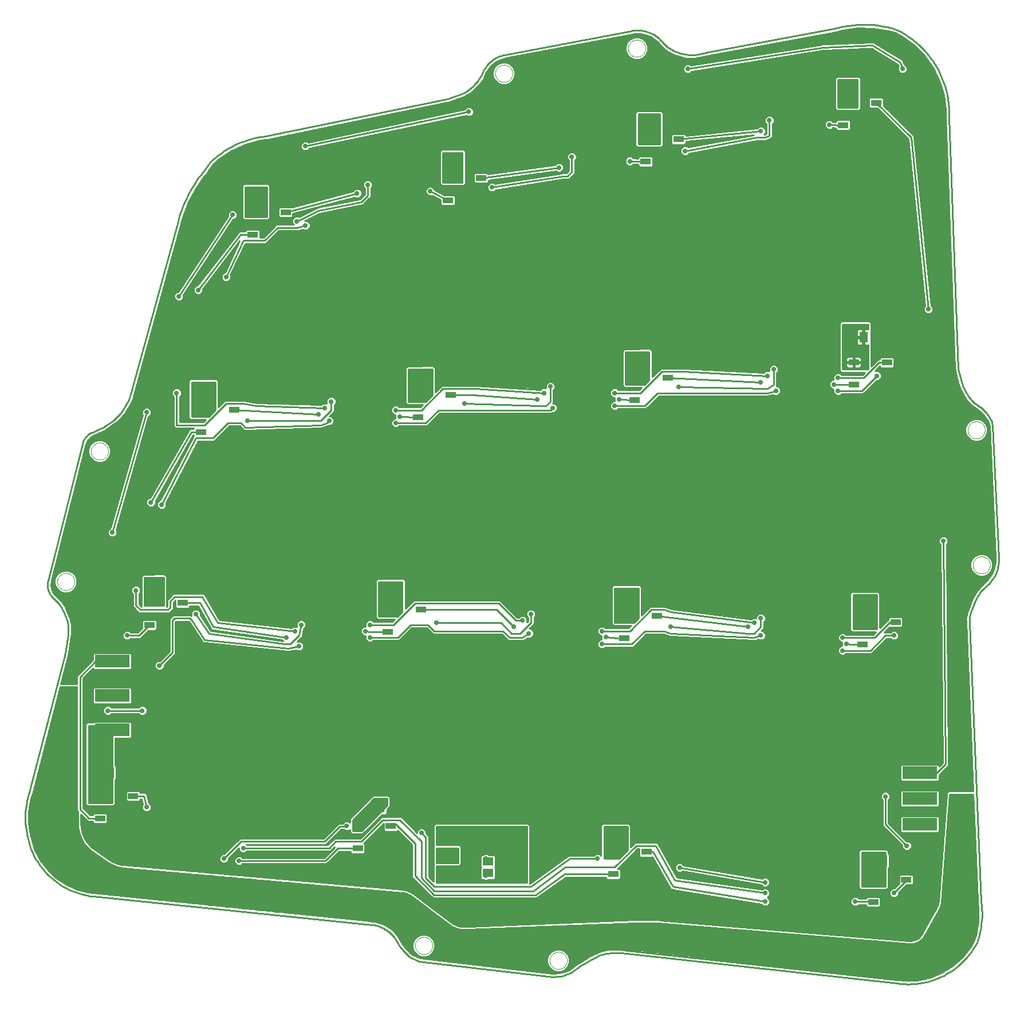
<source format=gtl>
G75*
G70*
%OFA0B0*%
%FSLAX24Y24*%
%IPPOS*%
%LPD*%
%AMOC8*
5,1,8,0,0,1.08239X$1,22.5*
%
%ADD10C,0.0000*%
%ADD11C,0.0100*%
%ADD12R,0.0591X0.0354*%
%ADD13R,0.0512X0.0630*%
%ADD14R,0.2000X0.0720*%
%ADD15R,0.0591X0.0512*%
%ADD16R,0.0630X0.1063*%
%ADD17R,0.1063X0.0630*%
%ADD18OC8,0.0278*%
%ADD19OC8,0.0357*%
%ADD20OC8,0.0396*%
%ADD21C,0.0160*%
D10*
X025781Y004583D02*
X025783Y004627D01*
X025789Y004671D01*
X025799Y004714D01*
X025812Y004756D01*
X025829Y004797D01*
X025850Y004836D01*
X025874Y004873D01*
X025901Y004908D01*
X025931Y004940D01*
X025964Y004970D01*
X026000Y004996D01*
X026037Y005020D01*
X026077Y005039D01*
X026118Y005056D01*
X026161Y005068D01*
X026204Y005077D01*
X026248Y005082D01*
X026292Y005083D01*
X026336Y005080D01*
X026380Y005073D01*
X026423Y005062D01*
X026465Y005048D01*
X026505Y005030D01*
X026544Y005008D01*
X026580Y004984D01*
X026614Y004956D01*
X026646Y004925D01*
X026675Y004891D01*
X026701Y004855D01*
X026723Y004817D01*
X026742Y004777D01*
X026757Y004735D01*
X026769Y004693D01*
X026777Y004649D01*
X026781Y004605D01*
X026781Y004561D01*
X026777Y004517D01*
X026769Y004473D01*
X026757Y004431D01*
X026742Y004389D01*
X026723Y004349D01*
X026701Y004311D01*
X026675Y004275D01*
X026646Y004241D01*
X026614Y004210D01*
X026580Y004182D01*
X026544Y004158D01*
X026505Y004136D01*
X026465Y004118D01*
X026423Y004104D01*
X026380Y004093D01*
X026336Y004086D01*
X026292Y004083D01*
X026248Y004084D01*
X026204Y004089D01*
X026161Y004098D01*
X026118Y004110D01*
X026077Y004127D01*
X026037Y004146D01*
X026000Y004170D01*
X025964Y004196D01*
X025931Y004226D01*
X025901Y004258D01*
X025874Y004293D01*
X025850Y004330D01*
X025829Y004369D01*
X025812Y004410D01*
X025799Y004452D01*
X025789Y004495D01*
X025783Y004539D01*
X025781Y004583D01*
X033613Y003716D02*
X033615Y003760D01*
X033621Y003804D01*
X033631Y003847D01*
X033644Y003889D01*
X033661Y003930D01*
X033682Y003969D01*
X033706Y004006D01*
X033733Y004041D01*
X033763Y004073D01*
X033796Y004103D01*
X033832Y004129D01*
X033869Y004153D01*
X033909Y004172D01*
X033950Y004189D01*
X033993Y004201D01*
X034036Y004210D01*
X034080Y004215D01*
X034124Y004216D01*
X034168Y004213D01*
X034212Y004206D01*
X034255Y004195D01*
X034297Y004181D01*
X034337Y004163D01*
X034376Y004141D01*
X034412Y004117D01*
X034446Y004089D01*
X034478Y004058D01*
X034507Y004024D01*
X034533Y003988D01*
X034555Y003950D01*
X034574Y003910D01*
X034589Y003868D01*
X034601Y003826D01*
X034609Y003782D01*
X034613Y003738D01*
X034613Y003694D01*
X034609Y003650D01*
X034601Y003606D01*
X034589Y003564D01*
X034574Y003522D01*
X034555Y003482D01*
X034533Y003444D01*
X034507Y003408D01*
X034478Y003374D01*
X034446Y003343D01*
X034412Y003315D01*
X034376Y003291D01*
X034337Y003269D01*
X034297Y003251D01*
X034255Y003237D01*
X034212Y003226D01*
X034168Y003219D01*
X034124Y003216D01*
X034080Y003217D01*
X034036Y003222D01*
X033993Y003231D01*
X033950Y003243D01*
X033909Y003260D01*
X033869Y003279D01*
X033832Y003303D01*
X033796Y003329D01*
X033763Y003359D01*
X033733Y003391D01*
X033706Y003426D01*
X033682Y003463D01*
X033661Y003502D01*
X033644Y003543D01*
X033631Y003585D01*
X033621Y003628D01*
X033615Y003672D01*
X033613Y003716D01*
X058244Y026747D02*
X058246Y026791D01*
X058252Y026835D01*
X058262Y026878D01*
X058275Y026920D01*
X058292Y026961D01*
X058313Y027000D01*
X058337Y027037D01*
X058364Y027072D01*
X058394Y027104D01*
X058427Y027134D01*
X058463Y027160D01*
X058500Y027184D01*
X058540Y027203D01*
X058581Y027220D01*
X058624Y027232D01*
X058667Y027241D01*
X058711Y027246D01*
X058755Y027247D01*
X058799Y027244D01*
X058843Y027237D01*
X058886Y027226D01*
X058928Y027212D01*
X058968Y027194D01*
X059007Y027172D01*
X059043Y027148D01*
X059077Y027120D01*
X059109Y027089D01*
X059138Y027055D01*
X059164Y027019D01*
X059186Y026981D01*
X059205Y026941D01*
X059220Y026899D01*
X059232Y026857D01*
X059240Y026813D01*
X059244Y026769D01*
X059244Y026725D01*
X059240Y026681D01*
X059232Y026637D01*
X059220Y026595D01*
X059205Y026553D01*
X059186Y026513D01*
X059164Y026475D01*
X059138Y026439D01*
X059109Y026405D01*
X059077Y026374D01*
X059043Y026346D01*
X059007Y026322D01*
X058968Y026300D01*
X058928Y026282D01*
X058886Y026268D01*
X058843Y026257D01*
X058799Y026250D01*
X058755Y026247D01*
X058711Y026248D01*
X058667Y026253D01*
X058624Y026262D01*
X058581Y026274D01*
X058540Y026291D01*
X058500Y026310D01*
X058463Y026334D01*
X058427Y026360D01*
X058394Y026390D01*
X058364Y026422D01*
X058337Y026457D01*
X058313Y026494D01*
X058292Y026533D01*
X058275Y026574D01*
X058262Y026616D01*
X058252Y026659D01*
X058246Y026703D01*
X058244Y026747D01*
X057944Y034613D02*
X057946Y034657D01*
X057952Y034701D01*
X057962Y034744D01*
X057975Y034786D01*
X057992Y034827D01*
X058013Y034866D01*
X058037Y034903D01*
X058064Y034938D01*
X058094Y034970D01*
X058127Y035000D01*
X058163Y035026D01*
X058200Y035050D01*
X058240Y035069D01*
X058281Y035086D01*
X058324Y035098D01*
X058367Y035107D01*
X058411Y035112D01*
X058455Y035113D01*
X058499Y035110D01*
X058543Y035103D01*
X058586Y035092D01*
X058628Y035078D01*
X058668Y035060D01*
X058707Y035038D01*
X058743Y035014D01*
X058777Y034986D01*
X058809Y034955D01*
X058838Y034921D01*
X058864Y034885D01*
X058886Y034847D01*
X058905Y034807D01*
X058920Y034765D01*
X058932Y034723D01*
X058940Y034679D01*
X058944Y034635D01*
X058944Y034591D01*
X058940Y034547D01*
X058932Y034503D01*
X058920Y034461D01*
X058905Y034419D01*
X058886Y034379D01*
X058864Y034341D01*
X058838Y034305D01*
X058809Y034271D01*
X058777Y034240D01*
X058743Y034212D01*
X058707Y034188D01*
X058668Y034166D01*
X058628Y034148D01*
X058586Y034134D01*
X058543Y034123D01*
X058499Y034116D01*
X058455Y034113D01*
X058411Y034114D01*
X058367Y034119D01*
X058324Y034128D01*
X058281Y034140D01*
X058240Y034157D01*
X058200Y034176D01*
X058163Y034200D01*
X058127Y034226D01*
X058094Y034256D01*
X058064Y034288D01*
X058037Y034323D01*
X058013Y034360D01*
X057992Y034399D01*
X057975Y034440D01*
X057962Y034482D01*
X057952Y034525D01*
X057946Y034569D01*
X057944Y034613D01*
X038180Y056844D02*
X038182Y056888D01*
X038188Y056932D01*
X038198Y056975D01*
X038211Y057017D01*
X038228Y057058D01*
X038249Y057097D01*
X038273Y057134D01*
X038300Y057169D01*
X038330Y057201D01*
X038363Y057231D01*
X038399Y057257D01*
X038436Y057281D01*
X038476Y057300D01*
X038517Y057317D01*
X038560Y057329D01*
X038603Y057338D01*
X038647Y057343D01*
X038691Y057344D01*
X038735Y057341D01*
X038779Y057334D01*
X038822Y057323D01*
X038864Y057309D01*
X038904Y057291D01*
X038943Y057269D01*
X038979Y057245D01*
X039013Y057217D01*
X039045Y057186D01*
X039074Y057152D01*
X039100Y057116D01*
X039122Y057078D01*
X039141Y057038D01*
X039156Y056996D01*
X039168Y056954D01*
X039176Y056910D01*
X039180Y056866D01*
X039180Y056822D01*
X039176Y056778D01*
X039168Y056734D01*
X039156Y056692D01*
X039141Y056650D01*
X039122Y056610D01*
X039100Y056572D01*
X039074Y056536D01*
X039045Y056502D01*
X039013Y056471D01*
X038979Y056443D01*
X038943Y056419D01*
X038904Y056397D01*
X038864Y056379D01*
X038822Y056365D01*
X038779Y056354D01*
X038735Y056347D01*
X038691Y056344D01*
X038647Y056345D01*
X038603Y056350D01*
X038560Y056359D01*
X038517Y056371D01*
X038476Y056388D01*
X038436Y056407D01*
X038399Y056431D01*
X038363Y056457D01*
X038330Y056487D01*
X038300Y056519D01*
X038273Y056554D01*
X038249Y056591D01*
X038228Y056630D01*
X038211Y056671D01*
X038198Y056713D01*
X038188Y056756D01*
X038182Y056800D01*
X038180Y056844D01*
X030447Y055378D02*
X030449Y055422D01*
X030455Y055466D01*
X030465Y055509D01*
X030478Y055551D01*
X030495Y055592D01*
X030516Y055631D01*
X030540Y055668D01*
X030567Y055703D01*
X030597Y055735D01*
X030630Y055765D01*
X030666Y055791D01*
X030703Y055815D01*
X030743Y055834D01*
X030784Y055851D01*
X030827Y055863D01*
X030870Y055872D01*
X030914Y055877D01*
X030958Y055878D01*
X031002Y055875D01*
X031046Y055868D01*
X031089Y055857D01*
X031131Y055843D01*
X031171Y055825D01*
X031210Y055803D01*
X031246Y055779D01*
X031280Y055751D01*
X031312Y055720D01*
X031341Y055686D01*
X031367Y055650D01*
X031389Y055612D01*
X031408Y055572D01*
X031423Y055530D01*
X031435Y055488D01*
X031443Y055444D01*
X031447Y055400D01*
X031447Y055356D01*
X031443Y055312D01*
X031435Y055268D01*
X031423Y055226D01*
X031408Y055184D01*
X031389Y055144D01*
X031367Y055106D01*
X031341Y055070D01*
X031312Y055036D01*
X031280Y055005D01*
X031246Y054977D01*
X031210Y054953D01*
X031171Y054931D01*
X031131Y054913D01*
X031089Y054899D01*
X031046Y054888D01*
X031002Y054881D01*
X030958Y054878D01*
X030914Y054879D01*
X030870Y054884D01*
X030827Y054893D01*
X030784Y054905D01*
X030743Y054922D01*
X030703Y054941D01*
X030666Y054965D01*
X030630Y054991D01*
X030597Y055021D01*
X030567Y055053D01*
X030540Y055088D01*
X030516Y055125D01*
X030495Y055164D01*
X030478Y055205D01*
X030465Y055247D01*
X030455Y055290D01*
X030449Y055334D01*
X030447Y055378D01*
X006916Y033380D02*
X006918Y033424D01*
X006924Y033468D01*
X006934Y033511D01*
X006947Y033553D01*
X006964Y033594D01*
X006985Y033633D01*
X007009Y033670D01*
X007036Y033705D01*
X007066Y033737D01*
X007099Y033767D01*
X007135Y033793D01*
X007172Y033817D01*
X007212Y033836D01*
X007253Y033853D01*
X007296Y033865D01*
X007339Y033874D01*
X007383Y033879D01*
X007427Y033880D01*
X007471Y033877D01*
X007515Y033870D01*
X007558Y033859D01*
X007600Y033845D01*
X007640Y033827D01*
X007679Y033805D01*
X007715Y033781D01*
X007749Y033753D01*
X007781Y033722D01*
X007810Y033688D01*
X007836Y033652D01*
X007858Y033614D01*
X007877Y033574D01*
X007892Y033532D01*
X007904Y033490D01*
X007912Y033446D01*
X007916Y033402D01*
X007916Y033358D01*
X007912Y033314D01*
X007904Y033270D01*
X007892Y033228D01*
X007877Y033186D01*
X007858Y033146D01*
X007836Y033108D01*
X007810Y033072D01*
X007781Y033038D01*
X007749Y033007D01*
X007715Y032979D01*
X007679Y032955D01*
X007640Y032933D01*
X007600Y032915D01*
X007558Y032901D01*
X007515Y032890D01*
X007471Y032883D01*
X007427Y032880D01*
X007383Y032881D01*
X007339Y032886D01*
X007296Y032895D01*
X007253Y032907D01*
X007212Y032924D01*
X007172Y032943D01*
X007135Y032967D01*
X007099Y032993D01*
X007066Y033023D01*
X007036Y033055D01*
X007009Y033090D01*
X006985Y033127D01*
X006964Y033166D01*
X006947Y033207D01*
X006934Y033249D01*
X006924Y033292D01*
X006918Y033336D01*
X006916Y033380D01*
X004950Y025781D02*
X004952Y025825D01*
X004958Y025869D01*
X004968Y025912D01*
X004981Y025954D01*
X004998Y025995D01*
X005019Y026034D01*
X005043Y026071D01*
X005070Y026106D01*
X005100Y026138D01*
X005133Y026168D01*
X005169Y026194D01*
X005206Y026218D01*
X005246Y026237D01*
X005287Y026254D01*
X005330Y026266D01*
X005373Y026275D01*
X005417Y026280D01*
X005461Y026281D01*
X005505Y026278D01*
X005549Y026271D01*
X005592Y026260D01*
X005634Y026246D01*
X005674Y026228D01*
X005713Y026206D01*
X005749Y026182D01*
X005783Y026154D01*
X005815Y026123D01*
X005844Y026089D01*
X005870Y026053D01*
X005892Y026015D01*
X005911Y025975D01*
X005926Y025933D01*
X005938Y025891D01*
X005946Y025847D01*
X005950Y025803D01*
X005950Y025759D01*
X005946Y025715D01*
X005938Y025671D01*
X005926Y025629D01*
X005911Y025587D01*
X005892Y025547D01*
X005870Y025509D01*
X005844Y025473D01*
X005815Y025439D01*
X005783Y025408D01*
X005749Y025380D01*
X005713Y025356D01*
X005674Y025334D01*
X005634Y025316D01*
X005592Y025302D01*
X005549Y025291D01*
X005505Y025284D01*
X005461Y025281D01*
X005417Y025282D01*
X005373Y025287D01*
X005330Y025296D01*
X005287Y025308D01*
X005246Y025325D01*
X005206Y025344D01*
X005169Y025368D01*
X005133Y025394D01*
X005100Y025424D01*
X005070Y025456D01*
X005043Y025491D01*
X005019Y025528D01*
X004998Y025567D01*
X004981Y025608D01*
X004968Y025650D01*
X004958Y025693D01*
X004952Y025737D01*
X004950Y025781D01*
D11*
X006080Y007876D02*
X006736Y007696D01*
X007072Y007647D01*
X023195Y006010D01*
X023266Y006002D01*
X023420Y005987D01*
X023420Y005987D01*
X023719Y005909D01*
X023719Y005909D01*
X023785Y005881D01*
X023785Y005881D01*
X023861Y005849D01*
X023861Y005848D01*
X023938Y005816D01*
X023938Y005816D01*
X024081Y005754D01*
X024081Y005754D01*
X024469Y005477D01*
X024469Y005477D01*
X024469Y005477D01*
X024788Y005123D01*
X024788Y005123D01*
X024865Y004987D01*
X024865Y004987D01*
X024927Y004879D01*
X024947Y004843D01*
X024947Y004843D01*
X025061Y004644D01*
X025188Y004484D01*
X025484Y004174D01*
X025629Y004049D01*
X026079Y003845D01*
X033786Y002975D01*
X033928Y002975D01*
X034136Y002987D01*
X034541Y003083D01*
X034733Y003165D01*
X034794Y003196D01*
X035223Y003517D01*
X035226Y003529D01*
X035288Y003566D01*
X035346Y003610D01*
X035358Y003608D01*
X035859Y003908D01*
X035861Y003917D01*
X035929Y003950D01*
X035993Y003989D01*
X036002Y003987D01*
X036252Y004112D01*
X036263Y004118D01*
X036313Y004143D01*
X036337Y004155D01*
X036337Y004155D01*
X036492Y004232D01*
X036492Y004232D01*
X036991Y004350D01*
X037705Y004350D01*
X037714Y004358D01*
X037786Y004350D01*
X037858Y004350D01*
X037867Y004341D01*
X053788Y002595D01*
X053790Y002597D01*
X053869Y002586D01*
X053879Y002585D01*
X054249Y002549D01*
X055006Y002576D01*
X055745Y002735D01*
X056446Y003021D01*
X057086Y003424D01*
X057646Y003933D01*
X058108Y004532D01*
X058292Y004848D01*
X058406Y005205D01*
X058548Y005968D01*
X058564Y006743D01*
X058531Y007062D01*
X058526Y007067D01*
X058523Y007139D01*
X058512Y007211D01*
X058519Y007221D01*
X058260Y013400D01*
X056900Y013400D01*
X056417Y007118D01*
X056396Y006976D01*
X056354Y006839D01*
X056294Y006709D01*
X055453Y005196D01*
X058403Y005196D01*
X058422Y005295D02*
X055508Y005295D01*
X055563Y005393D02*
X058441Y005393D01*
X058459Y005492D02*
X055618Y005492D01*
X055672Y005590D02*
X058478Y005590D01*
X058496Y005689D02*
X055727Y005689D01*
X055782Y005787D02*
X058514Y005787D01*
X058533Y005886D02*
X055836Y005886D01*
X055891Y005984D02*
X058549Y005984D01*
X058551Y006083D02*
X055946Y006083D01*
X056001Y006181D02*
X058553Y006181D01*
X058555Y006280D02*
X056055Y006280D01*
X056110Y006378D02*
X058557Y006378D01*
X058559Y006477D02*
X056165Y006477D01*
X056219Y006575D02*
X058561Y006575D01*
X058563Y006674D02*
X056274Y006674D01*
X056323Y006772D02*
X058561Y006772D01*
X058551Y006871D02*
X056364Y006871D01*
X056393Y006969D02*
X058541Y006969D01*
X058526Y007068D02*
X056409Y007068D01*
X056420Y007166D02*
X058519Y007166D01*
X058518Y007265D02*
X056428Y007265D01*
X056436Y007363D02*
X058513Y007363D01*
X058509Y007462D02*
X056443Y007462D01*
X056451Y007560D02*
X058505Y007560D01*
X058501Y007659D02*
X056458Y007659D01*
X056466Y007757D02*
X058497Y007757D01*
X058493Y007856D02*
X056474Y007856D01*
X056481Y007954D02*
X058489Y007954D01*
X058485Y008053D02*
X056489Y008053D01*
X056496Y008151D02*
X058480Y008151D01*
X058476Y008250D02*
X056504Y008250D01*
X056511Y008348D02*
X058472Y008348D01*
X058468Y008447D02*
X056519Y008447D01*
X056527Y008545D02*
X058464Y008545D01*
X058460Y008644D02*
X056534Y008644D01*
X056542Y008742D02*
X058456Y008742D01*
X058451Y008841D02*
X056549Y008841D01*
X056557Y008939D02*
X058447Y008939D01*
X058443Y009038D02*
X056564Y009038D01*
X056572Y009136D02*
X058439Y009136D01*
X058435Y009235D02*
X056580Y009235D01*
X056587Y009333D02*
X058431Y009333D01*
X058427Y009432D02*
X056595Y009432D01*
X056602Y009530D02*
X058423Y009530D01*
X058418Y009629D02*
X056610Y009629D01*
X056617Y009727D02*
X058414Y009727D01*
X058410Y009826D02*
X056625Y009826D01*
X056633Y009924D02*
X058406Y009924D01*
X058402Y010023D02*
X056640Y010023D01*
X056648Y010121D02*
X058398Y010121D01*
X058394Y010220D02*
X056655Y010220D01*
X056663Y010318D02*
X058389Y010318D01*
X058385Y010417D02*
X056671Y010417D01*
X056678Y010515D02*
X058381Y010515D01*
X058377Y010614D02*
X056686Y010614D01*
X056693Y010712D02*
X058373Y010712D01*
X058369Y010811D02*
X056701Y010811D01*
X056708Y010909D02*
X058365Y010909D01*
X058361Y011008D02*
X056716Y011008D01*
X056724Y011106D02*
X058356Y011106D01*
X058352Y011205D02*
X056731Y011205D01*
X056739Y011303D02*
X058348Y011303D01*
X058344Y011402D02*
X056746Y011402D01*
X056754Y011500D02*
X058340Y011500D01*
X058336Y011599D02*
X056761Y011599D01*
X056769Y011697D02*
X058332Y011697D01*
X058327Y011796D02*
X056777Y011796D01*
X056784Y011894D02*
X058323Y011894D01*
X058319Y011993D02*
X056792Y011993D01*
X056799Y012091D02*
X058315Y012091D01*
X058311Y012190D02*
X056807Y012190D01*
X056814Y012288D02*
X058307Y012288D01*
X058303Y012387D02*
X056822Y012387D01*
X056830Y012485D02*
X058299Y012485D01*
X058294Y012584D02*
X056837Y012584D01*
X056845Y012682D02*
X058290Y012682D01*
X058286Y012781D02*
X056852Y012781D01*
X056860Y012879D02*
X058282Y012879D01*
X058278Y012978D02*
X056868Y012978D01*
X056875Y013076D02*
X058274Y013076D01*
X058270Y013175D02*
X056883Y013175D01*
X056890Y013273D02*
X058265Y013273D01*
X058261Y013372D02*
X056898Y013372D01*
X056717Y013372D02*
X056280Y013372D01*
X056280Y013470D02*
X056720Y013470D01*
X056720Y013475D02*
X056720Y013407D01*
X056238Y007138D01*
X056219Y007016D01*
X056186Y006903D01*
X056133Y006791D01*
X055299Y005289D01*
X055233Y005188D01*
X055158Y005102D01*
X055072Y005027D01*
X054976Y004965D01*
X054872Y004916D01*
X054763Y004883D01*
X054650Y004865D01*
X054532Y004863D01*
X040007Y006072D01*
X040001Y006079D01*
X039934Y006079D01*
X039867Y006084D01*
X039861Y006079D01*
X038694Y006080D01*
X038691Y006083D01*
X038620Y006080D01*
X038549Y006080D01*
X038546Y006077D01*
X028889Y005708D01*
X028887Y005709D01*
X028814Y005705D01*
X028742Y005702D01*
X028740Y005701D01*
X028634Y005695D01*
X028465Y005705D01*
X028299Y005734D01*
X028137Y005782D01*
X027992Y005845D01*
X025642Y007620D01*
X025639Y007632D01*
X025584Y007664D01*
X025534Y007701D01*
X025521Y007700D01*
X025516Y007711D01*
X025458Y007735D01*
X025402Y007767D01*
X025391Y007764D01*
X025385Y007774D01*
X025324Y007791D01*
X025265Y007816D01*
X025254Y007811D01*
X025247Y007821D01*
X025184Y007830D01*
X025123Y007847D01*
X025117Y007843D01*
X025115Y007845D01*
X025047Y007851D01*
X024978Y007861D01*
X024973Y007857D01*
X008833Y009281D01*
X008638Y009309D01*
X008452Y009356D01*
X008273Y009422D01*
X008101Y009506D01*
X007934Y009611D01*
X007105Y010196D01*
X006931Y010335D01*
X006778Y010490D01*
X006646Y010662D01*
X006534Y010849D01*
X006446Y011048D01*
X006382Y011255D01*
X006343Y011469D01*
X006330Y011692D01*
X006330Y012215D01*
X006620Y011926D01*
X006725Y011820D01*
X007010Y011820D01*
X007010Y011769D01*
X007086Y011693D01*
X007785Y011693D01*
X007861Y011769D01*
X007861Y012231D01*
X007785Y012308D01*
X007086Y012308D01*
X007010Y012231D01*
X007010Y012180D01*
X006874Y012180D01*
X006455Y012600D01*
X006455Y020150D01*
X007030Y020726D01*
X007096Y020660D01*
X009204Y020660D01*
X009280Y020736D01*
X009280Y021564D01*
X009204Y021640D01*
X007096Y021640D01*
X007020Y021564D01*
X007020Y021225D01*
X006095Y020300D01*
X006095Y019830D01*
X005167Y019830D01*
X005592Y021468D01*
X005594Y021470D01*
X005596Y021486D01*
X005600Y021501D01*
X005599Y021503D01*
X005615Y021616D01*
X005618Y021634D01*
X005755Y022595D01*
X005755Y022597D01*
X005778Y022759D01*
X005796Y022881D01*
X005796Y022881D01*
X005777Y023293D01*
X005683Y023694D01*
X005633Y023806D01*
X005633Y023806D01*
X005517Y024066D01*
X005517Y024066D01*
X005484Y024142D01*
X005401Y024327D01*
X005172Y024661D01*
X005087Y024745D01*
X005087Y024745D01*
X004850Y024983D01*
X004817Y025016D01*
X004817Y025016D01*
X004728Y025121D01*
X004611Y025368D01*
X004585Y025640D01*
X004606Y025776D01*
X004626Y025856D01*
X006581Y033673D01*
X006597Y033737D01*
X006601Y033753D01*
X006639Y033868D01*
X006764Y034074D01*
X006945Y034233D01*
X007052Y034290D01*
X007583Y034526D01*
X007750Y034600D01*
X007864Y034682D01*
X008327Y035013D01*
X008494Y035132D01*
X008790Y035447D01*
X008790Y035447D01*
X008905Y035631D01*
X008949Y035701D01*
X009207Y036115D01*
X009249Y036181D01*
X009378Y036476D01*
X009399Y036552D01*
X012144Y046620D01*
X012146Y046621D01*
X012166Y046699D01*
X012167Y046704D01*
X012282Y047106D01*
X012582Y047892D01*
X012973Y048638D01*
X013447Y049334D01*
X013669Y049605D01*
X013676Y049606D01*
X013719Y049666D01*
X013768Y049722D01*
X013767Y049732D01*
X014049Y050118D01*
X014359Y050391D01*
X015066Y050873D01*
X015841Y051233D01*
X016665Y051462D01*
X017021Y051515D01*
X017026Y051511D01*
X017098Y051526D01*
X017171Y051534D01*
X017178Y051542D01*
X027622Y053690D01*
X027635Y053684D01*
X027702Y053706D01*
X027771Y053721D01*
X027779Y053732D01*
X028312Y053910D01*
X028312Y053910D01*
X028390Y053936D01*
X028633Y054017D01*
X028633Y054017D01*
X029069Y054286D01*
X029069Y054286D01*
X029250Y054467D01*
X029250Y054467D01*
X029308Y054525D01*
X029335Y054553D01*
X029394Y054611D01*
X029542Y054760D01*
X029778Y055107D01*
X029778Y055107D01*
X029828Y055224D01*
X029861Y055300D01*
X029932Y055448D01*
X030117Y055719D01*
X030350Y055950D01*
X030483Y056048D01*
X030607Y056122D01*
X030875Y056232D01*
X031016Y056266D01*
X031066Y056276D01*
X031097Y056282D01*
X038412Y057675D01*
X038544Y057694D01*
X038678Y057700D01*
X038886Y057688D01*
X039291Y057592D01*
X039483Y057510D01*
X039622Y057431D01*
X039872Y057233D01*
X039981Y057115D01*
X040014Y057076D01*
X040124Y056944D01*
X040458Y056673D01*
X040838Y056472D01*
X040965Y056434D01*
X041121Y056387D01*
X041123Y056387D01*
X041319Y056328D01*
X041499Y056274D01*
X042038Y056249D01*
X042038Y056249D01*
X042222Y056285D01*
X043063Y056454D01*
X050126Y057774D01*
X050135Y057769D01*
X050206Y057789D01*
X050278Y057803D01*
X050282Y057809D01*
X050649Y057901D01*
X051534Y058021D01*
X052427Y058009D01*
X053309Y057867D01*
X053725Y057751D01*
X054091Y057551D01*
X054793Y057048D01*
X055404Y056438D01*
X055907Y055736D01*
X056290Y054963D01*
X056543Y054137D01*
X056658Y053281D01*
X056662Y052921D01*
X056660Y052919D01*
X056663Y052843D01*
X056660Y052766D01*
X056666Y052761D01*
X057198Y038202D01*
X057186Y038182D01*
X057201Y038122D01*
X057203Y038060D01*
X057220Y038044D01*
X057390Y037365D01*
X057426Y037223D01*
X057426Y037223D01*
X057538Y036942D01*
X057613Y036811D01*
X057654Y036739D01*
X057654Y036739D01*
X057705Y036651D01*
X057727Y036613D01*
X057765Y036546D01*
X057768Y036541D01*
X057862Y036376D01*
X058240Y035983D01*
X058439Y035859D01*
X058471Y035839D01*
X058628Y035727D01*
X058900Y035453D01*
X059102Y035125D01*
X059174Y034945D01*
X059201Y034863D01*
X059548Y027243D01*
X059548Y027230D01*
X059552Y027161D01*
X059547Y026932D01*
X059453Y026485D01*
X059363Y026274D01*
X059295Y026150D01*
X059130Y025921D01*
X059034Y025816D01*
X058975Y025758D01*
X058975Y025758D01*
X058732Y025515D01*
X058674Y025457D01*
X058516Y025299D01*
X058516Y025299D01*
X058516Y025299D01*
X058270Y024926D01*
X058270Y024926D01*
X058218Y024795D01*
X058218Y024795D01*
X058174Y024687D01*
X058156Y024641D01*
X058156Y024641D01*
X057968Y024171D01*
X057912Y024031D01*
X057912Y024031D01*
X057833Y023571D01*
X057840Y023421D01*
X057840Y023421D01*
X058253Y013580D01*
X056907Y013580D01*
X056839Y013585D01*
X056833Y013580D01*
X056825Y013580D01*
X056778Y013532D01*
X056726Y013488D01*
X056726Y013480D01*
X056720Y013475D01*
X056814Y013569D02*
X056275Y013569D01*
X056280Y013564D02*
X056204Y013640D01*
X054096Y013640D01*
X054020Y013564D01*
X054020Y012736D01*
X054096Y012660D01*
X056204Y012660D01*
X056280Y012736D01*
X056280Y013564D01*
X056280Y013273D02*
X056710Y013273D01*
X056702Y013175D02*
X056280Y013175D01*
X056280Y013076D02*
X056695Y013076D01*
X056687Y012978D02*
X056280Y012978D01*
X056280Y012879D02*
X056679Y012879D01*
X056672Y012781D02*
X056280Y012781D01*
X056226Y012682D02*
X056664Y012682D01*
X056657Y012584D02*
X053330Y012584D01*
X053330Y012682D02*
X054074Y012682D01*
X054020Y012781D02*
X053330Y012781D01*
X053330Y012879D02*
X054020Y012879D01*
X054020Y012978D02*
X053330Y012978D01*
X053330Y013074D02*
X053419Y013164D01*
X053419Y013386D01*
X053261Y013544D01*
X053039Y013544D01*
X052881Y013386D01*
X052881Y013164D01*
X052970Y013074D01*
X052970Y011575D01*
X054131Y010414D01*
X054131Y010289D01*
X054289Y010131D01*
X054511Y010131D01*
X054669Y010289D01*
X054669Y010511D01*
X054511Y010669D01*
X054386Y010669D01*
X053330Y011725D01*
X053330Y013074D01*
X053332Y013076D02*
X054020Y013076D01*
X054020Y013175D02*
X053419Y013175D01*
X053419Y013273D02*
X054020Y013273D01*
X054020Y013372D02*
X053419Y013372D01*
X053335Y013470D02*
X054020Y013470D01*
X054025Y013569D02*
X009752Y013569D01*
X009714Y013607D02*
X009015Y013607D01*
X008939Y013531D01*
X008939Y013069D01*
X009015Y012992D01*
X009714Y012992D01*
X009790Y013069D01*
X009790Y013120D01*
X009857Y013120D01*
X009929Y012809D01*
X009881Y012761D01*
X009881Y012539D01*
X010039Y012381D01*
X010261Y012381D01*
X010419Y012539D01*
X010419Y012761D01*
X010276Y012904D01*
X010180Y013320D01*
X010180Y013374D01*
X010164Y013390D01*
X010159Y013413D01*
X010113Y013441D01*
X010075Y013480D01*
X010052Y013480D01*
X010033Y013492D01*
X009980Y013480D01*
X009790Y013480D01*
X009790Y013531D01*
X009714Y013607D01*
X009500Y013300D02*
X009365Y013300D01*
X010000Y013300D01*
X010150Y012650D01*
X010419Y012682D02*
X022677Y012682D01*
X022579Y012584D02*
X010419Y012584D01*
X010366Y012485D02*
X022480Y012485D01*
X022382Y012387D02*
X010267Y012387D01*
X010033Y012387D02*
X006668Y012387D01*
X006570Y012485D02*
X009934Y012485D01*
X009881Y012584D02*
X006471Y012584D01*
X006455Y012682D02*
X009881Y012682D01*
X009900Y012781D02*
X008285Y012781D01*
X008330Y012825D02*
X008330Y014219D01*
X008392Y014281D01*
X008392Y015019D01*
X008330Y015081D01*
X008330Y016660D01*
X009204Y016660D01*
X009280Y016736D01*
X009280Y017564D01*
X009204Y017640D01*
X007096Y017640D01*
X007036Y017580D01*
X006700Y017580D01*
X006595Y017475D01*
X006595Y012825D01*
X006700Y012720D01*
X008225Y012720D01*
X008330Y012825D01*
X008330Y012879D02*
X009913Y012879D01*
X009890Y012978D02*
X008330Y012978D01*
X008330Y013076D02*
X008939Y013076D01*
X008939Y013175D02*
X008330Y013175D01*
X008330Y013273D02*
X008939Y013273D01*
X008939Y013372D02*
X008330Y013372D01*
X008330Y013470D02*
X008939Y013470D01*
X008977Y013569D02*
X008330Y013569D01*
X008330Y013667D02*
X058249Y013667D01*
X058245Y013766D02*
X008330Y013766D01*
X008330Y013864D02*
X058241Y013864D01*
X058237Y013963D02*
X008330Y013963D01*
X008330Y014061D02*
X058232Y014061D01*
X058228Y014160D02*
X008330Y014160D01*
X008369Y014258D02*
X054020Y014258D01*
X054020Y014236D02*
X054096Y014160D01*
X056204Y014160D01*
X056280Y014236D01*
X056280Y014525D01*
X056330Y014575D01*
X056725Y014971D01*
X056726Y014971D01*
X056778Y015023D01*
X056830Y015075D01*
X056830Y015076D01*
X056831Y015077D01*
X056830Y015151D01*
X056830Y015225D01*
X056829Y015225D01*
X056707Y027951D01*
X056794Y028039D01*
X056794Y028261D01*
X056636Y028419D01*
X056414Y028419D01*
X056256Y028261D01*
X056256Y028039D01*
X056347Y027948D01*
X056469Y015224D01*
X056280Y015035D01*
X056280Y015064D01*
X056204Y015140D01*
X054096Y015140D01*
X054020Y015064D01*
X054020Y014236D01*
X054020Y014357D02*
X008392Y014357D01*
X008392Y014455D02*
X054020Y014455D01*
X054020Y014554D02*
X008392Y014554D01*
X008392Y014652D02*
X054020Y014652D01*
X054020Y014751D02*
X008392Y014751D01*
X008392Y014849D02*
X054020Y014849D01*
X054020Y014948D02*
X008392Y014948D01*
X008365Y015046D02*
X054020Y015046D01*
X055150Y014650D02*
X056150Y014650D01*
X056650Y015150D01*
X056525Y028150D01*
X056794Y028147D02*
X059507Y028147D01*
X059502Y028245D02*
X056794Y028245D01*
X056712Y028344D02*
X059498Y028344D01*
X059493Y028442D02*
X008323Y028442D01*
X008261Y028381D02*
X008419Y028539D01*
X008419Y028761D01*
X008380Y028800D01*
X010260Y035381D01*
X010261Y035381D01*
X010419Y035539D01*
X010419Y035761D01*
X010261Y035919D01*
X010039Y035919D01*
X009881Y035761D01*
X009881Y035539D01*
X009920Y035500D01*
X008040Y028919D01*
X008039Y028919D01*
X007881Y028761D01*
X007881Y028539D01*
X008039Y028381D01*
X008261Y028381D01*
X008419Y028541D02*
X059489Y028541D01*
X059484Y028639D02*
X008419Y028639D01*
X008419Y028738D02*
X059480Y028738D01*
X059475Y028836D02*
X008390Y028836D01*
X008419Y028935D02*
X059471Y028935D01*
X059466Y029033D02*
X008447Y029033D01*
X008475Y029132D02*
X059462Y029132D01*
X059458Y029230D02*
X008503Y029230D01*
X008531Y029329D02*
X059453Y029329D01*
X059449Y029427D02*
X008559Y029427D01*
X008587Y029526D02*
X059444Y029526D01*
X059440Y029624D02*
X008616Y029624D01*
X008644Y029723D02*
X059435Y029723D01*
X059431Y029821D02*
X008672Y029821D01*
X008700Y029920D02*
X059426Y029920D01*
X059422Y030018D02*
X011149Y030018D01*
X011136Y030006D02*
X011294Y030164D01*
X011294Y030386D01*
X011288Y030392D01*
X013135Y033970D01*
X014100Y033970D01*
X014975Y034845D01*
X015575Y034845D01*
X015722Y034698D01*
X015722Y034695D01*
X015775Y034646D01*
X015825Y034595D01*
X015828Y034595D01*
X015831Y034593D01*
X015903Y034595D01*
X015975Y034595D01*
X015977Y034597D01*
X020235Y034719D01*
X020261Y034706D01*
X020307Y034721D01*
X020355Y034722D01*
X020375Y034744D01*
X020679Y034845D01*
X020725Y034845D01*
X020747Y034868D01*
X020778Y034878D01*
X020779Y034881D01*
X020886Y034881D01*
X021044Y035039D01*
X021044Y035261D01*
X020886Y035419D01*
X020799Y035419D01*
X020975Y035595D01*
X021080Y035700D01*
X021080Y036074D01*
X021169Y036164D01*
X021169Y036386D01*
X021011Y036544D01*
X020789Y036544D01*
X020631Y036386D01*
X020631Y036169D01*
X020414Y036169D01*
X020331Y036086D01*
X016543Y036205D01*
X015861Y036318D01*
X015850Y036330D01*
X015790Y036330D01*
X015731Y036340D01*
X015717Y036330D01*
X014700Y036330D01*
X014595Y036225D01*
X014595Y036225D01*
X014330Y035960D01*
X014330Y037475D01*
X014225Y037580D01*
X012700Y037580D01*
X012595Y037475D01*
X012595Y035325D01*
X012700Y035220D01*
X013590Y035220D01*
X013450Y035080D01*
X012080Y035080D01*
X012080Y036574D01*
X012169Y036664D01*
X012169Y036886D01*
X012011Y037044D01*
X011789Y037044D01*
X011631Y036886D01*
X011631Y036664D01*
X011720Y036574D01*
X011720Y034825D01*
X011825Y034720D01*
X012885Y034720D01*
X012885Y034680D01*
X012798Y034680D01*
X012775Y034694D01*
X012726Y034680D01*
X012676Y034680D01*
X012657Y034662D01*
X012631Y034655D01*
X012606Y034611D01*
X012570Y034575D01*
X012570Y034548D01*
X010347Y030669D01*
X010289Y030669D01*
X010131Y030511D01*
X008869Y030511D01*
X008897Y030609D02*
X010229Y030609D01*
X010131Y030511D02*
X010131Y030289D01*
X010289Y030131D01*
X010511Y030131D01*
X010669Y030289D01*
X010669Y030507D01*
X012855Y034320D01*
X012885Y034320D01*
X012885Y034272D01*
X012878Y034257D01*
X012845Y034225D01*
X012845Y034194D01*
X010961Y030544D01*
X010914Y030544D01*
X010756Y030386D01*
X010756Y030164D01*
X010914Y030006D01*
X011136Y030006D01*
X011247Y030117D02*
X059417Y030117D01*
X059413Y030215D02*
X011294Y030215D01*
X011294Y030314D02*
X059408Y030314D01*
X059404Y030412D02*
X011298Y030412D01*
X011349Y030511D02*
X059399Y030511D01*
X059395Y030609D02*
X011400Y030609D01*
X011451Y030708D02*
X059390Y030708D01*
X059386Y030806D02*
X011502Y030806D01*
X011553Y030905D02*
X059381Y030905D01*
X059377Y031003D02*
X011603Y031003D01*
X011654Y031102D02*
X059372Y031102D01*
X059368Y031200D02*
X011705Y031200D01*
X011756Y031299D02*
X059363Y031299D01*
X059359Y031397D02*
X011807Y031397D01*
X011858Y031496D02*
X059355Y031496D01*
X059350Y031594D02*
X011908Y031594D01*
X011959Y031693D02*
X059346Y031693D01*
X059341Y031791D02*
X012010Y031791D01*
X012061Y031890D02*
X059337Y031890D01*
X059332Y031988D02*
X012112Y031988D01*
X012163Y032087D02*
X059328Y032087D01*
X059323Y032185D02*
X012213Y032185D01*
X012264Y032284D02*
X059319Y032284D01*
X059314Y032382D02*
X012315Y032382D01*
X012366Y032481D02*
X059310Y032481D01*
X059305Y032579D02*
X012417Y032579D01*
X012468Y032678D02*
X059301Y032678D01*
X059296Y032776D02*
X012518Y032776D01*
X012569Y032875D02*
X059292Y032875D01*
X059287Y032973D02*
X012620Y032973D01*
X012671Y033072D02*
X059283Y033072D01*
X059278Y033170D02*
X012722Y033170D01*
X012773Y033269D02*
X059274Y033269D01*
X059269Y033367D02*
X012823Y033367D01*
X012874Y033466D02*
X059265Y033466D01*
X059261Y033564D02*
X012925Y033564D01*
X012976Y033663D02*
X059256Y033663D01*
X059252Y033761D02*
X013027Y033761D01*
X013078Y033860D02*
X059247Y033860D01*
X059243Y033958D02*
X013129Y033958D01*
X013025Y034150D02*
X014025Y034150D01*
X014900Y035025D01*
X015650Y035025D01*
X015900Y034775D01*
X020275Y034900D01*
X020650Y035025D01*
X020775Y035150D01*
X020968Y035337D02*
X024631Y035337D01*
X024631Y035294D02*
X024539Y035294D01*
X024381Y035136D01*
X024381Y034914D01*
X024539Y034756D01*
X024761Y034756D01*
X024851Y034845D01*
X026475Y034845D01*
X027225Y035595D01*
X033725Y035595D01*
X033761Y035631D01*
X033886Y035631D01*
X034044Y035789D01*
X034044Y036011D01*
X033886Y036169D01*
X033799Y036169D01*
X033830Y036200D01*
X033830Y036949D01*
X033919Y037039D01*
X033919Y037261D01*
X033761Y037419D01*
X033539Y037419D01*
X033381Y037261D01*
X033381Y037044D01*
X033164Y037044D01*
X033087Y036967D01*
X029354Y037200D01*
X029350Y037205D01*
X029281Y037205D01*
X029212Y037209D01*
X029207Y037205D01*
X027325Y037205D01*
X027220Y037100D01*
X027220Y037100D01*
X026955Y036835D01*
X026955Y038225D01*
X026850Y038330D01*
X026831Y038330D01*
X026816Y038345D01*
X026197Y038345D01*
X026182Y038330D01*
X025475Y038330D01*
X025325Y038330D01*
X025220Y038225D01*
X025220Y036200D01*
X025325Y036095D01*
X026215Y036095D01*
X026075Y035955D01*
X024851Y035955D01*
X024761Y036044D01*
X024539Y036044D01*
X024381Y035886D01*
X024381Y035664D01*
X024539Y035506D01*
X024631Y035506D01*
X024631Y035294D01*
X024631Y035436D02*
X020815Y035436D01*
X020914Y035534D02*
X024510Y035534D01*
X024412Y035633D02*
X021012Y035633D01*
X021080Y035731D02*
X024381Y035731D01*
X024381Y035830D02*
X021080Y035830D01*
X021080Y035928D02*
X024423Y035928D01*
X024521Y036027D02*
X021080Y036027D01*
X021131Y036125D02*
X025295Y036125D01*
X025220Y036224D02*
X021169Y036224D01*
X021169Y036322D02*
X025220Y036322D01*
X025220Y036421D02*
X021135Y036421D01*
X021036Y036519D02*
X025220Y036519D01*
X025220Y036618D02*
X014330Y036618D01*
X014330Y036716D02*
X025220Y036716D01*
X025220Y036815D02*
X014330Y036815D01*
X014330Y036913D02*
X025220Y036913D01*
X025220Y037012D02*
X014330Y037012D01*
X014330Y037110D02*
X025220Y037110D01*
X025220Y037209D02*
X014330Y037209D01*
X014330Y037307D02*
X025220Y037307D01*
X025220Y037406D02*
X014330Y037406D01*
X014300Y037504D02*
X025220Y037504D01*
X025220Y037603D02*
X009685Y037603D01*
X009712Y037701D02*
X025220Y037701D01*
X025220Y037800D02*
X009739Y037800D01*
X009766Y037898D02*
X025220Y037898D01*
X025220Y037997D02*
X009793Y037997D01*
X009820Y038095D02*
X025220Y038095D01*
X025220Y038194D02*
X009846Y038194D01*
X009873Y038292D02*
X025288Y038292D01*
X025400Y038150D02*
X026775Y038150D01*
X026775Y036655D01*
X026395Y036275D01*
X025400Y036275D01*
X025400Y038150D01*
X025400Y038095D02*
X026775Y038095D01*
X026775Y037997D02*
X025400Y037997D01*
X025400Y037898D02*
X026775Y037898D01*
X026775Y037800D02*
X025400Y037800D01*
X025400Y037701D02*
X026775Y037701D01*
X026775Y037603D02*
X025400Y037603D01*
X025400Y037504D02*
X026775Y037504D01*
X026775Y037406D02*
X025400Y037406D01*
X025400Y037307D02*
X026775Y037307D01*
X026775Y037209D02*
X025400Y037209D01*
X025400Y037110D02*
X026775Y037110D01*
X026775Y037012D02*
X025400Y037012D01*
X025400Y036913D02*
X026775Y036913D01*
X026775Y036815D02*
X025400Y036815D01*
X025400Y036716D02*
X026775Y036716D01*
X026738Y036618D02*
X025400Y036618D01*
X025400Y036519D02*
X026640Y036519D01*
X026541Y036421D02*
X025400Y036421D01*
X025400Y036322D02*
X026443Y036322D01*
X026147Y036027D02*
X024779Y036027D01*
X024650Y035775D02*
X026150Y035775D01*
X027400Y037025D01*
X029275Y037025D01*
X033275Y036775D01*
X033131Y037012D02*
X032375Y037012D01*
X032900Y036400D02*
X029125Y036675D01*
X027865Y036675D01*
X027231Y037110D02*
X026955Y037110D01*
X026955Y037012D02*
X027132Y037012D01*
X027034Y036913D02*
X026955Y036913D01*
X026955Y037209D02*
X029211Y037209D01*
X029223Y037209D02*
X033381Y037209D01*
X033381Y037110D02*
X030799Y037110D01*
X028650Y036150D02*
X033025Y036025D01*
X033400Y036025D01*
X033650Y036275D01*
X033650Y037150D01*
X033919Y037110D02*
X037935Y037110D01*
X037950Y037095D02*
X038965Y037095D01*
X038825Y036955D01*
X037601Y036955D01*
X037511Y037044D01*
X037289Y037044D01*
X037131Y036886D01*
X037131Y036664D01*
X037289Y036506D01*
X037381Y036506D01*
X037381Y036294D01*
X037289Y036294D01*
X037131Y036136D01*
X037131Y035914D01*
X037289Y035756D01*
X037511Y035756D01*
X037601Y035845D01*
X039225Y035845D01*
X039975Y036595D01*
X046225Y036595D01*
X046246Y036582D01*
X046297Y036595D01*
X046350Y036595D01*
X046367Y036612D01*
X046619Y036675D01*
X046664Y036631D01*
X046886Y036631D01*
X047044Y036789D01*
X047044Y037011D01*
X046886Y037169D01*
X046812Y037169D01*
X046816Y037186D01*
X046830Y037200D01*
X046830Y037257D01*
X046841Y037313D01*
X046830Y037329D01*
X046830Y037949D01*
X046919Y038039D01*
X046919Y038261D01*
X046761Y038419D01*
X046539Y038419D01*
X046381Y038261D01*
X046381Y038044D01*
X046164Y038044D01*
X046085Y037965D01*
X041478Y038201D01*
X041475Y038205D01*
X041405Y038205D01*
X041335Y038209D01*
X041331Y038205D01*
X040075Y038205D01*
X039970Y038100D01*
X039970Y038100D01*
X039580Y037710D01*
X039580Y039225D01*
X039475Y039330D01*
X039456Y039330D01*
X039441Y039345D01*
X038822Y039345D01*
X038807Y039330D01*
X037950Y039330D01*
X037845Y039225D01*
X037845Y039075D01*
X037845Y037350D01*
X037845Y037200D01*
X037950Y037095D01*
X037845Y037209D02*
X033919Y037209D01*
X033873Y037307D02*
X037845Y037307D01*
X037845Y037406D02*
X033775Y037406D01*
X033525Y037406D02*
X026955Y037406D01*
X026955Y037504D02*
X037845Y037504D01*
X037845Y037603D02*
X026955Y037603D01*
X026955Y037701D02*
X037845Y037701D01*
X037845Y037800D02*
X026955Y037800D01*
X026955Y037898D02*
X037845Y037898D01*
X037845Y037997D02*
X026955Y037997D01*
X026955Y038095D02*
X037845Y038095D01*
X037845Y038194D02*
X026955Y038194D01*
X026887Y038292D02*
X037845Y038292D01*
X037845Y038391D02*
X009900Y038391D01*
X009927Y038489D02*
X037845Y038489D01*
X037845Y038588D02*
X009954Y038588D01*
X009981Y038686D02*
X037845Y038686D01*
X037845Y038785D02*
X010008Y038785D01*
X010034Y038883D02*
X037845Y038883D01*
X037845Y038982D02*
X010061Y038982D01*
X010088Y039080D02*
X037845Y039080D01*
X037845Y039179D02*
X010115Y039179D01*
X010142Y039277D02*
X037898Y039277D01*
X038025Y039150D02*
X039400Y039150D01*
X039400Y037530D01*
X039145Y037275D01*
X038025Y037275D01*
X038025Y039150D01*
X038025Y039080D02*
X039400Y039080D01*
X039400Y038982D02*
X038025Y038982D01*
X038025Y038883D02*
X039400Y038883D01*
X039400Y038785D02*
X038025Y038785D01*
X038025Y038686D02*
X039400Y038686D01*
X039400Y038588D02*
X038025Y038588D01*
X038025Y038489D02*
X039400Y038489D01*
X039400Y038391D02*
X038025Y038391D01*
X038025Y038292D02*
X039400Y038292D01*
X039400Y038194D02*
X038025Y038194D01*
X038025Y038095D02*
X039400Y038095D01*
X039400Y037997D02*
X038025Y037997D01*
X038025Y037898D02*
X039400Y037898D01*
X039400Y037800D02*
X038025Y037800D01*
X038025Y037701D02*
X039400Y037701D01*
X039400Y037603D02*
X038025Y037603D01*
X038025Y037504D02*
X039375Y037504D01*
X039276Y037406D02*
X038025Y037406D01*
X038025Y037307D02*
X039178Y037307D01*
X038882Y037012D02*
X037544Y037012D01*
X037400Y036775D02*
X038900Y036775D01*
X040150Y038025D01*
X041400Y038025D01*
X046275Y037775D01*
X046116Y037997D02*
X045469Y037997D01*
X045900Y037400D02*
X040490Y037675D01*
X040064Y038194D02*
X039580Y038194D01*
X039580Y038292D02*
X046412Y038292D01*
X046381Y038194D02*
X041627Y038194D01*
X041125Y037125D02*
X046275Y037025D01*
X046650Y037275D01*
X046650Y038150D01*
X046919Y038194D02*
X050470Y038194D01*
X050470Y038225D02*
X050470Y040700D01*
X050470Y040850D01*
X050575Y040955D01*
X052225Y040955D01*
X052330Y040850D01*
X052330Y038335D01*
X052725Y038730D01*
X052814Y038730D01*
X052814Y038781D01*
X052890Y038857D01*
X053589Y038857D01*
X053665Y038781D01*
X053665Y038319D01*
X053589Y038242D01*
X052890Y038242D01*
X052819Y038314D01*
X052549Y038044D01*
X052761Y038044D01*
X052919Y037886D01*
X052919Y037664D01*
X052761Y037506D01*
X052636Y037506D01*
X051850Y036720D01*
X050601Y036720D01*
X050511Y036631D01*
X050289Y036631D01*
X050131Y036789D01*
X050131Y037006D01*
X050039Y037006D01*
X049881Y037164D01*
X049881Y037386D01*
X050039Y037544D01*
X050131Y037544D01*
X050131Y037761D01*
X050289Y037919D01*
X050511Y037919D01*
X050601Y037830D01*
X051825Y037830D01*
X051965Y037970D01*
X050575Y037970D01*
X050470Y038075D01*
X050470Y038225D01*
X050470Y038292D02*
X046888Y038292D01*
X046790Y038391D02*
X050470Y038391D01*
X050470Y038489D02*
X039580Y038489D01*
X039580Y038391D02*
X046510Y038391D01*
X046381Y038095D02*
X043548Y038095D01*
X046275Y036775D02*
X039900Y036775D01*
X039150Y036025D01*
X037400Y036025D01*
X037131Y036027D02*
X034029Y036027D01*
X034044Y035928D02*
X037131Y035928D01*
X037215Y035830D02*
X034044Y035830D01*
X033987Y035731D02*
X058623Y035731D01*
X058722Y035633D02*
X033888Y035633D01*
X033650Y035775D02*
X033775Y035900D01*
X033650Y035775D02*
X027150Y035775D01*
X026400Y035025D01*
X024650Y035025D01*
X024850Y034845D02*
X057837Y034845D01*
X057877Y034943D02*
X026573Y034943D01*
X026671Y035042D02*
X057953Y035042D01*
X057893Y034982D02*
X058076Y035164D01*
X058315Y035263D01*
X058574Y035263D01*
X058813Y035164D01*
X058995Y034982D01*
X059094Y034743D01*
X059094Y034484D01*
X058995Y034245D01*
X058813Y034062D01*
X058574Y033963D01*
X058315Y033963D01*
X058076Y034062D01*
X057893Y034245D01*
X057794Y034484D01*
X057794Y034743D01*
X057893Y034982D01*
X058052Y035140D02*
X026770Y035140D01*
X026868Y035239D02*
X058255Y035239D01*
X058633Y035239D02*
X059033Y035239D01*
X058972Y035337D02*
X026967Y035337D01*
X027065Y035436D02*
X058911Y035436D01*
X058820Y035534D02*
X027164Y035534D01*
X025935Y035375D02*
X024900Y035400D01*
X024483Y035239D02*
X021044Y035239D01*
X021044Y035140D02*
X024385Y035140D01*
X024381Y035042D02*
X021044Y035042D01*
X020949Y034943D02*
X024381Y034943D01*
X024450Y034845D02*
X020678Y034845D01*
X020382Y034746D02*
X057796Y034746D01*
X057794Y034648D02*
X017743Y034648D01*
X016525Y036025D02*
X020525Y035900D01*
X020370Y036125D02*
X019085Y036125D01*
X020150Y035525D02*
X015240Y035800D01*
X014775Y036150D02*
X015775Y036150D01*
X016525Y036025D01*
X016428Y036224D02*
X020631Y036224D01*
X020631Y036322D02*
X015857Y036322D01*
X014775Y036150D02*
X013525Y034900D01*
X011900Y034900D01*
X011900Y036775D01*
X012169Y036815D02*
X012595Y036815D01*
X012595Y036913D02*
X012142Y036913D01*
X012044Y037012D02*
X012595Y037012D01*
X012595Y037110D02*
X009551Y037110D01*
X009524Y037012D02*
X011756Y037012D01*
X011658Y036913D02*
X009497Y036913D01*
X009470Y036815D02*
X011631Y036815D01*
X011631Y036716D02*
X009443Y036716D01*
X009417Y036618D02*
X011677Y036618D01*
X011720Y036519D02*
X009390Y036519D01*
X009399Y036552D02*
X009399Y036552D01*
X009378Y036476D02*
X009378Y036476D01*
X009354Y036421D02*
X011720Y036421D01*
X011720Y036322D02*
X009311Y036322D01*
X009268Y036224D02*
X011720Y036224D01*
X011720Y036125D02*
X009214Y036125D01*
X009207Y036115D02*
X009207Y036115D01*
X009249Y036181D02*
X009249Y036181D01*
X009152Y036027D02*
X011720Y036027D01*
X011720Y035928D02*
X009091Y035928D01*
X009029Y035830D02*
X009949Y035830D01*
X009881Y035731D02*
X008968Y035731D01*
X008949Y035701D02*
X008949Y035701D01*
X008906Y035633D02*
X009881Y035633D01*
X009885Y035534D02*
X008845Y035534D01*
X008779Y035436D02*
X009902Y035436D01*
X009873Y035337D02*
X008687Y035337D01*
X008594Y035239D02*
X009845Y035239D01*
X009817Y035140D02*
X008502Y035140D01*
X008494Y035132D02*
X008494Y035132D01*
X008367Y035042D02*
X009789Y035042D01*
X009761Y034943D02*
X008229Y034943D01*
X008092Y034845D02*
X009733Y034845D01*
X009705Y034746D02*
X007954Y034746D01*
X007864Y034682D02*
X007864Y034682D01*
X007816Y034648D02*
X009676Y034648D01*
X009648Y034549D02*
X007634Y034549D01*
X007750Y034600D02*
X007750Y034600D01*
X007465Y034693D02*
X006971Y034473D01*
X006984Y034254D02*
X009564Y034254D01*
X009592Y034352D02*
X007191Y034352D01*
X007412Y034451D02*
X009620Y034451D01*
X009536Y034155D02*
X006857Y034155D01*
X006754Y034057D02*
X009508Y034057D01*
X009479Y033958D02*
X007719Y033958D01*
X007784Y033931D02*
X007545Y034030D01*
X007287Y034030D01*
X007048Y033931D01*
X006865Y033748D01*
X006766Y033509D01*
X006766Y033251D01*
X006865Y033012D01*
X007048Y032829D01*
X007287Y032730D01*
X007545Y032730D01*
X007784Y032829D01*
X007967Y033012D01*
X008066Y033251D01*
X008066Y033509D01*
X007967Y033748D01*
X007784Y033931D01*
X007856Y033860D02*
X009451Y033860D01*
X009423Y033761D02*
X007954Y033761D01*
X008003Y033663D02*
X009395Y033663D01*
X009367Y033564D02*
X008043Y033564D01*
X008066Y033466D02*
X009339Y033466D01*
X009311Y033367D02*
X008066Y033367D01*
X008066Y033269D02*
X009282Y033269D01*
X009254Y033170D02*
X008033Y033170D01*
X007992Y033072D02*
X009226Y033072D01*
X009198Y032973D02*
X007928Y032973D01*
X007830Y032875D02*
X009170Y032875D01*
X009142Y032776D02*
X007656Y032776D01*
X007176Y032776D02*
X006356Y032776D01*
X006332Y032678D02*
X009114Y032678D01*
X009085Y032579D02*
X006307Y032579D01*
X006283Y032481D02*
X009057Y032481D01*
X009029Y032382D02*
X006258Y032382D01*
X006233Y032284D02*
X009001Y032284D01*
X008973Y032185D02*
X006209Y032185D01*
X006184Y032087D02*
X008945Y032087D01*
X008917Y031988D02*
X006159Y031988D01*
X006135Y031890D02*
X008888Y031890D01*
X008860Y031791D02*
X006110Y031791D01*
X006086Y031693D02*
X008832Y031693D01*
X008804Y031594D02*
X006061Y031594D01*
X006036Y031496D02*
X008776Y031496D01*
X008748Y031397D02*
X006012Y031397D01*
X005987Y031299D02*
X008720Y031299D01*
X008691Y031200D02*
X005962Y031200D01*
X005938Y031102D02*
X008663Y031102D01*
X008635Y031003D02*
X005913Y031003D01*
X005889Y030905D02*
X008607Y030905D01*
X008579Y030806D02*
X005864Y030806D01*
X005839Y030708D02*
X008551Y030708D01*
X008523Y030609D02*
X005815Y030609D01*
X005790Y030511D02*
X008494Y030511D01*
X008466Y030412D02*
X005765Y030412D01*
X005741Y030314D02*
X008438Y030314D01*
X008410Y030215D02*
X005716Y030215D01*
X005692Y030117D02*
X008382Y030117D01*
X008354Y030018D02*
X005667Y030018D01*
X005642Y029920D02*
X008326Y029920D01*
X008297Y029821D02*
X005618Y029821D01*
X005593Y029723D02*
X008269Y029723D01*
X008241Y029624D02*
X005568Y029624D01*
X005544Y029526D02*
X008213Y029526D01*
X008185Y029427D02*
X005519Y029427D01*
X005495Y029329D02*
X008157Y029329D01*
X008129Y029230D02*
X005470Y029230D01*
X005445Y029132D02*
X008100Y029132D01*
X008072Y029033D02*
X005421Y029033D01*
X005396Y028935D02*
X008044Y028935D01*
X007956Y028836D02*
X005371Y028836D01*
X005347Y028738D02*
X007881Y028738D01*
X007881Y028639D02*
X005322Y028639D01*
X005298Y028541D02*
X007881Y028541D01*
X007977Y028442D02*
X005273Y028442D01*
X005248Y028344D02*
X056338Y028344D01*
X056256Y028245D02*
X005224Y028245D01*
X005199Y028147D02*
X056256Y028147D01*
X056256Y028048D02*
X005174Y028048D01*
X005150Y027950D02*
X056345Y027950D01*
X056348Y027851D02*
X005125Y027851D01*
X005101Y027753D02*
X056349Y027753D01*
X056350Y027654D02*
X005076Y027654D01*
X005051Y027556D02*
X056351Y027556D01*
X056352Y027457D02*
X005027Y027457D01*
X005002Y027359D02*
X056353Y027359D01*
X056354Y027260D02*
X004977Y027260D01*
X004953Y027162D02*
X056354Y027162D01*
X056355Y027063D02*
X004928Y027063D01*
X004904Y026965D02*
X056356Y026965D01*
X056357Y026866D02*
X004879Y026866D01*
X004854Y026768D02*
X056358Y026768D01*
X056359Y026669D02*
X004830Y026669D01*
X004805Y026571D02*
X056360Y026571D01*
X056361Y026472D02*
X004780Y026472D01*
X004756Y026374D02*
X005182Y026374D01*
X005081Y026332D02*
X004899Y026149D01*
X004800Y025910D01*
X004800Y025652D01*
X004899Y025413D01*
X005081Y025230D01*
X005320Y025131D01*
X005579Y025131D01*
X005818Y025230D01*
X006001Y025413D01*
X006100Y025652D01*
X006100Y025910D01*
X006001Y026149D01*
X005818Y026332D01*
X005579Y026431D01*
X005320Y026431D01*
X005081Y026332D01*
X005025Y026275D02*
X004731Y026275D01*
X004707Y026177D02*
X004926Y026177D01*
X004869Y026078D02*
X004682Y026078D01*
X004657Y025980D02*
X004828Y025980D01*
X004800Y025881D02*
X004633Y025881D01*
X004626Y025856D02*
X004626Y025856D01*
X004608Y025783D02*
X004800Y025783D01*
X004800Y025684D02*
X004592Y025684D01*
X004590Y025586D02*
X004827Y025586D01*
X004868Y025487D02*
X004600Y025487D01*
X004609Y025389D02*
X004923Y025389D01*
X005021Y025290D02*
X004648Y025290D01*
X004695Y025192D02*
X005174Y025192D01*
X004937Y024896D02*
X009345Y024896D01*
X009345Y024798D02*
X005035Y024798D01*
X005134Y024699D02*
X009345Y024699D01*
X009345Y024601D02*
X005213Y024601D01*
X005172Y024661D02*
X005172Y024661D01*
X005281Y024502D02*
X009345Y024502D01*
X009345Y024404D02*
X005349Y024404D01*
X005401Y024327D02*
X005401Y024327D01*
X005411Y024305D02*
X009365Y024305D01*
X009345Y024325D02*
X009450Y024220D01*
X009700Y023970D01*
X011475Y023970D01*
X011580Y024075D01*
X011705Y024200D01*
X011705Y024575D01*
X011814Y024685D01*
X011814Y024319D01*
X011890Y024242D01*
X012589Y024242D01*
X012665Y024319D01*
X012665Y024370D01*
X013155Y024370D01*
X013838Y023117D01*
X013836Y023102D01*
X013873Y023053D01*
X013903Y022998D01*
X013916Y022994D01*
X013925Y022983D01*
X013986Y022974D01*
X014046Y022956D01*
X014058Y022963D01*
X018042Y022377D01*
X018077Y022342D01*
X013880Y022942D01*
X013294Y023821D01*
X013294Y024011D01*
X013136Y024169D01*
X012914Y024169D01*
X012756Y024011D01*
X012756Y023799D01*
X012725Y023830D01*
X011700Y023830D01*
X011595Y023725D01*
X011470Y023600D01*
X011470Y021725D01*
X010914Y021169D01*
X010789Y021169D01*
X010631Y021011D01*
X010631Y020789D01*
X010789Y020631D01*
X011011Y020631D01*
X011169Y020789D01*
X011169Y020914D01*
X011725Y021470D01*
X011830Y021575D01*
X011830Y023450D01*
X011850Y023470D01*
X012575Y023470D01*
X012635Y023410D01*
X013339Y022354D01*
X013338Y022344D01*
X013380Y022293D01*
X013417Y022238D01*
X013426Y022236D01*
X013432Y022229D01*
X013498Y022222D01*
X013563Y022209D01*
X013571Y022214D01*
X018337Y021725D01*
X018362Y021709D01*
X018409Y021718D01*
X018456Y021713D01*
X018479Y021732D01*
X018861Y021809D01*
X018914Y021756D01*
X019136Y021756D01*
X019294Y021914D01*
X019294Y022136D01*
X019136Y022294D01*
X018924Y022294D01*
X019140Y022510D01*
X019187Y022542D01*
X019191Y022561D01*
X019205Y022575D01*
X019205Y022632D01*
X019284Y023029D01*
X019419Y023164D01*
X019419Y023386D01*
X019261Y023544D01*
X019039Y023544D01*
X018881Y023386D01*
X018881Y023169D01*
X018664Y023169D01*
X018596Y023101D01*
X014385Y023569D01*
X013580Y024949D01*
X013580Y024975D01*
X013544Y025011D01*
X013518Y025055D01*
X013493Y025062D01*
X013475Y025080D01*
X013423Y025080D01*
X013374Y025093D01*
X013351Y025080D01*
X011700Y025080D01*
X011595Y024975D01*
X011595Y024975D01*
X011450Y024830D01*
X011345Y024725D01*
X011345Y024350D01*
X011330Y024335D01*
X011330Y026100D01*
X011225Y026205D01*
X011206Y026205D01*
X011191Y026220D01*
X010572Y026220D01*
X010557Y026205D01*
X009950Y026205D01*
X009845Y026100D01*
X009845Y024335D01*
X009705Y024475D01*
X009705Y025074D01*
X009794Y025164D01*
X009794Y025386D01*
X009636Y025544D01*
X009414Y025544D01*
X009256Y025386D01*
X009256Y025164D01*
X009345Y025074D01*
X009345Y024325D01*
X009464Y024207D02*
X005455Y024207D01*
X005499Y024108D02*
X009562Y024108D01*
X009661Y024010D02*
X005542Y024010D01*
X005586Y023911D02*
X012756Y023911D01*
X012742Y023813D02*
X012756Y023813D01*
X012650Y023650D02*
X012775Y023525D01*
X013525Y022400D01*
X018400Y021900D01*
X019025Y022025D01*
X019223Y021843D02*
X050381Y021843D01*
X050381Y021886D02*
X050381Y021664D01*
X050539Y021506D01*
X050761Y021506D01*
X050851Y021595D01*
X052200Y021595D01*
X052350Y021595D01*
X053225Y022470D01*
X053449Y022470D01*
X053539Y022381D01*
X053761Y022381D01*
X053919Y022539D01*
X053919Y022761D01*
X053761Y022919D01*
X053539Y022919D01*
X053449Y022830D01*
X053085Y022830D01*
X053381Y023127D01*
X053390Y023117D01*
X054089Y023117D01*
X054165Y023194D01*
X054165Y023656D01*
X054089Y023732D01*
X053390Y023732D01*
X053314Y023656D01*
X053314Y023569D01*
X052830Y023085D01*
X052830Y025100D01*
X052725Y025205D01*
X051200Y025205D01*
X051095Y025100D01*
X051095Y022950D01*
X051200Y022845D01*
X052590Y022845D01*
X052450Y022705D01*
X050850Y022705D01*
X050761Y022794D01*
X050539Y022794D01*
X050381Y022636D01*
X050381Y022414D01*
X050539Y022256D01*
X050631Y022256D01*
X050631Y022044D01*
X050539Y022044D01*
X050381Y021886D01*
X050436Y021941D02*
X036822Y021941D01*
X036851Y021970D02*
X038475Y021970D01*
X039225Y022720D01*
X040246Y022720D01*
X040548Y022619D01*
X040566Y022599D01*
X040616Y022596D01*
X040664Y022581D01*
X040688Y022593D01*
X045478Y022347D01*
X045511Y022331D01*
X045550Y022343D01*
X045590Y022341D01*
X045618Y022366D01*
X045757Y022413D01*
X045789Y022381D01*
X046011Y022381D01*
X046169Y022539D01*
X046169Y022761D01*
X046011Y022919D01*
X045924Y022919D01*
X045975Y022970D01*
X046080Y023075D01*
X046080Y023449D01*
X046169Y023539D01*
X046169Y023761D01*
X046011Y023919D01*
X045789Y023919D01*
X045631Y023761D01*
X045631Y023669D01*
X045414Y023669D01*
X045349Y023604D01*
X040690Y024201D01*
X040372Y024307D01*
X040350Y024330D01*
X040304Y024330D01*
X040261Y024344D01*
X040233Y024330D01*
X039450Y024330D01*
X038955Y023835D01*
X038955Y025475D01*
X038850Y025580D01*
X037325Y025580D01*
X037220Y025475D01*
X037220Y025325D01*
X037220Y023475D01*
X037220Y023325D01*
X037325Y023220D01*
X038340Y023220D01*
X038200Y023080D01*
X036851Y023080D01*
X036761Y023169D01*
X036539Y023169D01*
X036381Y023011D01*
X036381Y022789D01*
X036539Y022631D01*
X036606Y022631D01*
X036606Y022438D01*
X036625Y022419D01*
X036539Y022419D01*
X036381Y022261D01*
X036381Y022039D01*
X036539Y021881D01*
X036761Y021881D01*
X036851Y021970D01*
X036650Y022150D02*
X038400Y022150D01*
X039150Y022900D01*
X040275Y022900D01*
X040650Y022775D01*
X045525Y022525D01*
X045900Y022650D01*
X046103Y022828D02*
X052573Y022828D01*
X052474Y022729D02*
X050826Y022729D01*
X050650Y022525D02*
X052525Y022525D01*
X053425Y023425D01*
X053740Y023425D01*
X054165Y023419D02*
X056390Y023419D01*
X056390Y023517D02*
X054165Y023517D01*
X054165Y023616D02*
X056389Y023616D01*
X056388Y023714D02*
X054106Y023714D01*
X054165Y023320D02*
X056391Y023320D01*
X056392Y023222D02*
X054165Y023222D01*
X054094Y023123D02*
X056393Y023123D01*
X056394Y023025D02*
X053279Y023025D01*
X053378Y023123D02*
X053385Y023123D01*
X053181Y022926D02*
X056395Y022926D01*
X056396Y022828D02*
X053853Y022828D01*
X053919Y022729D02*
X056397Y022729D01*
X056398Y022631D02*
X053919Y022631D01*
X053913Y022532D02*
X056399Y022532D01*
X056400Y022434D02*
X053814Y022434D01*
X053650Y022650D02*
X053150Y022650D01*
X052275Y021775D01*
X050650Y021775D01*
X050381Y021744D02*
X018538Y021744D01*
X018156Y021744D02*
X011830Y021744D01*
X011830Y021646D02*
X050399Y021646D01*
X050497Y021547D02*
X011802Y021547D01*
X011703Y021449D02*
X056409Y021449D01*
X056408Y021547D02*
X050803Y021547D01*
X050534Y022040D02*
X038544Y022040D01*
X038643Y022138D02*
X050631Y022138D01*
X050631Y022237D02*
X038741Y022237D01*
X038840Y022335D02*
X045502Y022335D01*
X045524Y022335D02*
X050459Y022335D01*
X050381Y022434D02*
X046064Y022434D01*
X046163Y022532D02*
X050381Y022532D01*
X050381Y022631D02*
X046169Y022631D01*
X046169Y022729D02*
X050474Y022729D01*
X051119Y022926D02*
X045931Y022926D01*
X046029Y023025D02*
X051095Y023025D01*
X051095Y023123D02*
X046080Y023123D01*
X046080Y023222D02*
X051095Y023222D01*
X051095Y023320D02*
X046080Y023320D01*
X046080Y023419D02*
X051095Y023419D01*
X051095Y023517D02*
X046148Y023517D01*
X046169Y023616D02*
X051095Y023616D01*
X051095Y023714D02*
X046169Y023714D01*
X046118Y023813D02*
X051095Y023813D01*
X051095Y023911D02*
X046019Y023911D01*
X045781Y023911D02*
X042954Y023911D01*
X042186Y024010D02*
X051095Y024010D01*
X051095Y024108D02*
X041418Y024108D01*
X040675Y024207D02*
X051095Y024207D01*
X051095Y024305D02*
X040379Y024305D01*
X040275Y024150D02*
X039525Y024150D01*
X038275Y022900D01*
X036650Y022900D01*
X036381Y022926D02*
X032629Y022926D01*
X032669Y022886D02*
X032511Y023044D01*
X032424Y023044D01*
X032705Y023325D01*
X032705Y023699D01*
X032794Y023789D01*
X032794Y024011D01*
X032636Y024169D01*
X032414Y024169D01*
X032256Y024011D01*
X032256Y023789D01*
X032345Y023699D01*
X032345Y023475D01*
X032294Y023424D01*
X032294Y023636D01*
X032136Y023794D01*
X031914Y023794D01*
X031824Y023705D01*
X031725Y023705D01*
X030830Y024600D01*
X030725Y024705D01*
X025700Y024705D01*
X025205Y024210D01*
X025205Y025850D01*
X025100Y025955D01*
X023575Y025955D01*
X023470Y025850D01*
X023470Y023700D01*
X023575Y023595D01*
X024590Y023595D01*
X024450Y023455D01*
X023350Y023455D01*
X023261Y023544D01*
X023039Y023544D01*
X022881Y023386D01*
X022881Y023169D01*
X022789Y023169D01*
X022631Y023011D01*
X022631Y022789D01*
X022789Y022631D01*
X022881Y022631D01*
X022881Y022414D01*
X023039Y022256D01*
X023261Y022256D01*
X023351Y022345D01*
X024850Y022345D01*
X025600Y023095D01*
X026450Y023095D01*
X026720Y022825D01*
X026825Y022720D01*
X030825Y022720D01*
X031200Y022345D01*
X031350Y022345D01*
X032007Y022345D01*
X032063Y022334D01*
X032079Y022345D01*
X032100Y022345D01*
X032140Y022385D01*
X032321Y022506D01*
X032511Y022506D01*
X032669Y022664D01*
X032669Y022886D01*
X032669Y022828D02*
X036381Y022828D01*
X036440Y022729D02*
X032669Y022729D01*
X032636Y022631D02*
X036606Y022631D01*
X036606Y022532D02*
X032538Y022532D01*
X032400Y022775D02*
X032025Y022525D01*
X031275Y022525D01*
X030900Y022900D01*
X026900Y022900D01*
X026525Y023275D01*
X025525Y023275D01*
X024775Y022525D01*
X023150Y022525D01*
X023341Y022335D02*
X032057Y022335D01*
X032065Y022335D02*
X036455Y022335D01*
X036381Y022237D02*
X019194Y022237D01*
X019292Y022138D02*
X036381Y022138D01*
X036381Y022040D02*
X019294Y022040D01*
X019294Y021941D02*
X036478Y021941D01*
X036611Y022434D02*
X032212Y022434D01*
X031900Y022775D02*
X031400Y022775D01*
X030775Y023400D01*
X027025Y023400D01*
X026619Y022926D02*
X025431Y022926D01*
X025529Y023025D02*
X026521Y023025D01*
X026718Y022828D02*
X025332Y022828D01*
X025234Y022729D02*
X026816Y022729D01*
X026720Y022825D02*
X026720Y022825D01*
X025135Y022631D02*
X030915Y022631D01*
X031013Y022532D02*
X025037Y022532D01*
X024938Y022434D02*
X031112Y022434D01*
X031525Y023150D02*
X030525Y024150D01*
X026139Y024150D01*
X026115Y024175D01*
X025775Y024525D02*
X030650Y024525D01*
X031650Y023525D01*
X032025Y023525D01*
X032216Y023714D02*
X032330Y023714D01*
X032345Y023616D02*
X032294Y023616D01*
X032294Y023517D02*
X032345Y023517D01*
X032525Y023400D02*
X031900Y022775D01*
X032531Y023025D02*
X036394Y023025D01*
X036493Y023123D02*
X032503Y023123D01*
X032601Y023222D02*
X037324Y023222D01*
X037225Y023320D02*
X032700Y023320D01*
X032705Y023419D02*
X037220Y023419D01*
X037220Y023517D02*
X032705Y023517D01*
X032705Y023616D02*
X037220Y023616D01*
X037220Y023714D02*
X032720Y023714D01*
X032794Y023813D02*
X037220Y023813D01*
X037220Y023911D02*
X032794Y023911D01*
X032794Y024010D02*
X037220Y024010D01*
X037220Y024108D02*
X032697Y024108D01*
X032525Y023900D02*
X032525Y023400D01*
X032256Y023813D02*
X031617Y023813D01*
X031519Y023911D02*
X032256Y023911D01*
X032256Y024010D02*
X031420Y024010D01*
X031322Y024108D02*
X032353Y024108D01*
X031834Y023714D02*
X031716Y023714D01*
X031223Y024207D02*
X037220Y024207D01*
X037220Y024305D02*
X031125Y024305D01*
X031026Y024404D02*
X037220Y024404D01*
X037220Y024502D02*
X030928Y024502D01*
X030829Y024601D02*
X037220Y024601D01*
X037220Y024699D02*
X030730Y024699D01*
X025775Y024525D02*
X024525Y023275D01*
X023150Y023275D01*
X022881Y023320D02*
X019419Y023320D01*
X019419Y023222D02*
X022881Y023222D01*
X022743Y023123D02*
X019379Y023123D01*
X019283Y023025D02*
X022644Y023025D01*
X022631Y022926D02*
X019264Y022926D01*
X019244Y022828D02*
X022631Y022828D01*
X022690Y022729D02*
X019224Y022729D01*
X019205Y022631D02*
X022881Y022631D01*
X022881Y022532D02*
X019173Y022532D01*
X019063Y022434D02*
X022881Y022434D01*
X022959Y022335D02*
X018965Y022335D01*
X019025Y022650D02*
X019150Y023275D01*
X018881Y023320D02*
X016624Y023320D01*
X016320Y022631D02*
X016059Y022631D01*
X015650Y022729D02*
X015369Y022729D01*
X014980Y022828D02*
X014680Y022828D01*
X014311Y022926D02*
X013990Y022926D01*
X013888Y023025D02*
X013825Y023025D01*
X013835Y023123D02*
X013759Y023123D01*
X013781Y023222D02*
X013694Y023222D01*
X013727Y023320D02*
X013628Y023320D01*
X013673Y023419D02*
X013562Y023419D01*
X013620Y023517D02*
X013497Y023517D01*
X013431Y023616D02*
X013566Y023616D01*
X013512Y023714D02*
X013365Y023714D01*
X013300Y023813D02*
X013459Y023813D01*
X013405Y023911D02*
X013294Y023911D01*
X013294Y024010D02*
X013351Y024010D01*
X013297Y024108D02*
X013197Y024108D01*
X013244Y024207D02*
X011705Y024207D01*
X011705Y024305D02*
X011828Y024305D01*
X011814Y024404D02*
X011705Y024404D01*
X011705Y024502D02*
X011814Y024502D01*
X011814Y024601D02*
X011730Y024601D01*
X011525Y024650D02*
X011525Y024275D01*
X011400Y024150D01*
X009775Y024150D01*
X009525Y024400D01*
X009525Y025275D01*
X009724Y025093D02*
X009845Y025093D01*
X009845Y024995D02*
X009705Y024995D01*
X009705Y024896D02*
X009845Y024896D01*
X009845Y024798D02*
X009705Y024798D01*
X009705Y024699D02*
X009845Y024699D01*
X009845Y024601D02*
X009705Y024601D01*
X009705Y024502D02*
X009845Y024502D01*
X009845Y024404D02*
X009776Y024404D01*
X010025Y024404D02*
X011150Y024404D01*
X011150Y024400D02*
X010025Y024400D01*
X010025Y026025D01*
X011150Y026025D01*
X011150Y024400D01*
X011150Y024502D02*
X010025Y024502D01*
X010025Y024601D02*
X011150Y024601D01*
X011150Y024699D02*
X010025Y024699D01*
X010025Y024798D02*
X011150Y024798D01*
X011150Y024896D02*
X010025Y024896D01*
X010025Y024995D02*
X011150Y024995D01*
X011150Y025093D02*
X010025Y025093D01*
X010025Y025192D02*
X011150Y025192D01*
X011150Y025290D02*
X010025Y025290D01*
X010025Y025389D02*
X011150Y025389D01*
X011150Y025487D02*
X010025Y025487D01*
X010025Y025586D02*
X011150Y025586D01*
X011150Y025684D02*
X010025Y025684D01*
X010025Y025783D02*
X011150Y025783D01*
X011150Y025881D02*
X010025Y025881D01*
X010025Y025980D02*
X011150Y025980D01*
X011330Y025980D02*
X056366Y025980D01*
X056365Y026078D02*
X011330Y026078D01*
X011253Y026177D02*
X056364Y026177D01*
X056363Y026275D02*
X005875Y026275D01*
X005973Y026177D02*
X009922Y026177D01*
X009845Y026078D02*
X006030Y026078D01*
X006071Y025980D02*
X009845Y025980D01*
X009845Y025881D02*
X006100Y025881D01*
X006100Y025783D02*
X009845Y025783D01*
X009845Y025684D02*
X006100Y025684D01*
X006072Y025586D02*
X009845Y025586D01*
X009845Y025487D02*
X009693Y025487D01*
X009792Y025389D02*
X009845Y025389D01*
X009845Y025290D02*
X009794Y025290D01*
X009794Y025192D02*
X009845Y025192D01*
X009326Y025093D02*
X004752Y025093D01*
X004838Y024995D02*
X009345Y024995D01*
X009256Y025192D02*
X005725Y025192D01*
X005878Y025290D02*
X009256Y025290D01*
X009258Y025389D02*
X005976Y025389D01*
X006031Y025487D02*
X009357Y025487D01*
X011330Y025487D02*
X023470Y025487D01*
X023470Y025389D02*
X011330Y025389D01*
X011330Y025290D02*
X023470Y025290D01*
X023470Y025192D02*
X011330Y025192D01*
X011330Y025093D02*
X023470Y025093D01*
X023470Y024995D02*
X013560Y024995D01*
X013611Y024896D02*
X023470Y024896D01*
X023470Y024798D02*
X013668Y024798D01*
X013726Y024699D02*
X023470Y024699D01*
X023470Y024601D02*
X013783Y024601D01*
X013841Y024502D02*
X023470Y024502D01*
X023470Y024404D02*
X013898Y024404D01*
X013955Y024305D02*
X023470Y024305D01*
X023470Y024207D02*
X014013Y024207D01*
X014070Y024108D02*
X023470Y024108D01*
X023470Y024010D02*
X014128Y024010D01*
X014185Y023911D02*
X023470Y023911D01*
X023470Y023813D02*
X014243Y023813D01*
X014300Y023714D02*
X023470Y023714D01*
X023555Y023616D02*
X014358Y023616D01*
X014275Y023400D02*
X018775Y022900D01*
X018618Y023123D02*
X018397Y023123D01*
X018881Y023222D02*
X017511Y023222D01*
X017438Y022434D02*
X017660Y022434D01*
X018150Y022150D02*
X018525Y022150D01*
X019025Y022650D01*
X018275Y022525D02*
X014025Y023150D01*
X013275Y024525D01*
X013250Y024550D01*
X012240Y024550D01*
X012651Y024305D02*
X013190Y024305D01*
X012853Y024108D02*
X011613Y024108D01*
X011514Y024010D02*
X012756Y024010D01*
X013025Y023900D02*
X013775Y022775D01*
X018150Y022150D01*
X017196Y021843D02*
X011830Y021843D01*
X011830Y021941D02*
X016236Y021941D01*
X016748Y022532D02*
X016990Y022532D01*
X015738Y023419D02*
X018913Y023419D01*
X019012Y023517D02*
X014851Y023517D01*
X014275Y023400D02*
X013400Y024900D01*
X011775Y024900D01*
X011525Y024650D01*
X011418Y024798D02*
X011330Y024798D01*
X011330Y024896D02*
X011517Y024896D01*
X011450Y024830D02*
X011450Y024830D01*
X011345Y024699D02*
X011330Y024699D01*
X011330Y024601D02*
X011345Y024601D01*
X011345Y024502D02*
X011330Y024502D01*
X011330Y024404D02*
X011345Y024404D01*
X011330Y024995D02*
X011615Y024995D01*
X011330Y025586D02*
X023470Y025586D01*
X023470Y025684D02*
X011330Y025684D01*
X011330Y025783D02*
X023470Y025783D01*
X023502Y025881D02*
X011330Y025881D01*
X011683Y023813D02*
X005630Y023813D01*
X005674Y023714D02*
X011584Y023714D01*
X011486Y023616D02*
X005701Y023616D01*
X005683Y023694D02*
X005683Y023694D01*
X005724Y023517D02*
X009921Y023517D01*
X009885Y023481D02*
X009961Y023558D01*
X010660Y023558D01*
X010736Y023481D01*
X010736Y023019D01*
X010660Y022943D01*
X010258Y022943D01*
X009785Y022470D01*
X009225Y022470D01*
X009136Y022381D01*
X008914Y022381D01*
X008756Y022539D01*
X008756Y022761D01*
X008914Y022919D01*
X009136Y022919D01*
X009225Y022830D01*
X009635Y022830D01*
X009885Y023080D01*
X009885Y023481D01*
X009885Y023419D02*
X005748Y023419D01*
X005771Y023320D02*
X009885Y023320D01*
X009885Y023222D02*
X005781Y023222D01*
X005777Y023293D02*
X005777Y023293D01*
X005785Y023123D02*
X009885Y023123D01*
X009830Y023025D02*
X005789Y023025D01*
X005794Y022926D02*
X009732Y022926D01*
X009710Y022650D02*
X009025Y022650D01*
X008822Y022828D02*
X005788Y022828D01*
X005778Y022759D02*
X005778Y022759D01*
X005774Y022729D02*
X008756Y022729D01*
X008756Y022631D02*
X005760Y022631D01*
X005746Y022532D02*
X008762Y022532D01*
X008861Y022434D02*
X005732Y022434D01*
X005718Y022335D02*
X011470Y022335D01*
X011470Y022237D02*
X005704Y022237D01*
X005690Y022138D02*
X011470Y022138D01*
X011470Y022040D02*
X005676Y022040D01*
X005661Y021941D02*
X011470Y021941D01*
X011470Y021843D02*
X005647Y021843D01*
X005633Y021744D02*
X011470Y021744D01*
X011391Y021646D02*
X005619Y021646D01*
X005605Y021547D02*
X007020Y021547D01*
X007020Y021449D02*
X005587Y021449D01*
X005561Y021350D02*
X007020Y021350D01*
X007020Y021252D02*
X005536Y021252D01*
X005510Y021153D02*
X006948Y021153D01*
X006850Y021055D02*
X005485Y021055D01*
X005459Y020956D02*
X006751Y020956D01*
X006653Y020858D02*
X005434Y020858D01*
X005408Y020759D02*
X006554Y020759D01*
X006456Y020661D02*
X005383Y020661D01*
X005357Y020562D02*
X006357Y020562D01*
X006259Y020464D02*
X005332Y020464D01*
X005306Y020365D02*
X006160Y020365D01*
X006095Y020267D02*
X005281Y020267D01*
X005255Y020168D02*
X006095Y020168D01*
X006095Y020070D02*
X005229Y020070D01*
X005204Y019971D02*
X006095Y019971D01*
X006095Y019873D02*
X005178Y019873D01*
X005121Y019650D02*
X006095Y019650D01*
X006095Y012450D01*
X006150Y012395D01*
X006150Y011686D01*
X006164Y011448D01*
X006207Y011213D01*
X006277Y010984D01*
X006374Y010766D01*
X006497Y010561D01*
X006643Y010372D01*
X006810Y010202D01*
X006997Y010052D01*
X007835Y009461D01*
X008013Y009349D01*
X008202Y009256D01*
X008399Y009183D01*
X008604Y009132D01*
X008812Y009103D01*
X025025Y007672D01*
X025147Y007654D01*
X025265Y007621D01*
X025378Y007574D01*
X025485Y007513D01*
X027901Y005688D01*
X028075Y005613D01*
X028257Y005559D01*
X028444Y005525D01*
X028633Y005514D01*
X028823Y005525D01*
X038624Y005900D01*
X039926Y005899D01*
X054526Y004683D01*
X054666Y004685D01*
X054803Y004707D01*
X054937Y004748D01*
X055063Y004807D01*
X055180Y004883D01*
X055286Y004974D01*
X055377Y005079D01*
X055453Y005196D01*
X055389Y005098D02*
X058371Y005098D01*
X058340Y004999D02*
X055308Y004999D01*
X055201Y004901D02*
X058308Y004901D01*
X058265Y004802D02*
X055053Y004802D01*
X055029Y004999D02*
X052901Y004999D01*
X053098Y004802D02*
X026894Y004802D01*
X026931Y004712D02*
X026832Y004951D01*
X026649Y005134D01*
X026410Y005233D01*
X026152Y005233D01*
X025913Y005134D01*
X025730Y004951D01*
X025631Y004712D01*
X025631Y004454D01*
X025730Y004215D01*
X025913Y004032D01*
X026152Y003933D01*
X026410Y003933D01*
X026649Y004032D01*
X026832Y004215D01*
X026931Y004454D01*
X026931Y004712D01*
X026931Y004704D02*
X054281Y004704D01*
X054084Y004901D02*
X054820Y004901D01*
X054780Y004704D02*
X058208Y004704D01*
X058151Y004605D02*
X026931Y004605D01*
X026931Y004507D02*
X058089Y004507D01*
X058013Y004408D02*
X026912Y004408D01*
X026871Y004310D02*
X033847Y004310D01*
X033745Y004268D02*
X033562Y004085D01*
X033463Y003846D01*
X033463Y003587D01*
X033562Y003348D01*
X033745Y003165D01*
X033984Y003066D01*
X034243Y003066D01*
X034482Y003165D01*
X034664Y003348D01*
X034763Y003587D01*
X034763Y003846D01*
X034664Y004085D01*
X034482Y004268D01*
X034243Y004366D01*
X033984Y004366D01*
X033745Y004268D01*
X033689Y004211D02*
X026828Y004211D01*
X026730Y004113D02*
X033590Y004113D01*
X033533Y004014D02*
X026606Y004014D01*
X026328Y003817D02*
X033463Y003817D01*
X033463Y003719D02*
X027201Y003719D01*
X028073Y003620D02*
X033463Y003620D01*
X033491Y003522D02*
X028946Y003522D01*
X029818Y003423D02*
X033531Y003423D01*
X033586Y003325D02*
X030691Y003325D01*
X031563Y003226D02*
X033685Y003226D01*
X033837Y003128D02*
X032435Y003128D01*
X033308Y003029D02*
X034314Y003029D01*
X034390Y003128D02*
X034645Y003128D01*
X034542Y003226D02*
X034835Y003226D01*
X034966Y003325D02*
X034641Y003325D01*
X034695Y003423D02*
X035097Y003423D01*
X035224Y003522D02*
X034736Y003522D01*
X034763Y003620D02*
X035378Y003620D01*
X035542Y003719D02*
X034763Y003719D01*
X034763Y003817D02*
X035706Y003817D01*
X035861Y003916D02*
X034735Y003916D01*
X034694Y004014D02*
X036056Y004014D01*
X036253Y004113D02*
X034637Y004113D01*
X034538Y004211D02*
X036450Y004211D01*
X036353Y003939D02*
X036025Y003775D01*
X035400Y003400D01*
X034900Y003025D01*
X034822Y002986D01*
X033928Y002775D02*
X033775Y002775D01*
X026025Y003650D01*
X025521Y003878D01*
X025706Y004014D02*
X025956Y004014D01*
X025924Y003916D02*
X033492Y003916D01*
X033928Y002775D02*
X034021Y002777D01*
X034113Y002784D01*
X034205Y002794D01*
X034297Y002809D01*
X034388Y002829D01*
X034477Y002852D01*
X034566Y002879D01*
X034653Y002911D01*
X034739Y002947D01*
X034822Y002986D01*
X034380Y004310D02*
X036819Y004310D01*
X037247Y004150D02*
X037775Y004150D01*
X053845Y002388D01*
X053423Y002635D02*
X055278Y002635D01*
X055737Y002734D02*
X052525Y002734D01*
X051626Y002832D02*
X055983Y002832D01*
X056225Y002931D02*
X050728Y002931D01*
X049830Y003029D02*
X056459Y003029D01*
X056616Y003128D02*
X048932Y003128D01*
X048034Y003226D02*
X056772Y003226D01*
X056928Y003325D02*
X047136Y003325D01*
X046238Y003423D02*
X057084Y003423D01*
X057193Y003522D02*
X045340Y003522D01*
X044442Y003620D02*
X057302Y003620D01*
X057410Y003719D02*
X043544Y003719D01*
X042646Y003817D02*
X057518Y003817D01*
X057627Y003916D02*
X041747Y003916D01*
X040849Y004014D02*
X057708Y004014D01*
X057784Y004113D02*
X039951Y004113D01*
X039053Y004211D02*
X057861Y004211D01*
X057937Y004310D02*
X038155Y004310D01*
X038245Y005886D02*
X040084Y005886D01*
X039887Y006083D02*
X055740Y006083D01*
X055795Y006181D02*
X027547Y006181D01*
X027677Y006083D02*
X038686Y006083D01*
X038691Y006083D02*
X039865Y006083D01*
X041070Y005984D02*
X055685Y005984D01*
X055630Y005886D02*
X042253Y005886D01*
X042450Y005689D02*
X033096Y005689D01*
X033537Y005886D02*
X027938Y005886D01*
X027807Y005984D02*
X036111Y005984D01*
X035671Y005787D02*
X041267Y005787D01*
X041301Y007757D02*
X033413Y007757D01*
X033551Y007856D02*
X040696Y007856D01*
X040672Y007859D02*
X040737Y007849D01*
X040799Y007832D01*
X040809Y007837D01*
X045913Y007006D01*
X046039Y006881D01*
X046261Y006881D01*
X046419Y007039D01*
X046419Y007261D01*
X046280Y007400D01*
X046419Y007539D01*
X046419Y007761D01*
X046261Y007919D01*
X046039Y007919D01*
X045976Y007857D01*
X041013Y008566D01*
X039955Y010447D01*
X039955Y010475D01*
X039920Y010510D01*
X039895Y010553D01*
X039869Y010561D01*
X039850Y010580D01*
X039800Y010580D01*
X039752Y010593D01*
X039728Y010580D01*
X038575Y010580D01*
X038470Y010475D01*
X038470Y010475D01*
X038330Y010335D01*
X038330Y011600D01*
X038225Y011705D01*
X036700Y011705D01*
X036595Y011600D01*
X036595Y009835D01*
X036511Y009919D01*
X036289Y009919D01*
X036199Y009830D01*
X034789Y009830D01*
X034730Y009840D01*
X034717Y009830D01*
X034700Y009830D01*
X034658Y009787D01*
X032467Y008205D01*
X032455Y008205D01*
X032455Y011600D01*
X032350Y011705D01*
X026950Y011705D01*
X026845Y011600D01*
X026845Y008335D01*
X026580Y008600D01*
X026580Y010975D01*
X026419Y011136D01*
X026419Y011261D01*
X026261Y011419D01*
X026039Y011419D01*
X025881Y011261D01*
X025881Y011174D01*
X024975Y012080D01*
X023825Y012080D01*
X023720Y011975D01*
X022575Y010830D01*
X021075Y010830D01*
X020970Y010725D01*
X020970Y010725D01*
X020700Y010455D01*
X015976Y010455D01*
X015960Y010470D01*
X020600Y010470D01*
X021475Y011345D01*
X021624Y011345D01*
X021688Y011281D01*
X021911Y011281D01*
X021970Y011340D01*
X021970Y011200D01*
X022075Y011095D01*
X022725Y011095D01*
X023835Y012205D01*
X024066Y012205D01*
X024142Y012281D01*
X024142Y012513D01*
X024225Y012595D01*
X024330Y012700D01*
X024330Y013225D01*
X024225Y013330D01*
X023325Y013330D01*
X023220Y013225D01*
X023220Y013225D01*
X022075Y012080D01*
X021970Y011975D01*
X021970Y011760D01*
X021911Y011819D01*
X021688Y011819D01*
X021574Y011705D01*
X021325Y011705D01*
X021220Y011600D01*
X020450Y010830D01*
X015575Y010830D01*
X015470Y010725D01*
X014664Y009919D01*
X014539Y009919D01*
X014381Y009761D01*
X014381Y009539D01*
X014539Y009381D01*
X014761Y009381D01*
X014919Y009539D01*
X014919Y009664D01*
X015506Y010251D01*
X015506Y010164D01*
X015664Y010006D01*
X015886Y010006D01*
X015976Y010095D01*
X020850Y010095D01*
X021070Y010316D01*
X021070Y010300D01*
X020475Y009705D01*
X015725Y009705D01*
X015636Y009794D01*
X015414Y009794D01*
X015256Y009636D01*
X015256Y009414D01*
X015414Y009256D01*
X015636Y009256D01*
X015725Y009345D01*
X020624Y009345D01*
X021350Y010070D01*
X022010Y010070D01*
X022010Y010019D01*
X022086Y009943D01*
X022785Y009943D01*
X022861Y010019D01*
X022861Y010481D01*
X022798Y010544D01*
X022830Y010575D01*
X023939Y011685D01*
X023939Y011319D01*
X024015Y011242D01*
X024714Y011242D01*
X024758Y011287D01*
X025595Y010450D01*
X025595Y008575D01*
X025700Y008470D01*
X026825Y007345D01*
X032760Y007345D01*
X032818Y007335D01*
X032832Y007345D01*
X032850Y007345D01*
X032892Y007387D01*
X034558Y008570D01*
X036885Y008570D01*
X036885Y008519D01*
X036961Y008443D01*
X037660Y008443D01*
X037736Y008519D01*
X037736Y008981D01*
X037660Y009058D01*
X037562Y009058D01*
X037580Y009075D01*
X038725Y010220D01*
X038814Y010220D01*
X038814Y009819D01*
X038890Y009742D01*
X039589Y009742D01*
X039591Y009745D01*
X040587Y007991D01*
X040585Y007980D01*
X040623Y007928D01*
X040655Y007871D01*
X040666Y007868D01*
X040672Y007859D01*
X040604Y007954D02*
X033690Y007954D01*
X033829Y008053D02*
X040552Y008053D01*
X040496Y008151D02*
X033967Y008151D01*
X034106Y008250D02*
X040441Y008250D01*
X040385Y008348D02*
X034245Y008348D01*
X034383Y008447D02*
X036958Y008447D01*
X036885Y008545D02*
X034522Y008545D01*
X034500Y008750D02*
X032775Y007525D01*
X026900Y007525D01*
X025775Y008650D01*
X025775Y010525D01*
X024650Y011650D01*
X024465Y011650D01*
X024365Y011550D01*
X023939Y011599D02*
X023853Y011599D01*
X023939Y011500D02*
X023755Y011500D01*
X023656Y011402D02*
X023939Y011402D01*
X023955Y011303D02*
X023558Y011303D01*
X023459Y011205D02*
X024841Y011205D01*
X024939Y011106D02*
X023361Y011106D01*
X023262Y011008D02*
X025038Y011008D01*
X025136Y010909D02*
X023164Y010909D01*
X023065Y010811D02*
X025235Y010811D01*
X025333Y010712D02*
X022967Y010712D01*
X022868Y010614D02*
X025432Y010614D01*
X025530Y010515D02*
X022827Y010515D01*
X022861Y010417D02*
X025595Y010417D01*
X025595Y010318D02*
X022861Y010318D01*
X022861Y010220D02*
X025595Y010220D01*
X025595Y010121D02*
X022861Y010121D01*
X022861Y010023D02*
X025595Y010023D01*
X025595Y009924D02*
X021203Y009924D01*
X021105Y009826D02*
X025595Y009826D01*
X025595Y009727D02*
X021006Y009727D01*
X020908Y009629D02*
X025595Y009629D01*
X025595Y009530D02*
X020809Y009530D01*
X020711Y009432D02*
X025595Y009432D01*
X025595Y009333D02*
X015714Y009333D01*
X015525Y009525D02*
X020550Y009525D01*
X021275Y010250D01*
X021250Y010250D01*
X021275Y010250D02*
X022435Y010250D01*
X022650Y010650D02*
X021150Y010650D01*
X020775Y010275D01*
X015775Y010275D01*
X015548Y010121D02*
X015376Y010121D01*
X015474Y010220D02*
X015506Y010220D01*
X015647Y010023D02*
X015277Y010023D01*
X015179Y009924D02*
X020694Y009924D01*
X020596Y009826D02*
X015080Y009826D01*
X014982Y009727D02*
X015347Y009727D01*
X015256Y009629D02*
X014919Y009629D01*
X014911Y009530D02*
X015256Y009530D01*
X015256Y009432D02*
X014812Y009432D01*
X014650Y009650D02*
X015650Y010650D01*
X020525Y010650D01*
X021400Y011525D01*
X021775Y011525D01*
X021800Y011550D01*
X021934Y011796D02*
X021970Y011796D01*
X021970Y011894D02*
X007861Y011894D01*
X007861Y011796D02*
X021665Y011796D01*
X021317Y011697D02*
X007788Y011697D01*
X007050Y007448D02*
X006844Y007475D01*
X006640Y007512D01*
X006437Y007558D01*
X006237Y007614D01*
X006040Y007679D01*
X005846Y007753D01*
X005655Y007836D01*
X005469Y007929D01*
X005287Y008030D01*
X005111Y008139D01*
X004939Y008256D01*
X004774Y008382D01*
X004614Y008515D01*
X004461Y008655D01*
X004314Y008803D01*
X004175Y008957D01*
X004043Y009117D01*
X003919Y009284D01*
X003803Y009456D01*
X003695Y009634D01*
X003595Y009816D01*
X003505Y010003D01*
X003423Y010194D01*
X003350Y010389D01*
X003350Y010388D02*
X003283Y010703D01*
X003477Y010753D02*
X003462Y010826D01*
X003457Y010829D01*
X003392Y011076D01*
X003297Y011718D01*
X003299Y012368D01*
X003397Y013010D01*
X003462Y013252D01*
X003463Y013253D01*
X003483Y013328D01*
X003506Y013403D01*
X003503Y013408D01*
X005121Y019650D01*
X005102Y019577D02*
X006095Y019577D01*
X006095Y019479D02*
X005076Y019479D01*
X005051Y019380D02*
X006095Y019380D01*
X006095Y019282D02*
X005025Y019282D01*
X005000Y019183D02*
X006095Y019183D01*
X006095Y019085D02*
X004974Y019085D01*
X004949Y018986D02*
X006095Y018986D01*
X006095Y018888D02*
X004923Y018888D01*
X004898Y018789D02*
X006095Y018789D01*
X006095Y018691D02*
X004872Y018691D01*
X004847Y018592D02*
X006095Y018592D01*
X006095Y018494D02*
X004821Y018494D01*
X004796Y018395D02*
X006095Y018395D01*
X006095Y018297D02*
X004770Y018297D01*
X004745Y018198D02*
X006095Y018198D01*
X006095Y018100D02*
X004719Y018100D01*
X004693Y018001D02*
X006095Y018001D01*
X006095Y017903D02*
X004668Y017903D01*
X004642Y017804D02*
X006095Y017804D01*
X006095Y017706D02*
X004617Y017706D01*
X004591Y017607D02*
X006095Y017607D01*
X006095Y017509D02*
X004566Y017509D01*
X004540Y017410D02*
X006095Y017410D01*
X006095Y017312D02*
X004515Y017312D01*
X004489Y017213D02*
X006095Y017213D01*
X006095Y017115D02*
X004464Y017115D01*
X004438Y017016D02*
X006095Y017016D01*
X006095Y016918D02*
X004413Y016918D01*
X004387Y016819D02*
X006095Y016819D01*
X006095Y016721D02*
X004362Y016721D01*
X004336Y016622D02*
X006095Y016622D01*
X006095Y016524D02*
X004311Y016524D01*
X004285Y016425D02*
X006095Y016425D01*
X006095Y016327D02*
X004260Y016327D01*
X004234Y016228D02*
X006095Y016228D01*
X006095Y016130D02*
X004209Y016130D01*
X004183Y016031D02*
X006095Y016031D01*
X006095Y015933D02*
X004157Y015933D01*
X004132Y015834D02*
X006095Y015834D01*
X006095Y015736D02*
X004106Y015736D01*
X004081Y015637D02*
X006095Y015637D01*
X006095Y015539D02*
X004055Y015539D01*
X004030Y015440D02*
X006095Y015440D01*
X006095Y015342D02*
X004004Y015342D01*
X003979Y015243D02*
X006095Y015243D01*
X006095Y015145D02*
X003953Y015145D01*
X003928Y015046D02*
X006095Y015046D01*
X006095Y014948D02*
X003902Y014948D01*
X003877Y014849D02*
X006095Y014849D01*
X006095Y014751D02*
X003851Y014751D01*
X003826Y014652D02*
X006095Y014652D01*
X006095Y014554D02*
X003800Y014554D01*
X003775Y014455D02*
X006095Y014455D01*
X006095Y014357D02*
X003749Y014357D01*
X003724Y014258D02*
X006095Y014258D01*
X006095Y014160D02*
X003698Y014160D01*
X003673Y014061D02*
X006095Y014061D01*
X006095Y013963D02*
X003647Y013963D01*
X003622Y013864D02*
X006095Y013864D01*
X006095Y013766D02*
X003596Y013766D01*
X003570Y013667D02*
X006095Y013667D01*
X006095Y013569D02*
X003545Y013569D01*
X003519Y013470D02*
X006095Y013470D01*
X006095Y013372D02*
X003496Y013372D01*
X003468Y013273D02*
X006095Y013273D01*
X006095Y013175D02*
X003441Y013175D01*
X003415Y013076D02*
X006095Y013076D01*
X006095Y012978D02*
X003392Y012978D01*
X003377Y012879D02*
X006095Y012879D01*
X006095Y012781D02*
X003362Y012781D01*
X003347Y012682D02*
X006095Y012682D01*
X006095Y012584D02*
X003332Y012584D01*
X003317Y012485D02*
X006095Y012485D01*
X006150Y012387D02*
X003302Y012387D01*
X003299Y012288D02*
X006150Y012288D01*
X006150Y012190D02*
X003298Y012190D01*
X003298Y012091D02*
X006150Y012091D01*
X006150Y011993D02*
X003298Y011993D01*
X003298Y011894D02*
X006150Y011894D01*
X006150Y011796D02*
X003297Y011796D01*
X003300Y011697D02*
X006150Y011697D01*
X006155Y011599D02*
X003315Y011599D01*
X003329Y011500D02*
X006161Y011500D01*
X006173Y011402D02*
X003344Y011402D01*
X003358Y011303D02*
X006191Y011303D01*
X006209Y011205D02*
X003373Y011205D01*
X003387Y011106D02*
X006240Y011106D01*
X006270Y011008D02*
X003410Y011008D01*
X003436Y010909D02*
X006311Y010909D01*
X006355Y010811D02*
X003465Y010811D01*
X003477Y010753D02*
X003499Y010682D01*
X003494Y010673D01*
X003542Y010445D01*
X003663Y010138D01*
X003987Y009540D01*
X004402Y009002D01*
X004898Y008538D01*
X005463Y008159D01*
X006080Y007876D01*
X006156Y007856D02*
X022946Y007856D01*
X022761Y008053D02*
X026118Y008053D01*
X026019Y008151D02*
X021645Y008151D01*
X021829Y007954D02*
X005911Y007954D01*
X005696Y008053D02*
X020713Y008053D01*
X020528Y008250D02*
X025921Y008250D01*
X025822Y008348D02*
X019412Y008348D01*
X019597Y008151D02*
X005481Y008151D01*
X005328Y008250D02*
X018480Y008250D01*
X018296Y008447D02*
X025724Y008447D01*
X025625Y008545D02*
X017179Y008545D01*
X017364Y008348D02*
X005181Y008348D01*
X005034Y008447D02*
X016248Y008447D01*
X016063Y008644D02*
X025595Y008644D01*
X025595Y008742D02*
X014947Y008742D01*
X015131Y008545D02*
X004891Y008545D01*
X004785Y008644D02*
X014015Y008644D01*
X013830Y008841D02*
X025595Y008841D01*
X025595Y008939D02*
X012714Y008939D01*
X012899Y008742D02*
X004680Y008742D01*
X004575Y008841D02*
X011782Y008841D01*
X011598Y009038D02*
X025595Y009038D01*
X025595Y009136D02*
X010481Y009136D01*
X010666Y008939D02*
X004469Y008939D01*
X004375Y009038D02*
X009550Y009038D01*
X009365Y009235D02*
X025595Y009235D01*
X026150Y008525D02*
X026900Y007775D01*
X032650Y007775D01*
X034525Y009150D01*
X037400Y009150D01*
X038650Y010400D01*
X039775Y010400D01*
X040900Y008400D01*
X046150Y007650D01*
X046342Y007462D02*
X053458Y007462D01*
X053381Y007539D02*
X053539Y007381D01*
X053761Y007381D01*
X053919Y007539D01*
X053919Y007664D01*
X054372Y008117D01*
X054714Y008117D01*
X054790Y008194D01*
X054790Y008656D01*
X054714Y008732D01*
X054015Y008732D01*
X053939Y008656D01*
X053939Y008194D01*
X053664Y007919D01*
X053539Y007919D01*
X053381Y007761D01*
X053381Y007539D01*
X053381Y007560D02*
X046419Y007560D01*
X046419Y007659D02*
X053381Y007659D01*
X053381Y007757D02*
X046419Y007757D01*
X046325Y007856D02*
X051690Y007856D01*
X051700Y007845D02*
X053225Y007845D01*
X053330Y007950D01*
X053330Y009094D01*
X053392Y009156D01*
X053392Y009894D01*
X053330Y009956D01*
X053330Y010100D01*
X053225Y010205D01*
X051700Y010205D01*
X051595Y010100D01*
X051595Y009950D01*
X051595Y008100D01*
X051595Y007950D01*
X051700Y007845D01*
X051595Y007954D02*
X045295Y007954D01*
X045231Y008250D02*
X043226Y008250D01*
X043502Y008545D02*
X041158Y008545D01*
X040970Y008644D02*
X042926Y008644D01*
X042757Y009038D02*
X051595Y009038D01*
X051595Y009136D02*
X042181Y009136D01*
X042349Y008742D02*
X040914Y008742D01*
X040859Y008841D02*
X041773Y008841D01*
X041847Y008447D02*
X044078Y008447D01*
X043916Y008151D02*
X045807Y008151D01*
X045911Y008133D02*
X046039Y008006D01*
X046261Y008006D01*
X046419Y008164D01*
X046419Y008386D01*
X046261Y008544D01*
X046039Y008544D01*
X045981Y008486D01*
X041413Y009267D01*
X041286Y009394D01*
X041063Y009394D01*
X040906Y009237D01*
X040906Y009014D01*
X041063Y008856D01*
X041286Y008856D01*
X041344Y008914D01*
X045911Y008133D01*
X045992Y008053D02*
X044605Y008053D01*
X044654Y008348D02*
X042537Y008348D01*
X042511Y007560D02*
X033135Y007560D01*
X032996Y007462D02*
X043116Y007462D01*
X043721Y007363D02*
X032868Y007363D01*
X033274Y007659D02*
X041906Y007659D01*
X040775Y008025D02*
X046150Y007150D01*
X046350Y006969D02*
X051200Y006969D01*
X051131Y007039D02*
X051289Y006881D01*
X051511Y006881D01*
X051601Y006970D01*
X052010Y006970D01*
X052010Y006894D01*
X052086Y006818D01*
X052785Y006818D01*
X052861Y006894D01*
X052861Y007356D01*
X052785Y007433D01*
X052086Y007433D01*
X052010Y007356D01*
X052010Y007330D01*
X051601Y007330D01*
X051511Y007419D01*
X051289Y007419D01*
X051131Y007261D01*
X051131Y007039D01*
X051131Y007068D02*
X046419Y007068D01*
X046419Y007166D02*
X051131Y007166D01*
X051134Y007265D02*
X046416Y007265D01*
X046317Y007363D02*
X051233Y007363D01*
X051400Y007150D02*
X052400Y007150D01*
X052010Y006969D02*
X051600Y006969D01*
X051567Y007363D02*
X052017Y007363D01*
X052034Y006871D02*
X026634Y006871D01*
X026503Y006969D02*
X045950Y006969D01*
X045536Y007068D02*
X026373Y007068D01*
X026243Y007166D02*
X044931Y007166D01*
X044326Y007265D02*
X026112Y007265D01*
X025982Y007363D02*
X026807Y007363D01*
X026709Y007462D02*
X025851Y007462D01*
X025721Y007560D02*
X026610Y007560D01*
X026512Y007659D02*
X025593Y007659D01*
X025420Y007757D02*
X026413Y007757D01*
X026315Y007856D02*
X025016Y007856D01*
X025115Y007659D02*
X006991Y007659D01*
X007051Y007448D02*
X023246Y005803D01*
X023430Y005984D02*
X027509Y005984D01*
X027639Y005886D02*
X023775Y005886D01*
X024005Y005787D02*
X027770Y005787D01*
X027900Y005689D02*
X024173Y005689D01*
X024311Y005590D02*
X028152Y005590D01*
X028126Y005787D02*
X030963Y005787D01*
X030522Y005590D02*
X043633Y005590D01*
X043436Y005787D02*
X055576Y005787D01*
X055521Y005689D02*
X044619Y005689D01*
X044816Y005492D02*
X024448Y005492D01*
X024544Y005393D02*
X045999Y005393D01*
X045802Y005590D02*
X055466Y005590D01*
X055412Y005492D02*
X046986Y005492D01*
X047182Y005295D02*
X024633Y005295D01*
X024722Y005196D02*
X026062Y005196D01*
X025876Y005098D02*
X024803Y005098D01*
X024859Y004999D02*
X025778Y004999D01*
X025709Y004901D02*
X024915Y004901D01*
X024971Y004802D02*
X025668Y004802D01*
X025631Y004704D02*
X025027Y004704D01*
X025092Y004605D02*
X025631Y004605D01*
X025631Y004507D02*
X025170Y004507D01*
X025260Y004408D02*
X025650Y004408D01*
X025691Y004310D02*
X025355Y004310D01*
X025449Y004211D02*
X025734Y004211D01*
X025832Y004113D02*
X025556Y004113D01*
X024894Y004533D02*
X024733Y004816D01*
X023783Y005665D02*
X023709Y005695D01*
X023634Y005721D01*
X023558Y005744D01*
X023481Y005764D01*
X023403Y005781D01*
X023325Y005794D01*
X023246Y005804D01*
X022476Y006083D02*
X027378Y006083D01*
X027248Y006181D02*
X021506Y006181D01*
X020536Y006280D02*
X027118Y006280D01*
X026987Y006378D02*
X019566Y006378D01*
X018596Y006477D02*
X026857Y006477D01*
X026726Y006575D02*
X017625Y006575D01*
X016655Y006674D02*
X026596Y006674D01*
X026466Y006772D02*
X015685Y006772D01*
X014715Y006871D02*
X026335Y006871D01*
X026205Y006969D02*
X013745Y006969D01*
X012775Y007068D02*
X026074Y007068D01*
X025944Y007166D02*
X011805Y007166D01*
X010834Y007265D02*
X025814Y007265D01*
X025683Y007363D02*
X009864Y007363D01*
X008894Y007462D02*
X025553Y007462D01*
X025402Y007560D02*
X007924Y007560D01*
X006515Y007757D02*
X024062Y007757D01*
X023877Y007954D02*
X026216Y007954D01*
X026150Y008525D02*
X026150Y010650D01*
X024900Y011900D01*
X023900Y011900D01*
X022650Y010650D01*
X022654Y010909D02*
X021039Y010909D01*
X021056Y010811D02*
X020940Y010811D01*
X020957Y010712D02*
X020842Y010712D01*
X020859Y010614D02*
X020743Y010614D01*
X020760Y010515D02*
X020645Y010515D01*
X020529Y010909D02*
X006508Y010909D01*
X006464Y011008D02*
X020628Y011008D01*
X020726Y011106D02*
X006428Y011106D01*
X006398Y011205D02*
X020825Y011205D01*
X020923Y011303D02*
X006373Y011303D01*
X006356Y011402D02*
X021022Y011402D01*
X021120Y011500D02*
X006341Y011500D01*
X006336Y011599D02*
X021219Y011599D01*
X021433Y011303D02*
X021666Y011303D01*
X021934Y011303D02*
X021970Y011303D01*
X021970Y011205D02*
X021334Y011205D01*
X021236Y011106D02*
X022064Y011106D01*
X022150Y011275D02*
X022150Y011900D01*
X023400Y013150D01*
X024150Y013150D01*
X024150Y012775D01*
X022650Y011275D01*
X022150Y011275D01*
X022150Y011303D02*
X022678Y011303D01*
X022777Y011402D02*
X022150Y011402D01*
X022150Y011500D02*
X022875Y011500D01*
X022974Y011599D02*
X022150Y011599D01*
X022150Y011697D02*
X023072Y011697D01*
X023171Y011796D02*
X022150Y011796D01*
X022150Y011894D02*
X023269Y011894D01*
X023368Y011993D02*
X022243Y011993D01*
X022341Y012091D02*
X023466Y012091D01*
X023565Y012190D02*
X022440Y012190D01*
X022538Y012288D02*
X023663Y012288D01*
X023762Y012387D02*
X022637Y012387D01*
X022735Y012485D02*
X023860Y012485D01*
X023959Y012584D02*
X022834Y012584D01*
X022932Y012682D02*
X024057Y012682D01*
X024150Y012781D02*
X023031Y012781D01*
X023129Y012879D02*
X024150Y012879D01*
X024150Y012978D02*
X023228Y012978D01*
X023326Y013076D02*
X024150Y013076D01*
X024330Y013076D02*
X052968Y013076D01*
X052970Y012978D02*
X024330Y012978D01*
X024330Y012879D02*
X052970Y012879D01*
X052970Y012781D02*
X024330Y012781D01*
X024312Y012682D02*
X052970Y012682D01*
X052970Y012584D02*
X024213Y012584D01*
X024142Y012485D02*
X052970Y012485D01*
X052970Y012387D02*
X024142Y012387D01*
X024142Y012288D02*
X052970Y012288D01*
X052970Y012190D02*
X023819Y012190D01*
X023721Y012091D02*
X052970Y012091D01*
X052970Y011993D02*
X025062Y011993D01*
X025161Y011894D02*
X052970Y011894D01*
X052970Y011796D02*
X025259Y011796D01*
X025358Y011697D02*
X026942Y011697D01*
X026845Y011599D02*
X025456Y011599D01*
X025555Y011500D02*
X026845Y011500D01*
X026845Y011402D02*
X026279Y011402D01*
X026377Y011303D02*
X026845Y011303D01*
X026845Y011205D02*
X026419Y011205D01*
X026449Y011106D02*
X026845Y011106D01*
X026845Y011008D02*
X026547Y011008D01*
X026580Y010909D02*
X026845Y010909D01*
X026845Y010811D02*
X026580Y010811D01*
X026580Y010712D02*
X026845Y010712D01*
X026845Y010614D02*
X026580Y010614D01*
X026580Y010515D02*
X026845Y010515D01*
X026845Y010417D02*
X026580Y010417D01*
X026580Y010318D02*
X026845Y010318D01*
X026845Y010220D02*
X026580Y010220D01*
X026580Y010121D02*
X026845Y010121D01*
X026845Y010023D02*
X026580Y010023D01*
X026580Y009924D02*
X026845Y009924D01*
X026845Y009826D02*
X026580Y009826D01*
X026580Y009727D02*
X026845Y009727D01*
X026845Y009629D02*
X026580Y009629D01*
X026580Y009530D02*
X026845Y009530D01*
X026845Y009432D02*
X026580Y009432D01*
X026580Y009333D02*
X026845Y009333D01*
X026845Y009235D02*
X026580Y009235D01*
X026580Y009136D02*
X026845Y009136D01*
X026845Y009038D02*
X026580Y009038D01*
X026580Y008939D02*
X026845Y008939D01*
X026845Y008841D02*
X026580Y008841D01*
X026580Y008742D02*
X026845Y008742D01*
X026845Y008644D02*
X026580Y008644D01*
X026635Y008545D02*
X026845Y008545D01*
X026845Y008447D02*
X026733Y008447D01*
X026832Y008348D02*
X026845Y008348D01*
X027025Y008348D02*
X032275Y008348D01*
X032275Y008275D02*
X027025Y008275D01*
X027025Y009220D01*
X028350Y009220D01*
X028455Y009325D01*
X028455Y010350D01*
X028350Y010455D01*
X027025Y010455D01*
X027025Y011525D01*
X032275Y011525D01*
X032275Y008275D01*
X032275Y008447D02*
X030391Y008447D01*
X030374Y008429D02*
X030450Y008506D01*
X030450Y009125D01*
X030425Y009150D01*
X030450Y009175D01*
X030450Y009794D01*
X030374Y009871D01*
X030072Y009871D01*
X030011Y009931D01*
X029789Y009931D01*
X029728Y009871D01*
X029676Y009871D01*
X029600Y009794D01*
X029600Y009175D01*
X029625Y009150D01*
X029600Y009125D01*
X029600Y008506D01*
X029676Y008429D01*
X029740Y008429D01*
X029789Y008381D01*
X030011Y008381D01*
X030060Y008429D01*
X030374Y008429D01*
X030450Y008545D02*
X032275Y008545D01*
X032275Y008644D02*
X030450Y008644D01*
X030450Y008742D02*
X032275Y008742D01*
X032275Y008841D02*
X030450Y008841D01*
X030450Y008939D02*
X032275Y008939D01*
X032275Y009038D02*
X030450Y009038D01*
X030439Y009136D02*
X032275Y009136D01*
X032275Y009235D02*
X030450Y009235D01*
X030450Y009333D02*
X032275Y009333D01*
X032275Y009432D02*
X030450Y009432D01*
X030450Y009530D02*
X032275Y009530D01*
X032275Y009629D02*
X030450Y009629D01*
X030450Y009727D02*
X032275Y009727D01*
X032275Y009826D02*
X030419Y009826D01*
X030018Y009924D02*
X032275Y009924D01*
X032275Y010023D02*
X028455Y010023D01*
X028455Y010121D02*
X032275Y010121D01*
X032275Y010220D02*
X028455Y010220D01*
X028455Y010318D02*
X032275Y010318D01*
X032275Y010417D02*
X028388Y010417D01*
X028275Y010275D02*
X027025Y010275D01*
X027025Y009400D01*
X028275Y009400D01*
X028275Y010275D01*
X028275Y010220D02*
X027025Y010220D01*
X027025Y010121D02*
X028275Y010121D01*
X028275Y010023D02*
X027025Y010023D01*
X027025Y009924D02*
X028275Y009924D01*
X028275Y009826D02*
X027025Y009826D01*
X027025Y009727D02*
X028275Y009727D01*
X028275Y009629D02*
X027025Y009629D01*
X027025Y009530D02*
X028275Y009530D01*
X028275Y009432D02*
X027025Y009432D01*
X027025Y009136D02*
X029611Y009136D01*
X029600Y009038D02*
X027025Y009038D01*
X027025Y008939D02*
X029600Y008939D01*
X029600Y008841D02*
X027025Y008841D01*
X027025Y008742D02*
X029600Y008742D01*
X029600Y008644D02*
X027025Y008644D01*
X027025Y008545D02*
X029600Y008545D01*
X029659Y008447D02*
X027025Y008447D01*
X026900Y008025D02*
X026400Y008525D01*
X026400Y010900D01*
X026150Y011150D01*
X025923Y011303D02*
X025752Y011303D01*
X025850Y011205D02*
X025881Y011205D01*
X026021Y011402D02*
X025653Y011402D01*
X027025Y011402D02*
X032275Y011402D01*
X032275Y011500D02*
X027025Y011500D01*
X027025Y011303D02*
X032275Y011303D01*
X032275Y011205D02*
X027025Y011205D01*
X027025Y011106D02*
X032275Y011106D01*
X032275Y011008D02*
X027025Y011008D01*
X027025Y010909D02*
X032275Y010909D01*
X032275Y010811D02*
X027025Y010811D01*
X027025Y010712D02*
X032275Y010712D01*
X032275Y010614D02*
X027025Y010614D01*
X027025Y010515D02*
X032275Y010515D01*
X032455Y010515D02*
X036595Y010515D01*
X036595Y010417D02*
X032455Y010417D01*
X032455Y010318D02*
X036595Y010318D01*
X036595Y010220D02*
X032455Y010220D01*
X032455Y010121D02*
X036595Y010121D01*
X036595Y010023D02*
X032455Y010023D01*
X032455Y009924D02*
X036595Y009924D01*
X036775Y009924D02*
X037919Y009924D01*
X037821Y009826D02*
X036775Y009826D01*
X036775Y009727D02*
X037722Y009727D01*
X037645Y009650D02*
X036775Y009650D01*
X036775Y011525D01*
X038150Y011525D01*
X038150Y010155D01*
X037645Y009650D01*
X037936Y009432D02*
X039769Y009432D01*
X039713Y009530D02*
X038035Y009530D01*
X038133Y009629D02*
X039658Y009629D01*
X039602Y009727D02*
X038232Y009727D01*
X038330Y009826D02*
X038814Y009826D01*
X038814Y009924D02*
X038429Y009924D01*
X038527Y010023D02*
X038814Y010023D01*
X038814Y010121D02*
X038626Y010121D01*
X038724Y010220D02*
X038814Y010220D01*
X038510Y010515D02*
X038330Y010515D01*
X038330Y010417D02*
X038412Y010417D01*
X038330Y010614D02*
X053932Y010614D01*
X053833Y010712D02*
X038330Y010712D01*
X038330Y010811D02*
X053735Y010811D01*
X053636Y010909D02*
X038330Y010909D01*
X038330Y011008D02*
X053538Y011008D01*
X053439Y011106D02*
X038330Y011106D01*
X038330Y011205D02*
X053341Y011205D01*
X053242Y011303D02*
X038330Y011303D01*
X038330Y011402D02*
X053144Y011402D01*
X053045Y011500D02*
X038330Y011500D01*
X038330Y011599D02*
X052970Y011599D01*
X052970Y011697D02*
X038233Y011697D01*
X038150Y011500D02*
X036775Y011500D01*
X036775Y011402D02*
X038150Y011402D01*
X038150Y011303D02*
X036775Y011303D01*
X036775Y011205D02*
X038150Y011205D01*
X038150Y011106D02*
X036775Y011106D01*
X036775Y011008D02*
X038150Y011008D01*
X038150Y010909D02*
X036775Y010909D01*
X036775Y010811D02*
X038150Y010811D01*
X038150Y010712D02*
X036775Y010712D01*
X036775Y010614D02*
X038150Y010614D01*
X038150Y010515D02*
X036775Y010515D01*
X036775Y010417D02*
X038150Y010417D01*
X038150Y010318D02*
X036775Y010318D01*
X036775Y010220D02*
X038150Y010220D01*
X038116Y010121D02*
X036775Y010121D01*
X036775Y010023D02*
X038018Y010023D01*
X037838Y009333D02*
X039825Y009333D01*
X039881Y009235D02*
X037739Y009235D01*
X037641Y009136D02*
X039937Y009136D01*
X039993Y009038D02*
X037680Y009038D01*
X037736Y008939D02*
X040049Y008939D01*
X040105Y008841D02*
X037736Y008841D01*
X037736Y008742D02*
X040161Y008742D01*
X040217Y008644D02*
X037736Y008644D01*
X037736Y008545D02*
X040273Y008545D01*
X040329Y008447D02*
X037663Y008447D01*
X037310Y008750D02*
X034500Y008750D01*
X034029Y009333D02*
X032455Y009333D01*
X032455Y009235D02*
X033892Y009235D01*
X033756Y009136D02*
X032455Y009136D01*
X032455Y009038D02*
X033620Y009038D01*
X033483Y008939D02*
X032455Y008939D01*
X032455Y008841D02*
X033347Y008841D01*
X033210Y008742D02*
X032455Y008742D01*
X032455Y008644D02*
X033074Y008644D01*
X032938Y008545D02*
X032455Y008545D01*
X032455Y008447D02*
X032801Y008447D01*
X032665Y008348D02*
X032455Y008348D01*
X032455Y008250D02*
X032528Y008250D01*
X032525Y008025D02*
X034775Y009650D01*
X036400Y009650D01*
X036595Y010614D02*
X032455Y010614D01*
X032455Y010712D02*
X036595Y010712D01*
X036595Y010811D02*
X032455Y010811D01*
X032455Y010909D02*
X036595Y010909D01*
X036595Y011008D02*
X032455Y011008D01*
X032455Y011106D02*
X036595Y011106D01*
X036595Y011205D02*
X032455Y011205D01*
X032455Y011303D02*
X036595Y011303D01*
X036595Y011402D02*
X032455Y011402D01*
X032455Y011500D02*
X036595Y011500D01*
X036595Y011599D02*
X032455Y011599D01*
X032358Y011697D02*
X036692Y011697D01*
X034696Y009826D02*
X032455Y009826D01*
X032455Y009727D02*
X034574Y009727D01*
X034438Y009629D02*
X032455Y009629D01*
X032455Y009530D02*
X034301Y009530D01*
X034165Y009432D02*
X032455Y009432D01*
X032525Y008025D02*
X026900Y008025D01*
X026764Y006772D02*
X056123Y006772D01*
X056170Y006871D02*
X052837Y006871D01*
X052861Y006969D02*
X056205Y006969D01*
X056227Y007068D02*
X052861Y007068D01*
X052861Y007166D02*
X056240Y007166D01*
X056248Y007265D02*
X052861Y007265D01*
X052854Y007363D02*
X056255Y007363D01*
X056263Y007462D02*
X053842Y007462D01*
X053919Y007560D02*
X056270Y007560D01*
X056278Y007659D02*
X053919Y007659D01*
X054012Y007757D02*
X056285Y007757D01*
X056293Y007856D02*
X054110Y007856D01*
X054209Y007954D02*
X056301Y007954D01*
X056308Y008053D02*
X054307Y008053D01*
X054365Y008365D02*
X053650Y007650D01*
X053475Y007856D02*
X053235Y007856D01*
X053330Y007954D02*
X053699Y007954D01*
X053798Y008053D02*
X053330Y008053D01*
X053330Y008151D02*
X053896Y008151D01*
X053939Y008250D02*
X053330Y008250D01*
X053330Y008348D02*
X053939Y008348D01*
X053939Y008447D02*
X053330Y008447D01*
X053330Y008545D02*
X053939Y008545D01*
X053939Y008644D02*
X053330Y008644D01*
X053330Y008742D02*
X056361Y008742D01*
X056354Y008644D02*
X054790Y008644D01*
X054790Y008545D02*
X056346Y008545D01*
X056338Y008447D02*
X054790Y008447D01*
X054790Y008348D02*
X056331Y008348D01*
X056323Y008250D02*
X054790Y008250D01*
X054747Y008151D02*
X056316Y008151D01*
X056369Y008841D02*
X053330Y008841D01*
X053330Y008939D02*
X056376Y008939D01*
X056384Y009038D02*
X053330Y009038D01*
X053372Y009136D02*
X056391Y009136D01*
X056399Y009235D02*
X053392Y009235D01*
X053392Y009333D02*
X056407Y009333D01*
X056414Y009432D02*
X053392Y009432D01*
X053392Y009530D02*
X056422Y009530D01*
X056429Y009629D02*
X053392Y009629D01*
X053392Y009727D02*
X056437Y009727D01*
X056445Y009826D02*
X053392Y009826D01*
X053362Y009924D02*
X056452Y009924D01*
X056460Y010023D02*
X053330Y010023D01*
X053309Y010121D02*
X056467Y010121D01*
X056475Y010220D02*
X054600Y010220D01*
X054669Y010318D02*
X056482Y010318D01*
X056490Y010417D02*
X054669Y010417D01*
X054665Y010515D02*
X056498Y010515D01*
X056505Y010614D02*
X054567Y010614D01*
X054343Y010712D02*
X056513Y010712D01*
X056520Y010811D02*
X054244Y010811D01*
X054146Y010909D02*
X056528Y010909D01*
X056535Y011008D02*
X054047Y011008D01*
X053949Y011106D02*
X056543Y011106D01*
X056551Y011205D02*
X056248Y011205D01*
X056280Y011236D02*
X056280Y012064D01*
X056204Y012140D01*
X054096Y012140D01*
X054020Y012064D01*
X054020Y011236D01*
X054096Y011160D01*
X056204Y011160D01*
X056280Y011236D01*
X056280Y011303D02*
X056558Y011303D01*
X056566Y011402D02*
X056280Y011402D01*
X056280Y011500D02*
X056573Y011500D01*
X056581Y011599D02*
X056280Y011599D01*
X056280Y011697D02*
X056588Y011697D01*
X056596Y011796D02*
X056280Y011796D01*
X056280Y011894D02*
X056604Y011894D01*
X056611Y011993D02*
X056280Y011993D01*
X056253Y012091D02*
X056619Y012091D01*
X056626Y012190D02*
X053330Y012190D01*
X053330Y012288D02*
X056634Y012288D01*
X056642Y012387D02*
X053330Y012387D01*
X053330Y012485D02*
X056649Y012485D01*
X056280Y014258D02*
X058224Y014258D01*
X058220Y014357D02*
X056280Y014357D01*
X056280Y014455D02*
X058216Y014455D01*
X058212Y014554D02*
X056308Y014554D01*
X056407Y014652D02*
X058208Y014652D01*
X058203Y014751D02*
X056505Y014751D01*
X056604Y014849D02*
X058199Y014849D01*
X058195Y014948D02*
X056702Y014948D01*
X056801Y015046D02*
X058191Y015046D01*
X058187Y015145D02*
X056830Y015145D01*
X056829Y015243D02*
X058183Y015243D01*
X058179Y015342D02*
X056828Y015342D01*
X056827Y015440D02*
X058175Y015440D01*
X058170Y015539D02*
X056826Y015539D01*
X056825Y015637D02*
X058166Y015637D01*
X058162Y015736D02*
X056824Y015736D01*
X056823Y015834D02*
X058158Y015834D01*
X058154Y015933D02*
X056822Y015933D01*
X056822Y016031D02*
X058150Y016031D01*
X058146Y016130D02*
X056821Y016130D01*
X056820Y016228D02*
X058141Y016228D01*
X058137Y016327D02*
X056819Y016327D01*
X056818Y016425D02*
X058133Y016425D01*
X058129Y016524D02*
X056817Y016524D01*
X056816Y016622D02*
X058125Y016622D01*
X058121Y016721D02*
X056815Y016721D01*
X056814Y016819D02*
X058117Y016819D01*
X058113Y016918D02*
X056813Y016918D01*
X056812Y017016D02*
X058108Y017016D01*
X058104Y017115D02*
X056811Y017115D01*
X056810Y017213D02*
X058100Y017213D01*
X058096Y017312D02*
X056809Y017312D01*
X056808Y017410D02*
X058092Y017410D01*
X058088Y017509D02*
X056807Y017509D01*
X056806Y017607D02*
X058084Y017607D01*
X058079Y017706D02*
X056805Y017706D01*
X056804Y017804D02*
X058075Y017804D01*
X058071Y017903D02*
X056804Y017903D01*
X056803Y018001D02*
X058067Y018001D01*
X058063Y018100D02*
X056802Y018100D01*
X056801Y018198D02*
X058059Y018198D01*
X058055Y018297D02*
X056800Y018297D01*
X056799Y018395D02*
X058051Y018395D01*
X058046Y018494D02*
X056798Y018494D01*
X056797Y018592D02*
X058042Y018592D01*
X058038Y018691D02*
X056796Y018691D01*
X056795Y018789D02*
X058034Y018789D01*
X058030Y018888D02*
X056794Y018888D01*
X056793Y018986D02*
X058026Y018986D01*
X058022Y019085D02*
X056792Y019085D01*
X056791Y019183D02*
X058017Y019183D01*
X058013Y019282D02*
X056790Y019282D01*
X056789Y019380D02*
X058009Y019380D01*
X058005Y019479D02*
X056788Y019479D01*
X056787Y019577D02*
X058001Y019577D01*
X057997Y019676D02*
X056786Y019676D01*
X056786Y019774D02*
X057993Y019774D01*
X057989Y019873D02*
X056785Y019873D01*
X056784Y019971D02*
X057984Y019971D01*
X057980Y020070D02*
X056783Y020070D01*
X056782Y020168D02*
X057976Y020168D01*
X057972Y020267D02*
X056781Y020267D01*
X056780Y020365D02*
X057968Y020365D01*
X057964Y020464D02*
X056779Y020464D01*
X056778Y020562D02*
X057960Y020562D01*
X057955Y020661D02*
X056777Y020661D01*
X056776Y020759D02*
X057951Y020759D01*
X057947Y020858D02*
X056775Y020858D01*
X056774Y020956D02*
X057943Y020956D01*
X057939Y021055D02*
X056773Y021055D01*
X056772Y021153D02*
X057935Y021153D01*
X057931Y021252D02*
X056771Y021252D01*
X056770Y021350D02*
X057927Y021350D01*
X057922Y021449D02*
X056769Y021449D01*
X056768Y021547D02*
X057918Y021547D01*
X057914Y021646D02*
X056768Y021646D01*
X056767Y021744D02*
X057910Y021744D01*
X057906Y021843D02*
X056766Y021843D01*
X056765Y021941D02*
X057902Y021941D01*
X057898Y022040D02*
X056764Y022040D01*
X056763Y022138D02*
X057894Y022138D01*
X057889Y022237D02*
X056762Y022237D01*
X056761Y022335D02*
X057885Y022335D01*
X057881Y022434D02*
X056760Y022434D01*
X056759Y022532D02*
X057877Y022532D01*
X057873Y022631D02*
X056758Y022631D01*
X056757Y022729D02*
X057869Y022729D01*
X057865Y022828D02*
X056756Y022828D01*
X056755Y022926D02*
X057860Y022926D01*
X057856Y023025D02*
X056754Y023025D01*
X056753Y023123D02*
X057852Y023123D01*
X057848Y023222D02*
X056752Y023222D01*
X056751Y023320D02*
X057844Y023320D01*
X057840Y023419D02*
X056751Y023419D01*
X056750Y023517D02*
X057836Y023517D01*
X057833Y023571D02*
X057833Y023571D01*
X057841Y023616D02*
X056749Y023616D01*
X056748Y023714D02*
X057858Y023714D01*
X057875Y023813D02*
X056747Y023813D01*
X056746Y023911D02*
X057891Y023911D01*
X057908Y024010D02*
X056745Y024010D01*
X056744Y024108D02*
X057943Y024108D01*
X057968Y024171D02*
X057968Y024171D01*
X057982Y024207D02*
X056743Y024207D01*
X056742Y024305D02*
X058022Y024305D01*
X058061Y024404D02*
X056741Y024404D01*
X056740Y024502D02*
X058100Y024502D01*
X058140Y024601D02*
X056739Y024601D01*
X056738Y024699D02*
X058179Y024699D01*
X058219Y024798D02*
X056737Y024798D01*
X056736Y024896D02*
X058258Y024896D01*
X058315Y024995D02*
X056735Y024995D01*
X056734Y025093D02*
X058380Y025093D01*
X058445Y025192D02*
X056733Y025192D01*
X056733Y025290D02*
X058510Y025290D01*
X058606Y025389D02*
X056732Y025389D01*
X056731Y025487D02*
X058704Y025487D01*
X058674Y025457D02*
X058674Y025457D01*
X058803Y025586D02*
X056730Y025586D01*
X056729Y025684D02*
X058901Y025684D01*
X059000Y025783D02*
X056728Y025783D01*
X056727Y025881D02*
X059093Y025881D01*
X059172Y025980D02*
X056726Y025980D01*
X056725Y026078D02*
X059243Y026078D01*
X059295Y026150D02*
X059295Y026150D01*
X059310Y026177D02*
X059064Y026177D01*
X059112Y026196D02*
X059295Y026379D01*
X059394Y026618D01*
X059394Y026877D01*
X059295Y027116D01*
X059112Y027299D01*
X058874Y027397D01*
X058615Y027397D01*
X058376Y027299D01*
X058193Y027116D01*
X058094Y026877D01*
X058094Y026618D01*
X058193Y026379D01*
X058376Y026196D01*
X058615Y026097D01*
X058874Y026097D01*
X059112Y026196D01*
X059191Y026275D02*
X059364Y026275D01*
X059363Y026274D02*
X059363Y026274D01*
X059405Y026374D02*
X059290Y026374D01*
X059334Y026472D02*
X059447Y026472D01*
X059471Y026571D02*
X059375Y026571D01*
X059394Y026669D02*
X059492Y026669D01*
X059513Y026768D02*
X059394Y026768D01*
X059394Y026866D02*
X059533Y026866D01*
X059548Y026965D02*
X059358Y026965D01*
X059317Y027063D02*
X059550Y027063D01*
X059552Y027162D02*
X059249Y027162D01*
X059151Y027260D02*
X059547Y027260D01*
X059543Y027359D02*
X058968Y027359D01*
X058521Y027359D02*
X056713Y027359D01*
X056712Y027457D02*
X059538Y027457D01*
X059534Y027556D02*
X056711Y027556D01*
X056710Y027654D02*
X059529Y027654D01*
X059525Y027753D02*
X056709Y027753D01*
X056708Y027851D02*
X059520Y027851D01*
X059516Y027950D02*
X056707Y027950D01*
X056794Y028048D02*
X059511Y028048D01*
X059751Y027170D02*
X059400Y034900D01*
X059364Y035009D01*
X059175Y034943D02*
X059011Y034943D01*
X059052Y034845D02*
X059202Y034845D01*
X059207Y034746D02*
X059093Y034746D01*
X059094Y034648D02*
X059211Y034648D01*
X059216Y034549D02*
X059094Y034549D01*
X059080Y034451D02*
X059220Y034451D01*
X059225Y034352D02*
X059040Y034352D01*
X058999Y034254D02*
X059229Y034254D01*
X059234Y034155D02*
X058905Y034155D01*
X058799Y034057D02*
X059238Y034057D01*
X059136Y035042D02*
X058935Y035042D01*
X058837Y035140D02*
X059093Y035140D01*
X058484Y035830D02*
X037585Y035830D01*
X037381Y036322D02*
X033830Y036322D01*
X033830Y036224D02*
X037218Y036224D01*
X037131Y036125D02*
X033930Y036125D01*
X033830Y036421D02*
X037381Y036421D01*
X037275Y036519D02*
X033830Y036519D01*
X033830Y036618D02*
X037177Y036618D01*
X037131Y036716D02*
X033830Y036716D01*
X033830Y036815D02*
X037131Y036815D01*
X037158Y036913D02*
X033830Y036913D01*
X033892Y037012D02*
X037256Y037012D01*
X037650Y036400D02*
X038560Y036375D01*
X039308Y035928D02*
X058328Y035928D01*
X058240Y035983D02*
X058240Y035983D01*
X058198Y036027D02*
X039406Y036027D01*
X039505Y036125D02*
X058103Y036125D01*
X058008Y036224D02*
X039603Y036224D01*
X039702Y036322D02*
X057914Y036322D01*
X057862Y036376D02*
X057862Y036376D01*
X057836Y036421D02*
X039800Y036421D01*
X039899Y036519D02*
X057780Y036519D01*
X057724Y036618D02*
X046388Y036618D01*
X046275Y036775D02*
X046775Y036900D01*
X046972Y036716D02*
X050203Y036716D01*
X050131Y036815D02*
X047044Y036815D01*
X047044Y036913D02*
X050131Y036913D01*
X050033Y037012D02*
X047044Y037012D01*
X046945Y037110D02*
X049934Y037110D01*
X049881Y037209D02*
X046830Y037209D01*
X046840Y037307D02*
X049881Y037307D01*
X049900Y037406D02*
X046830Y037406D01*
X046830Y037504D02*
X049999Y037504D01*
X050131Y037603D02*
X046830Y037603D01*
X046830Y037701D02*
X050131Y037701D01*
X050169Y037800D02*
X046830Y037800D01*
X046830Y037898D02*
X050268Y037898D01*
X050532Y037898D02*
X051894Y037898D01*
X051900Y037650D02*
X050400Y037650D01*
X050549Y037997D02*
X046877Y037997D01*
X046919Y038095D02*
X050470Y038095D01*
X050650Y038150D02*
X050650Y040775D01*
X052150Y040775D01*
X052150Y040490D01*
X051931Y040490D01*
X051931Y040075D01*
X051831Y040075D01*
X051831Y039975D01*
X051475Y039975D01*
X051475Y039690D01*
X051486Y039652D01*
X051505Y039618D01*
X051533Y039590D01*
X051567Y039570D01*
X051606Y039560D01*
X051831Y039560D01*
X051831Y039975D01*
X051931Y039975D01*
X051931Y039560D01*
X052150Y039560D01*
X052150Y038155D01*
X052145Y038150D01*
X050650Y038150D01*
X050650Y038194D02*
X052150Y038194D01*
X052150Y038292D02*
X051733Y038292D01*
X051726Y038280D02*
X051745Y038315D01*
X051756Y038353D01*
X051756Y038511D01*
X051349Y038511D01*
X051349Y038222D01*
X051625Y038222D01*
X051664Y038233D01*
X051698Y038252D01*
X051726Y038280D01*
X051756Y038391D02*
X052150Y038391D01*
X052150Y038489D02*
X051756Y038489D01*
X051756Y038588D02*
X051756Y038747D01*
X051745Y038785D01*
X051726Y038819D01*
X051698Y038847D01*
X051664Y038867D01*
X051625Y038877D01*
X051349Y038877D01*
X051349Y038588D01*
X051756Y038588D01*
X051756Y038686D02*
X052150Y038686D01*
X052150Y038588D02*
X051349Y038588D01*
X051349Y038511D01*
X051272Y038511D01*
X051272Y038222D01*
X050995Y038222D01*
X050957Y038233D01*
X050923Y038252D01*
X050895Y038280D01*
X050875Y038315D01*
X050865Y038353D01*
X050865Y038511D01*
X051272Y038511D01*
X051272Y038588D01*
X050865Y038588D01*
X050865Y038747D01*
X050875Y038785D01*
X050895Y038819D01*
X050923Y038847D01*
X050957Y038867D01*
X050995Y038877D01*
X051272Y038877D01*
X051272Y038588D01*
X051349Y038588D01*
X051272Y038588D02*
X050650Y038588D01*
X050650Y038686D02*
X050865Y038686D01*
X050875Y038785D02*
X050650Y038785D01*
X050650Y038883D02*
X052150Y038883D01*
X052150Y038785D02*
X051746Y038785D01*
X051349Y038785D02*
X051272Y038785D01*
X051272Y038686D02*
X051349Y038686D01*
X051349Y038489D02*
X051272Y038489D01*
X051272Y038391D02*
X051349Y038391D01*
X051349Y038292D02*
X051272Y038292D01*
X050888Y038292D02*
X050650Y038292D01*
X050650Y038391D02*
X050865Y038391D01*
X050865Y038489D02*
X050650Y038489D01*
X050470Y038588D02*
X039580Y038588D01*
X039580Y038686D02*
X050470Y038686D01*
X050470Y038785D02*
X039580Y038785D01*
X039580Y038883D02*
X050470Y038883D01*
X050470Y038982D02*
X039580Y038982D01*
X039580Y039080D02*
X050470Y039080D01*
X050470Y039179D02*
X039580Y039179D01*
X039527Y039277D02*
X050470Y039277D01*
X050470Y039376D02*
X010169Y039376D01*
X010196Y039474D02*
X050470Y039474D01*
X050470Y039573D02*
X010222Y039573D01*
X010249Y039671D02*
X050470Y039671D01*
X050470Y039770D02*
X010276Y039770D01*
X010303Y039868D02*
X050470Y039868D01*
X050470Y039967D02*
X010330Y039967D01*
X010357Y040065D02*
X050470Y040065D01*
X050470Y040164D02*
X010384Y040164D01*
X010410Y040262D02*
X050470Y040262D01*
X050470Y040361D02*
X010437Y040361D01*
X010464Y040459D02*
X050470Y040459D01*
X050470Y040558D02*
X010491Y040558D01*
X010518Y040656D02*
X050470Y040656D01*
X050470Y040755D02*
X010545Y040755D01*
X010572Y040853D02*
X050474Y040853D01*
X050572Y040952D02*
X010598Y040952D01*
X010625Y041050D02*
X057094Y041050D01*
X057097Y040952D02*
X052228Y040952D01*
X052326Y040853D02*
X057101Y040853D01*
X057105Y040755D02*
X052330Y040755D01*
X052330Y040656D02*
X057108Y040656D01*
X057112Y040558D02*
X052330Y040558D01*
X052330Y040459D02*
X057115Y040459D01*
X057119Y040361D02*
X052330Y040361D01*
X052330Y040262D02*
X057123Y040262D01*
X057126Y040164D02*
X052330Y040164D01*
X052330Y040065D02*
X057130Y040065D01*
X057133Y039967D02*
X052330Y039967D01*
X052330Y039868D02*
X057137Y039868D01*
X057141Y039770D02*
X052330Y039770D01*
X052330Y039671D02*
X057144Y039671D01*
X057148Y039573D02*
X052330Y039573D01*
X052330Y039474D02*
X057151Y039474D01*
X057155Y039376D02*
X052330Y039376D01*
X052330Y039277D02*
X057159Y039277D01*
X057162Y039179D02*
X052330Y039179D01*
X052330Y039080D02*
X057166Y039080D01*
X057169Y038982D02*
X052330Y038982D01*
X052330Y038883D02*
X057173Y038883D01*
X057177Y038785D02*
X053661Y038785D01*
X053665Y038686D02*
X057180Y038686D01*
X057184Y038588D02*
X053665Y038588D01*
X053665Y038489D02*
X057187Y038489D01*
X057191Y038391D02*
X053665Y038391D01*
X053638Y038292D02*
X057195Y038292D01*
X057193Y038194D02*
X052698Y038194D01*
X052797Y038292D02*
X052841Y038292D01*
X052800Y038550D02*
X051900Y037650D01*
X052338Y037209D02*
X057431Y037209D01*
X057405Y037307D02*
X052437Y037307D01*
X052535Y037406D02*
X057380Y037406D01*
X057355Y037504D02*
X052634Y037504D01*
X052858Y037603D02*
X057331Y037603D01*
X057306Y037701D02*
X052919Y037701D01*
X052919Y037800D02*
X057281Y037800D01*
X057257Y037898D02*
X052907Y037898D01*
X052809Y037997D02*
X057232Y037997D01*
X057202Y038095D02*
X052600Y038095D01*
X052650Y037775D02*
X051775Y036900D01*
X050400Y036900D01*
X050597Y036716D02*
X057668Y036716D01*
X057611Y036815D02*
X051944Y036815D01*
X052043Y036913D02*
X057555Y036913D01*
X057538Y036942D02*
X057538Y036942D01*
X057510Y037012D02*
X052141Y037012D01*
X052240Y037110D02*
X057471Y037110D01*
X057583Y037418D02*
X057400Y038150D01*
X056863Y052843D01*
X056662Y052870D02*
X053679Y052870D01*
X053778Y052772D02*
X056660Y052772D01*
X056669Y052673D02*
X053877Y052673D01*
X053976Y052575D02*
X056672Y052575D01*
X056676Y052476D02*
X054075Y052476D01*
X054174Y052378D02*
X056680Y052378D01*
X056683Y052279D02*
X054273Y052279D01*
X054372Y052181D02*
X056687Y052181D01*
X056690Y052082D02*
X054471Y052082D01*
X054570Y051984D02*
X056694Y051984D01*
X056698Y051885D02*
X054669Y051885D01*
X054768Y051787D02*
X056701Y051787D01*
X056705Y051688D02*
X054830Y051688D01*
X054830Y051659D02*
X054830Y051725D01*
X054823Y051732D01*
X054822Y051742D01*
X054771Y051784D01*
X053040Y053505D01*
X053040Y053906D01*
X052964Y053982D01*
X052265Y053982D01*
X052189Y053906D01*
X052189Y053444D01*
X052265Y053367D01*
X052668Y053367D01*
X054477Y051568D01*
X055451Y041831D01*
X055381Y041761D01*
X055381Y041539D01*
X055539Y041381D01*
X055761Y041381D01*
X055919Y041539D01*
X055919Y041761D01*
X055809Y041872D01*
X054830Y051659D01*
X054837Y051590D02*
X056708Y051590D01*
X056712Y051491D02*
X054847Y051491D01*
X054857Y051393D02*
X056716Y051393D01*
X056719Y051294D02*
X054866Y051294D01*
X054876Y051196D02*
X056723Y051196D01*
X056726Y051097D02*
X054886Y051097D01*
X054896Y050999D02*
X056730Y050999D01*
X056734Y050900D02*
X054906Y050900D01*
X054916Y050802D02*
X056737Y050802D01*
X056741Y050703D02*
X054926Y050703D01*
X054935Y050605D02*
X056744Y050605D01*
X056748Y050506D02*
X054945Y050506D01*
X054955Y050408D02*
X056752Y050408D01*
X056755Y050309D02*
X054965Y050309D01*
X054975Y050211D02*
X056759Y050211D01*
X056762Y050112D02*
X054985Y050112D01*
X054995Y050014D02*
X056766Y050014D01*
X056770Y049915D02*
X055004Y049915D01*
X055014Y049817D02*
X056773Y049817D01*
X056777Y049718D02*
X055024Y049718D01*
X055034Y049620D02*
X056780Y049620D01*
X056784Y049521D02*
X055044Y049521D01*
X055054Y049423D02*
X056788Y049423D01*
X056791Y049324D02*
X055063Y049324D01*
X055073Y049226D02*
X056795Y049226D01*
X056798Y049127D02*
X055083Y049127D01*
X055093Y049029D02*
X056802Y049029D01*
X056806Y048930D02*
X055103Y048930D01*
X055113Y048832D02*
X056809Y048832D01*
X056813Y048733D02*
X055123Y048733D01*
X055132Y048635D02*
X056816Y048635D01*
X056820Y048536D02*
X055142Y048536D01*
X055152Y048438D02*
X056824Y048438D01*
X056827Y048339D02*
X055162Y048339D01*
X055172Y048241D02*
X056831Y048241D01*
X056834Y048142D02*
X055182Y048142D01*
X055192Y048044D02*
X056838Y048044D01*
X056842Y047945D02*
X055201Y047945D01*
X055211Y047847D02*
X056845Y047847D01*
X056849Y047748D02*
X055221Y047748D01*
X055231Y047650D02*
X056852Y047650D01*
X056856Y047551D02*
X055241Y047551D01*
X055251Y047453D02*
X056860Y047453D01*
X056863Y047354D02*
X055260Y047354D01*
X055270Y047256D02*
X056867Y047256D01*
X056870Y047157D02*
X055280Y047157D01*
X055290Y047059D02*
X056874Y047059D01*
X056878Y046960D02*
X055300Y046960D01*
X055310Y046862D02*
X056881Y046862D01*
X056885Y046763D02*
X055320Y046763D01*
X055329Y046665D02*
X056888Y046665D01*
X056892Y046566D02*
X055339Y046566D01*
X055349Y046468D02*
X056896Y046468D01*
X056899Y046369D02*
X055359Y046369D01*
X055369Y046271D02*
X056903Y046271D01*
X056906Y046172D02*
X055379Y046172D01*
X055389Y046074D02*
X056910Y046074D01*
X056914Y045975D02*
X055398Y045975D01*
X055408Y045877D02*
X056917Y045877D01*
X056921Y045778D02*
X055418Y045778D01*
X055428Y045680D02*
X056924Y045680D01*
X056928Y045581D02*
X055438Y045581D01*
X055448Y045483D02*
X056932Y045483D01*
X056935Y045384D02*
X055457Y045384D01*
X055467Y045286D02*
X056939Y045286D01*
X056943Y045187D02*
X055477Y045187D01*
X055487Y045089D02*
X056946Y045089D01*
X056950Y044990D02*
X055497Y044990D01*
X055507Y044892D02*
X056953Y044892D01*
X056957Y044793D02*
X055517Y044793D01*
X055526Y044695D02*
X056961Y044695D01*
X056964Y044596D02*
X055536Y044596D01*
X055546Y044498D02*
X056968Y044498D01*
X056971Y044399D02*
X055556Y044399D01*
X055566Y044301D02*
X056975Y044301D01*
X056979Y044202D02*
X055576Y044202D01*
X055586Y044104D02*
X056982Y044104D01*
X056986Y044005D02*
X055595Y044005D01*
X055605Y043907D02*
X056989Y043907D01*
X056993Y043808D02*
X055615Y043808D01*
X055625Y043710D02*
X056997Y043710D01*
X057000Y043611D02*
X055635Y043611D01*
X055645Y043513D02*
X057004Y043513D01*
X057007Y043414D02*
X055654Y043414D01*
X055664Y043316D02*
X057011Y043316D01*
X057015Y043217D02*
X055674Y043217D01*
X055684Y043119D02*
X057018Y043119D01*
X057022Y043020D02*
X055694Y043020D01*
X055704Y042922D02*
X057025Y042922D01*
X057029Y042823D02*
X055714Y042823D01*
X055723Y042725D02*
X057033Y042725D01*
X057036Y042626D02*
X055733Y042626D01*
X055743Y042528D02*
X057040Y042528D01*
X057043Y042429D02*
X055753Y042429D01*
X055763Y042331D02*
X057047Y042331D01*
X057051Y042232D02*
X055773Y042232D01*
X055783Y042134D02*
X057054Y042134D01*
X057058Y042035D02*
X055792Y042035D01*
X055802Y041937D02*
X057061Y041937D01*
X057065Y041838D02*
X055842Y041838D01*
X055919Y041740D02*
X057069Y041740D01*
X057072Y041641D02*
X055919Y041641D01*
X055919Y041543D02*
X057076Y041543D01*
X057079Y041444D02*
X055825Y041444D01*
X055650Y041650D02*
X054650Y051650D01*
X052615Y053675D01*
X052673Y053363D02*
X051705Y053363D01*
X051705Y053325D02*
X051705Y055100D01*
X051600Y055205D01*
X050325Y055205D01*
X050220Y055100D01*
X050220Y054950D01*
X050220Y053475D01*
X050220Y053325D01*
X050325Y053220D01*
X051600Y053220D01*
X051705Y053325D01*
X051644Y053264D02*
X052772Y053264D01*
X052871Y053166D02*
X040139Y053166D01*
X040100Y053205D02*
X038700Y053205D01*
X038595Y053100D01*
X038595Y052950D01*
X038595Y051350D01*
X038595Y051200D01*
X038700Y051095D01*
X040100Y051095D01*
X040205Y051200D01*
X040205Y053100D01*
X040100Y053205D01*
X040205Y053067D02*
X052970Y053067D01*
X053069Y052969D02*
X040205Y052969D01*
X040205Y052870D02*
X046240Y052870D01*
X046289Y052919D02*
X046131Y052761D01*
X046131Y052539D01*
X046220Y052449D01*
X046220Y051886D01*
X046108Y051830D01*
X046085Y051830D01*
X046169Y051914D01*
X046169Y052136D01*
X046011Y052294D01*
X045789Y052294D01*
X045678Y052184D01*
X041540Y051773D01*
X041540Y051781D01*
X041464Y051857D01*
X040765Y051857D01*
X040689Y051781D01*
X040689Y051319D01*
X040765Y051242D01*
X041464Y051242D01*
X041540Y051319D01*
X041540Y051411D01*
X045492Y051804D01*
X041667Y051090D01*
X041612Y051144D01*
X041389Y051144D01*
X041231Y050987D01*
X041231Y050764D01*
X041389Y050606D01*
X041612Y050606D01*
X041743Y050738D01*
X045667Y051470D01*
X046121Y051470D01*
X046164Y051456D01*
X046192Y051470D01*
X046225Y051470D01*
X046257Y051502D01*
X046442Y051595D01*
X046475Y051595D01*
X046507Y051627D01*
X046547Y051647D01*
X046557Y051678D01*
X046580Y051700D01*
X046580Y051746D01*
X046594Y051789D01*
X046580Y051817D01*
X046580Y052449D01*
X046669Y052539D01*
X046669Y052761D01*
X046511Y052919D01*
X046289Y052919D01*
X046141Y052772D02*
X040205Y052772D01*
X040205Y052673D02*
X046131Y052673D01*
X046131Y052575D02*
X040205Y052575D01*
X040205Y052476D02*
X046193Y052476D01*
X046220Y052378D02*
X040205Y052378D01*
X040205Y052279D02*
X045774Y052279D01*
X045646Y052181D02*
X040205Y052181D01*
X040205Y052082D02*
X044654Y052082D01*
X044873Y051688D02*
X044330Y051688D01*
X044346Y051590D02*
X043338Y051590D01*
X043290Y051393D02*
X041540Y051393D01*
X041515Y051294D02*
X042763Y051294D01*
X042614Y050900D02*
X054544Y050900D01*
X054554Y050802D02*
X042086Y050802D01*
X041709Y050703D02*
X054564Y050703D01*
X054574Y050605D02*
X035169Y050605D01*
X035169Y050636D02*
X035011Y050794D01*
X034789Y050794D01*
X034631Y050636D01*
X034631Y050414D01*
X034720Y050324D01*
X034720Y049725D01*
X034575Y049580D01*
X034459Y049580D01*
X034446Y049589D01*
X034386Y049580D01*
X034325Y049580D01*
X034314Y049569D01*
X030422Y048959D01*
X030362Y049019D01*
X030139Y049019D01*
X029981Y048862D01*
X029981Y048639D01*
X030139Y048481D01*
X030362Y048481D01*
X030486Y048605D01*
X034414Y049220D01*
X034725Y049220D01*
X034975Y049470D01*
X035080Y049575D01*
X035080Y050324D01*
X035169Y050414D01*
X035169Y050636D01*
X035102Y050703D02*
X041292Y050703D01*
X041231Y050802D02*
X028705Y050802D01*
X028705Y050850D02*
X028600Y050955D01*
X027325Y050955D01*
X027220Y050850D01*
X027220Y050700D01*
X027220Y049100D01*
X027220Y048950D01*
X027325Y048845D01*
X028600Y048845D01*
X028705Y048950D01*
X028705Y050850D01*
X028654Y050900D02*
X041231Y050900D01*
X041243Y050999D02*
X019629Y050999D01*
X019649Y051018D02*
X028738Y052932D01*
X028789Y052881D01*
X029011Y052881D01*
X029169Y053039D01*
X029169Y053261D01*
X029011Y053419D01*
X028789Y053419D01*
X028651Y053282D01*
X019562Y051368D01*
X019511Y051419D01*
X019289Y051419D01*
X019131Y051261D01*
X019131Y051039D01*
X019289Y050881D01*
X019511Y050881D01*
X019649Y051018D01*
X019531Y050900D02*
X027271Y050900D01*
X027220Y050802D02*
X014962Y050802D01*
X014817Y050703D02*
X027220Y050703D01*
X027220Y050605D02*
X014673Y050605D01*
X014528Y050506D02*
X027220Y050506D01*
X027220Y050408D02*
X014384Y050408D01*
X014266Y050309D02*
X027220Y050309D01*
X027220Y050211D02*
X014154Y050211D01*
X014045Y050112D02*
X027220Y050112D01*
X027220Y050014D02*
X013973Y050014D01*
X013901Y049915D02*
X027220Y049915D01*
X027220Y049817D02*
X013829Y049817D01*
X013765Y049718D02*
X027220Y049718D01*
X027220Y049620D02*
X013686Y049620D01*
X013601Y049521D02*
X027220Y049521D01*
X027220Y049423D02*
X013520Y049423D01*
X013440Y049324D02*
X027220Y049324D01*
X027220Y049226D02*
X013373Y049226D01*
X013306Y049127D02*
X022872Y049127D01*
X022914Y049169D02*
X022756Y049011D01*
X022756Y048789D01*
X022845Y048699D01*
X022845Y048350D01*
X022561Y048066D01*
X020162Y047586D01*
X020136Y047594D01*
X020091Y047572D01*
X020042Y047562D01*
X020027Y047540D01*
X019020Y047036D01*
X019011Y047044D01*
X018789Y047044D01*
X018631Y046886D01*
X018631Y046664D01*
X018715Y046580D01*
X017700Y046580D01*
X017595Y046475D01*
X016950Y045830D01*
X016736Y045830D01*
X016736Y046231D01*
X016660Y046308D01*
X015961Y046308D01*
X015885Y046231D01*
X015885Y046180D01*
X015687Y046180D01*
X015676Y046189D01*
X015614Y046180D01*
X015551Y046180D01*
X015541Y046171D01*
X015528Y046169D01*
X015490Y046119D01*
X015445Y046075D01*
X015445Y046062D01*
X013130Y043044D01*
X013039Y043044D01*
X012881Y042886D01*
X012881Y042664D01*
X013039Y042506D01*
X013261Y042506D01*
X013419Y042664D01*
X013419Y042830D01*
X015564Y045625D01*
X014703Y043794D01*
X014664Y043794D01*
X014506Y043636D01*
X014506Y043414D01*
X013867Y043414D01*
X013792Y043316D02*
X014604Y043316D01*
X014664Y043256D02*
X014886Y043256D01*
X015044Y043414D01*
X055293Y043414D01*
X055303Y043316D02*
X014946Y043316D01*
X015044Y043414D02*
X015044Y043636D01*
X015032Y043648D01*
X015889Y045470D01*
X017100Y045470D01*
X017850Y046220D01*
X018850Y046220D01*
X018871Y046207D01*
X018922Y046220D01*
X018975Y046220D01*
X018992Y046237D01*
X019244Y046300D01*
X019289Y046256D01*
X019511Y046256D01*
X019669Y046414D01*
X019669Y046636D01*
X019511Y046794D01*
X019341Y046794D01*
X020209Y047228D01*
X022668Y047720D01*
X022725Y047720D01*
X022739Y047734D01*
X022758Y047738D01*
X022790Y047785D01*
X023100Y048095D01*
X023205Y048200D01*
X023205Y048699D01*
X023294Y048789D01*
X023294Y049011D01*
X023136Y049169D01*
X022914Y049169D01*
X022773Y049029D02*
X013239Y049029D01*
X013172Y048930D02*
X015801Y048930D01*
X015825Y048955D02*
X015720Y048850D01*
X015720Y048700D01*
X015720Y047100D01*
X015720Y046950D01*
X015825Y046845D01*
X017225Y046845D01*
X017330Y046950D01*
X017330Y048850D01*
X017225Y048955D01*
X015825Y048955D01*
X015720Y048832D02*
X013105Y048832D01*
X013037Y048733D02*
X015720Y048733D01*
X015720Y048635D02*
X012971Y048635D01*
X012919Y048536D02*
X015720Y048536D01*
X015720Y048438D02*
X012868Y048438D01*
X012816Y048339D02*
X015720Y048339D01*
X015720Y048241D02*
X012765Y048241D01*
X012713Y048142D02*
X015720Y048142D01*
X015720Y048044D02*
X012662Y048044D01*
X012610Y047945D02*
X015720Y047945D01*
X015720Y047847D02*
X012565Y047847D01*
X012527Y047748D02*
X015720Y047748D01*
X015720Y047650D02*
X012490Y047650D01*
X012452Y047551D02*
X015720Y047551D01*
X015720Y047453D02*
X012414Y047453D01*
X012377Y047354D02*
X014974Y047354D01*
X015039Y047419D02*
X014881Y047261D01*
X014881Y047069D01*
X011987Y042669D01*
X011914Y042669D01*
X011756Y042511D01*
X011756Y042289D01*
X011914Y042131D01*
X012136Y042131D01*
X012294Y042289D01*
X012294Y042481D01*
X015188Y046881D01*
X015261Y046881D01*
X015419Y047039D01*
X015419Y047261D01*
X015261Y047419D01*
X015039Y047419D01*
X014881Y047256D02*
X012339Y047256D01*
X012301Y047157D02*
X014881Y047157D01*
X014874Y047059D02*
X012268Y047059D01*
X012240Y046960D02*
X014810Y046960D01*
X014745Y046862D02*
X012212Y046862D01*
X012184Y046763D02*
X014680Y046763D01*
X014615Y046665D02*
X012157Y046665D01*
X012130Y046566D02*
X014550Y046566D01*
X014486Y046468D02*
X012103Y046468D01*
X012076Y046369D02*
X014421Y046369D01*
X014356Y046271D02*
X012049Y046271D01*
X012022Y046172D02*
X014291Y046172D01*
X014226Y046074D02*
X011995Y046074D01*
X011968Y045975D02*
X014162Y045975D01*
X014097Y045877D02*
X011942Y045877D01*
X011915Y045778D02*
X014032Y045778D01*
X013967Y045680D02*
X011888Y045680D01*
X011861Y045581D02*
X013902Y045581D01*
X013838Y045483D02*
X011834Y045483D01*
X011807Y045384D02*
X013773Y045384D01*
X013708Y045286D02*
X011780Y045286D01*
X011753Y045187D02*
X013643Y045187D01*
X013578Y045089D02*
X011727Y045089D01*
X011700Y044990D02*
X013514Y044990D01*
X013449Y044892D02*
X011673Y044892D01*
X011646Y044793D02*
X013384Y044793D01*
X013319Y044695D02*
X011619Y044695D01*
X011592Y044596D02*
X013254Y044596D01*
X013190Y044498D02*
X011565Y044498D01*
X011539Y044399D02*
X013125Y044399D01*
X013060Y044301D02*
X011512Y044301D01*
X011485Y044202D02*
X012995Y044202D01*
X012930Y044104D02*
X011458Y044104D01*
X011431Y044005D02*
X012866Y044005D01*
X012801Y043907D02*
X011404Y043907D01*
X011377Y043808D02*
X012736Y043808D01*
X012671Y043710D02*
X011351Y043710D01*
X011324Y043611D02*
X012606Y043611D01*
X012542Y043513D02*
X011297Y043513D01*
X011270Y043414D02*
X012477Y043414D01*
X012412Y043316D02*
X011243Y043316D01*
X011216Y043217D02*
X012347Y043217D01*
X012282Y043119D02*
X011189Y043119D01*
X011163Y043020D02*
X012218Y043020D01*
X012153Y042922D02*
X011136Y042922D01*
X011109Y042823D02*
X012088Y042823D01*
X012023Y042725D02*
X011082Y042725D01*
X011055Y042626D02*
X011871Y042626D01*
X011772Y042528D02*
X011028Y042528D01*
X011001Y042429D02*
X011756Y042429D01*
X011756Y042331D02*
X010975Y042331D01*
X010948Y042232D02*
X011812Y042232D01*
X011911Y042134D02*
X010921Y042134D01*
X010894Y042035D02*
X055431Y042035D01*
X055440Y041937D02*
X010867Y041937D01*
X010840Y041838D02*
X055450Y041838D01*
X055381Y041740D02*
X010813Y041740D01*
X010787Y041641D02*
X055381Y041641D01*
X055381Y041543D02*
X010760Y041543D01*
X010733Y041444D02*
X055475Y041444D01*
X055421Y042134D02*
X012139Y042134D01*
X012238Y042232D02*
X055411Y042232D01*
X055401Y042331D02*
X012294Y042331D01*
X012294Y042429D02*
X055391Y042429D01*
X055381Y042528D02*
X013283Y042528D01*
X013382Y042626D02*
X055371Y042626D01*
X055362Y042725D02*
X013419Y042725D01*
X013419Y042823D02*
X055352Y042823D01*
X055342Y042922D02*
X013489Y042922D01*
X013565Y043020D02*
X055332Y043020D01*
X055322Y043119D02*
X013641Y043119D01*
X013716Y043217D02*
X055312Y043217D01*
X055283Y043513D02*
X015044Y043513D01*
X015044Y043611D02*
X055273Y043611D01*
X055263Y043710D02*
X015061Y043710D01*
X015107Y043808D02*
X055253Y043808D01*
X055243Y043907D02*
X015154Y043907D01*
X015200Y044005D02*
X055234Y044005D01*
X055224Y044104D02*
X015246Y044104D01*
X015293Y044202D02*
X055214Y044202D01*
X055204Y044301D02*
X015339Y044301D01*
X015385Y044399D02*
X055194Y044399D01*
X055184Y044498D02*
X015432Y044498D01*
X015478Y044596D02*
X055174Y044596D01*
X055165Y044695D02*
X015524Y044695D01*
X015571Y044793D02*
X055155Y044793D01*
X055145Y044892D02*
X015617Y044892D01*
X015663Y044990D02*
X055135Y044990D01*
X055125Y045089D02*
X015710Y045089D01*
X015756Y045187D02*
X055115Y045187D01*
X055106Y045286D02*
X015802Y045286D01*
X015849Y045384D02*
X055096Y045384D01*
X055086Y045483D02*
X017112Y045483D01*
X017211Y045581D02*
X055076Y045581D01*
X055066Y045680D02*
X017309Y045680D01*
X017408Y045778D02*
X055056Y045778D01*
X055046Y045877D02*
X017506Y045877D01*
X017605Y045975D02*
X055037Y045975D01*
X055027Y046074D02*
X017703Y046074D01*
X017802Y046172D02*
X055017Y046172D01*
X055007Y046271D02*
X019526Y046271D01*
X019625Y046369D02*
X054997Y046369D01*
X054987Y046468D02*
X019669Y046468D01*
X019669Y046566D02*
X054977Y046566D01*
X054968Y046665D02*
X019641Y046665D01*
X019542Y046763D02*
X054958Y046763D01*
X054948Y046862D02*
X019476Y046862D01*
X019673Y046960D02*
X054938Y046960D01*
X054928Y047059D02*
X019870Y047059D01*
X020067Y047157D02*
X054918Y047157D01*
X054909Y047256D02*
X020346Y047256D01*
X020150Y047400D02*
X022650Y047900D01*
X023025Y048275D01*
X023025Y048900D01*
X023294Y048930D02*
X027240Y048930D01*
X027220Y049029D02*
X023277Y049029D01*
X023178Y049127D02*
X027220Y049127D01*
X027400Y049127D02*
X028525Y049127D01*
X028525Y049029D02*
X027400Y049029D01*
X027400Y049025D02*
X028525Y049025D01*
X028525Y050775D01*
X027400Y050775D01*
X027400Y049025D01*
X027400Y049226D02*
X028525Y049226D01*
X028525Y049324D02*
X027400Y049324D01*
X027400Y049423D02*
X028525Y049423D01*
X028525Y049521D02*
X027400Y049521D01*
X027400Y049620D02*
X028525Y049620D01*
X028525Y049718D02*
X027400Y049718D01*
X027400Y049817D02*
X028525Y049817D01*
X028525Y049915D02*
X027400Y049915D01*
X027400Y050014D02*
X028525Y050014D01*
X028525Y050112D02*
X027400Y050112D01*
X027400Y050211D02*
X028525Y050211D01*
X028525Y050309D02*
X027400Y050309D01*
X027400Y050408D02*
X028525Y050408D01*
X028525Y050506D02*
X027400Y050506D01*
X027400Y050605D02*
X028525Y050605D01*
X028525Y050703D02*
X027400Y050703D01*
X026105Y052378D02*
X038595Y052378D01*
X038595Y052476D02*
X026573Y052476D01*
X026697Y052870D02*
X023635Y052870D01*
X024114Y052969D02*
X027165Y052969D01*
X027041Y052575D02*
X038595Y052575D01*
X038595Y052673D02*
X027509Y052673D01*
X027633Y053067D02*
X024593Y053067D01*
X025072Y053166D02*
X028101Y053166D01*
X027976Y052772D02*
X038595Y052772D01*
X038595Y052870D02*
X028444Y052870D01*
X028568Y053264D02*
X025551Y053264D01*
X026030Y053363D02*
X028732Y053363D01*
X028900Y053150D02*
X019400Y051150D01*
X019131Y051196D02*
X015761Y051196D01*
X015549Y051097D02*
X019131Y051097D01*
X019171Y050999D02*
X015337Y050999D01*
X015125Y050900D02*
X019269Y050900D01*
X019164Y051294D02*
X016062Y051294D01*
X016417Y051393D02*
X019262Y051393D01*
X019538Y051393D02*
X019679Y051393D01*
X020023Y051097D02*
X038698Y051097D01*
X038600Y051196D02*
X020490Y051196D01*
X020614Y051590D02*
X017408Y051590D01*
X017067Y051724D02*
X027650Y053900D01*
X028327Y054126D01*
X028443Y053954D02*
X050220Y053954D01*
X050220Y054052D02*
X028690Y054052D01*
X028850Y054151D02*
X050220Y054151D01*
X050220Y054249D02*
X029009Y054249D01*
X029130Y054348D02*
X050220Y054348D01*
X050220Y054446D02*
X029229Y054446D01*
X029327Y054545D02*
X050220Y054545D01*
X050220Y054643D02*
X029426Y054643D01*
X029524Y054742D02*
X030785Y054742D01*
X030818Y054728D02*
X031076Y054728D01*
X031315Y054827D01*
X031498Y055010D01*
X031597Y055249D01*
X031597Y055507D01*
X031498Y055746D01*
X031315Y055929D01*
X031076Y056028D01*
X030818Y056028D01*
X030579Y055929D01*
X030396Y055746D01*
X030297Y055507D01*
X030297Y055249D01*
X030396Y055010D01*
X030579Y054827D01*
X030818Y054728D01*
X030566Y054840D02*
X029597Y054840D01*
X029542Y054760D02*
X029542Y054760D01*
X029664Y054939D02*
X030467Y054939D01*
X030385Y055037D02*
X029730Y055037D01*
X029790Y055136D02*
X030344Y055136D01*
X030303Y055234D02*
X029832Y055234D01*
X029828Y055224D02*
X029828Y055224D01*
X029876Y055333D02*
X030297Y055333D01*
X030297Y055431D02*
X029924Y055431D01*
X029988Y055530D02*
X030306Y055530D01*
X030347Y055628D02*
X030055Y055628D01*
X030124Y055727D02*
X030388Y055727D01*
X030475Y055825D02*
X030224Y055825D01*
X030323Y055924D02*
X030574Y055924D01*
X030483Y056048D02*
X030483Y056048D01*
X030448Y056022D02*
X030804Y056022D01*
X030844Y056219D02*
X038491Y056219D01*
X038550Y056194D02*
X038809Y056194D01*
X039048Y056293D01*
X039231Y056476D01*
X039330Y056715D01*
X039330Y056974D01*
X039231Y057213D01*
X039048Y057396D01*
X038809Y057494D01*
X038550Y057494D01*
X038311Y057396D01*
X038129Y057213D01*
X038030Y056974D01*
X038030Y056715D01*
X038129Y056476D01*
X038311Y056293D01*
X038550Y056194D01*
X038375Y057871D02*
X038450Y057884D01*
X038526Y057893D01*
X038602Y057898D01*
X038678Y057900D01*
X038678Y057700D02*
X038678Y057700D01*
X038736Y057697D02*
X038607Y057697D01*
X038375Y057871D02*
X030979Y056463D01*
X031286Y056318D02*
X038287Y056318D01*
X038189Y056416D02*
X031804Y056416D01*
X032321Y056515D02*
X038113Y056515D01*
X038072Y056613D02*
X032838Y056613D01*
X033355Y056712D02*
X038031Y056712D01*
X038030Y056810D02*
X033872Y056810D01*
X034389Y056909D02*
X038030Y056909D01*
X038043Y057007D02*
X034906Y057007D01*
X035423Y057106D02*
X038084Y057106D01*
X038125Y057204D02*
X035941Y057204D01*
X036458Y057303D02*
X038219Y057303D01*
X038325Y057401D02*
X036975Y057401D01*
X037492Y057500D02*
X039501Y057500D01*
X039483Y057510D02*
X039483Y057510D01*
X039660Y057401D02*
X039034Y057401D01*
X039141Y057303D02*
X039784Y057303D01*
X039899Y057204D02*
X039234Y057204D01*
X039275Y057106D02*
X039989Y057106D01*
X040071Y057007D02*
X039316Y057007D01*
X039330Y056909D02*
X040167Y056909D01*
X040124Y056944D02*
X040124Y056944D01*
X040124Y056944D01*
X040289Y056810D02*
X039330Y056810D01*
X039328Y056712D02*
X040411Y056712D01*
X040458Y056673D02*
X040458Y056673D01*
X040572Y056613D02*
X039287Y056613D01*
X039247Y056515D02*
X040758Y056515D01*
X040838Y056472D02*
X040838Y056472D01*
X040965Y056434D02*
X040965Y056434D01*
X041025Y056416D02*
X039171Y056416D01*
X039072Y056318D02*
X041354Y056318D01*
X041319Y056328D02*
X041319Y056328D01*
X041499Y056274D02*
X041499Y056274D01*
X041297Y056543D02*
X041101Y056602D01*
X041539Y055919D02*
X041381Y055761D01*
X041381Y055539D01*
X041539Y055381D01*
X041761Y055381D01*
X041886Y055505D01*
X049543Y056721D01*
X052353Y056843D01*
X053875Y055906D01*
X053913Y055793D01*
X053881Y055761D01*
X053881Y055539D01*
X054039Y055381D01*
X054261Y055381D01*
X054419Y055539D01*
X054419Y055761D01*
X054261Y055919D01*
X054250Y055919D01*
X054198Y056074D01*
X054183Y056139D01*
X054175Y056144D01*
X054172Y056153D01*
X054113Y056182D01*
X052509Y057169D01*
X052467Y057208D01*
X052447Y057207D01*
X052431Y057217D01*
X052375Y057204D01*
X049580Y057083D01*
X049570Y057089D01*
X049507Y057079D01*
X049443Y057077D01*
X049435Y057068D01*
X041821Y055859D01*
X041761Y055919D01*
X041539Y055919D01*
X041445Y055825D02*
X031419Y055825D01*
X031506Y055727D02*
X041381Y055727D01*
X041381Y055628D02*
X031547Y055628D01*
X031588Y055530D02*
X041390Y055530D01*
X041488Y055431D02*
X031597Y055431D01*
X031597Y055333D02*
X056107Y055333D01*
X056058Y055431D02*
X054312Y055431D01*
X054410Y055530D02*
X056010Y055530D01*
X055961Y055628D02*
X054419Y055628D01*
X054419Y055727D02*
X055912Y055727D01*
X055843Y055825D02*
X054355Y055825D01*
X054249Y055924D02*
X055773Y055924D01*
X055702Y056022D02*
X054216Y056022D01*
X054187Y056121D02*
X055631Y056121D01*
X055561Y056219D02*
X054053Y056219D01*
X053893Y056318D02*
X055490Y056318D01*
X055419Y056416D02*
X053733Y056416D01*
X053573Y056515D02*
X055327Y056515D01*
X055404Y056438D02*
X055404Y056438D01*
X055228Y056613D02*
X053413Y056613D01*
X053253Y056712D02*
X055130Y056712D01*
X055031Y056810D02*
X053093Y056810D01*
X052933Y056909D02*
X054932Y056909D01*
X054834Y057007D02*
X052772Y057007D01*
X052612Y057106D02*
X054713Y057106D01*
X054575Y057204D02*
X052471Y057204D01*
X052375Y057204D02*
X047076Y057204D01*
X047190Y056712D02*
X044443Y056712D01*
X044708Y056318D02*
X042383Y056318D01*
X042222Y056285D02*
X042222Y056285D01*
X042264Y056498D02*
X043025Y056650D01*
X050159Y057984D01*
X050237Y057795D02*
X053567Y057795D01*
X053825Y057697D02*
X049710Y057697D01*
X049183Y057598D02*
X054005Y057598D01*
X054163Y057500D02*
X048657Y057500D01*
X048130Y057401D02*
X054301Y057401D01*
X054438Y057303D02*
X047603Y057303D01*
X047811Y056810D02*
X044969Y056810D01*
X045328Y056416D02*
X042875Y056416D01*
X042846Y056022D02*
X031090Y056022D01*
X031321Y055924D02*
X042226Y055924D01*
X042040Y055530D02*
X053890Y055530D01*
X053881Y055628D02*
X042660Y055628D01*
X043281Y055727D02*
X053881Y055727D01*
X053902Y055825D02*
X043902Y055825D01*
X044087Y056219D02*
X038868Y056219D01*
X040135Y057244D02*
X040082Y057304D01*
X040027Y057362D01*
X039969Y057417D01*
X039908Y057470D01*
X039845Y057520D01*
X039780Y057567D01*
X039713Y057611D01*
X039643Y057652D01*
X039573Y057689D01*
X039266Y057598D02*
X038009Y057598D01*
X038678Y057900D02*
X038771Y057898D01*
X038863Y057891D01*
X038955Y057881D01*
X039047Y057866D01*
X039138Y057846D01*
X039227Y057823D01*
X039316Y057796D01*
X039403Y057764D01*
X039489Y057728D01*
X039572Y057689D01*
X040135Y057244D02*
X040140Y057237D01*
X041650Y055650D02*
X049525Y056900D01*
X052400Y057025D01*
X054025Y056025D01*
X054150Y055650D01*
X053988Y055431D02*
X041812Y055431D01*
X043467Y056121D02*
X030604Y056121D01*
X031591Y055234D02*
X056156Y055234D01*
X056205Y055136D02*
X051669Y055136D01*
X051705Y055037D02*
X056253Y055037D01*
X056298Y054939D02*
X051705Y054939D01*
X051705Y054840D02*
X056328Y054840D01*
X056358Y054742D02*
X051705Y054742D01*
X051705Y054643D02*
X056388Y054643D01*
X056418Y054545D02*
X051705Y054545D01*
X051705Y054446D02*
X056448Y054446D01*
X056478Y054348D02*
X051705Y054348D01*
X051705Y054249D02*
X056508Y054249D01*
X056538Y054151D02*
X051705Y054151D01*
X051705Y054052D02*
X056554Y054052D01*
X056567Y053954D02*
X052992Y053954D01*
X053040Y053855D02*
X056581Y053855D01*
X056594Y053757D02*
X053040Y053757D01*
X053040Y053658D02*
X056607Y053658D01*
X056620Y053560D02*
X053040Y053560D01*
X053084Y053461D02*
X056634Y053461D01*
X056647Y053363D02*
X053183Y053363D01*
X053282Y053264D02*
X056658Y053264D01*
X056659Y053166D02*
X053382Y053166D01*
X053481Y053067D02*
X056660Y053067D01*
X056661Y052969D02*
X053580Y052969D01*
X053366Y052673D02*
X051044Y052673D01*
X051035Y052683D02*
X050336Y052683D01*
X050260Y052606D01*
X050260Y052569D01*
X050107Y052574D01*
X050011Y052669D01*
X049789Y052669D01*
X049631Y052511D01*
X049631Y052289D01*
X049789Y052131D01*
X050011Y052131D01*
X050094Y052214D01*
X050260Y052209D01*
X050260Y052144D01*
X050336Y052068D01*
X051035Y052068D01*
X051111Y052144D01*
X051111Y052606D01*
X051035Y052683D01*
X051111Y052575D02*
X053465Y052575D01*
X053564Y052476D02*
X051111Y052476D01*
X051111Y052378D02*
X053663Y052378D01*
X053762Y052279D02*
X051111Y052279D01*
X051111Y052181D02*
X053861Y052181D01*
X053960Y052082D02*
X051048Y052082D01*
X050685Y052375D02*
X049900Y052400D01*
X050106Y052575D02*
X050260Y052575D01*
X050327Y052673D02*
X046669Y052673D01*
X046669Y052575D02*
X049694Y052575D01*
X049631Y052476D02*
X046607Y052476D01*
X046580Y052378D02*
X049631Y052378D01*
X049640Y052279D02*
X046580Y052279D01*
X046580Y052181D02*
X049739Y052181D01*
X050061Y052181D02*
X050260Y052181D01*
X050322Y052082D02*
X046580Y052082D01*
X046580Y051984D02*
X054059Y051984D01*
X054158Y051885D02*
X046580Y051885D01*
X046594Y051787D02*
X054257Y051787D01*
X054356Y051688D02*
X046568Y051688D01*
X046432Y051590D02*
X054455Y051590D01*
X054485Y051491D02*
X046246Y051491D01*
X046150Y051650D02*
X046400Y051775D01*
X046400Y052650D01*
X046560Y052870D02*
X053168Y052870D01*
X053267Y052772D02*
X046659Y052772D01*
X046220Y052279D02*
X046026Y052279D01*
X046125Y052181D02*
X046220Y052181D01*
X046220Y052082D02*
X046169Y052082D01*
X046169Y051984D02*
X046220Y051984D01*
X046218Y051885D02*
X046141Y051885D01*
X046150Y051650D02*
X045650Y051650D01*
X041500Y050875D01*
X041342Y051097D02*
X040102Y051097D01*
X040200Y051196D02*
X042235Y051196D01*
X042347Y051491D02*
X043818Y051491D01*
X043669Y051097D02*
X054524Y051097D01*
X054534Y050999D02*
X043141Y050999D01*
X044197Y051196D02*
X054515Y051196D01*
X054505Y051294D02*
X044724Y051294D01*
X045252Y051393D02*
X054495Y051393D01*
X054583Y050506D02*
X039586Y050506D01*
X039611Y050481D02*
X039535Y050558D01*
X038836Y050558D01*
X038760Y050481D01*
X038760Y050442D01*
X038481Y050449D01*
X038386Y050544D01*
X038164Y050544D01*
X038006Y050386D01*
X038006Y050164D01*
X038164Y050006D01*
X038386Y050006D01*
X038470Y050090D01*
X038760Y050082D01*
X038760Y050019D01*
X038836Y049943D01*
X039535Y049943D01*
X039611Y050019D01*
X039611Y050481D01*
X039611Y050408D02*
X054593Y050408D01*
X054603Y050309D02*
X039611Y050309D01*
X039611Y050211D02*
X054613Y050211D01*
X054623Y050112D02*
X039611Y050112D01*
X039605Y050014D02*
X054633Y050014D01*
X054643Y049915D02*
X035080Y049915D01*
X035080Y049817D02*
X054652Y049817D01*
X054662Y049718D02*
X035080Y049718D01*
X035080Y049620D02*
X054672Y049620D01*
X054682Y049521D02*
X035026Y049521D01*
X034927Y049423D02*
X054692Y049423D01*
X054702Y049324D02*
X034829Y049324D01*
X034730Y049226D02*
X054712Y049226D01*
X054721Y049127D02*
X033821Y049127D01*
X034010Y049521D02*
X032659Y049521D01*
X032751Y049324D02*
X031171Y049324D01*
X031493Y049127D02*
X030040Y049127D01*
X030040Y049174D02*
X033974Y049695D01*
X034039Y049631D01*
X034261Y049631D01*
X034419Y049789D01*
X034419Y050011D01*
X034261Y050169D01*
X034039Y050169D01*
X033921Y050051D01*
X030034Y049537D01*
X029964Y049607D01*
X029265Y049607D01*
X029189Y049531D01*
X029189Y049069D01*
X029265Y048992D01*
X029964Y048992D01*
X030040Y049069D01*
X030040Y049174D01*
X030000Y049029D02*
X030864Y049029D01*
X030675Y048635D02*
X054771Y048635D01*
X054761Y048733D02*
X031304Y048733D01*
X031933Y048832D02*
X054751Y048832D01*
X054741Y048930D02*
X032562Y048930D01*
X032122Y049226D02*
X030427Y049226D01*
X030660Y049620D02*
X028705Y049620D01*
X028705Y049718D02*
X031404Y049718D01*
X031915Y049423D02*
X033381Y049423D01*
X033404Y049620D02*
X034615Y049620D01*
X034714Y049718D02*
X034349Y049718D01*
X034419Y049817D02*
X034720Y049817D01*
X034720Y049915D02*
X034419Y049915D01*
X034417Y050014D02*
X034720Y050014D01*
X034720Y050112D02*
X034318Y050112D01*
X034150Y049900D02*
X029615Y049300D01*
X029189Y049324D02*
X028705Y049324D01*
X028705Y049226D02*
X029189Y049226D01*
X029189Y049127D02*
X028705Y049127D01*
X028705Y049029D02*
X029229Y049029D01*
X029189Y049423D02*
X028705Y049423D01*
X028705Y049521D02*
X029189Y049521D01*
X028705Y049817D02*
X032149Y049817D01*
X032893Y049915D02*
X028705Y049915D01*
X028705Y050014D02*
X033637Y050014D01*
X033982Y050112D02*
X028705Y050112D01*
X028705Y050211D02*
X034720Y050211D01*
X034720Y050309D02*
X028705Y050309D01*
X028705Y050408D02*
X034637Y050408D01*
X034631Y050506D02*
X028705Y050506D01*
X028705Y050605D02*
X034631Y050605D01*
X034698Y050703D02*
X028705Y050703D01*
X028685Y048930D02*
X030050Y048930D01*
X029981Y048832D02*
X023294Y048832D01*
X023239Y048733D02*
X026478Y048733D01*
X026539Y048794D02*
X026381Y048636D01*
X026381Y048414D01*
X026539Y048256D01*
X026761Y048256D01*
X026769Y048263D01*
X027260Y048014D01*
X027260Y047769D01*
X027336Y047693D01*
X028035Y047693D01*
X028111Y047769D01*
X028111Y048231D01*
X028035Y048308D01*
X027477Y048308D01*
X026919Y048590D01*
X026919Y048636D01*
X026761Y048794D01*
X026539Y048794D01*
X026381Y048635D02*
X023205Y048635D01*
X023205Y048536D02*
X026381Y048536D01*
X026381Y048438D02*
X023205Y048438D01*
X023205Y048339D02*
X026455Y048339D01*
X026650Y048525D02*
X027685Y048000D01*
X028111Y048044D02*
X054830Y048044D01*
X054820Y048142D02*
X028111Y048142D01*
X028101Y048241D02*
X054810Y048241D01*
X054800Y048339D02*
X027415Y048339D01*
X027221Y048438D02*
X054790Y048438D01*
X054780Y048536D02*
X030417Y048536D01*
X030250Y048750D02*
X034400Y049400D01*
X034650Y049400D01*
X034900Y049650D01*
X034900Y050525D01*
X035169Y050506D02*
X038126Y050506D01*
X038027Y050408D02*
X035163Y050408D01*
X035080Y050309D02*
X038006Y050309D01*
X038006Y050211D02*
X035080Y050211D01*
X035080Y050112D02*
X038057Y050112D01*
X038156Y050014D02*
X035080Y050014D01*
X033191Y049029D02*
X054731Y049029D01*
X054840Y047945D02*
X028111Y047945D01*
X028111Y047847D02*
X054849Y047847D01*
X054859Y047748D02*
X028089Y047748D01*
X027281Y047748D02*
X022765Y047748D01*
X022851Y047847D02*
X027260Y047847D01*
X027260Y047945D02*
X022950Y047945D01*
X023048Y048044D02*
X027202Y048044D01*
X027007Y048142D02*
X023147Y048142D01*
X023205Y048241D02*
X026813Y048241D01*
X027026Y048536D02*
X030084Y048536D01*
X029986Y048635D02*
X026919Y048635D01*
X026822Y048733D02*
X029981Y048733D01*
X029099Y052969D02*
X038595Y052969D01*
X038595Y053067D02*
X029169Y053067D01*
X029169Y053166D02*
X038661Y053166D01*
X038775Y053025D02*
X040025Y053025D01*
X040025Y051275D01*
X038775Y051275D01*
X038775Y053025D01*
X038775Y052969D02*
X040025Y052969D01*
X040025Y052870D02*
X038775Y052870D01*
X038775Y052772D02*
X040025Y052772D01*
X040025Y052673D02*
X038775Y052673D01*
X038775Y052575D02*
X040025Y052575D01*
X040025Y052476D02*
X038775Y052476D01*
X038775Y052378D02*
X040025Y052378D01*
X040025Y052279D02*
X038775Y052279D01*
X038775Y052181D02*
X040025Y052181D01*
X040025Y052082D02*
X038775Y052082D01*
X038775Y051984D02*
X040025Y051984D01*
X040025Y051885D02*
X038775Y051885D01*
X038775Y051787D02*
X040025Y051787D01*
X040025Y051688D02*
X038775Y051688D01*
X038775Y051590D02*
X040025Y051590D01*
X040025Y051491D02*
X038775Y051491D01*
X038775Y051393D02*
X040025Y051393D01*
X040025Y051294D02*
X038775Y051294D01*
X038595Y051294D02*
X020958Y051294D01*
X021082Y051688D02*
X017887Y051688D01*
X018366Y051787D02*
X021550Y051787D01*
X021426Y051393D02*
X038595Y051393D01*
X038595Y051491D02*
X021894Y051491D01*
X022018Y051885D02*
X018845Y051885D01*
X019324Y051984D02*
X022486Y051984D01*
X022362Y051590D02*
X038595Y051590D01*
X038595Y051688D02*
X022830Y051688D01*
X022954Y052082D02*
X019803Y052082D01*
X020282Y052181D02*
X023422Y052181D01*
X023298Y051787D02*
X038595Y051787D01*
X038595Y051885D02*
X023766Y051885D01*
X023890Y052279D02*
X020761Y052279D01*
X021240Y052378D02*
X024357Y052378D01*
X024233Y051984D02*
X038595Y051984D01*
X038595Y052082D02*
X024701Y052082D01*
X024825Y052476D02*
X021719Y052476D01*
X022198Y052575D02*
X025293Y052575D01*
X025169Y052181D02*
X038595Y052181D01*
X038595Y052279D02*
X025637Y052279D01*
X025761Y052673D02*
X022677Y052673D01*
X023156Y052772D02*
X026229Y052772D01*
X026509Y053461D02*
X050220Y053461D01*
X050220Y053363D02*
X029068Y053363D01*
X029166Y053264D02*
X050281Y053264D01*
X050400Y053400D02*
X051525Y053400D01*
X051525Y055025D01*
X050400Y055025D01*
X050400Y053400D01*
X050400Y053461D02*
X051525Y053461D01*
X051525Y053560D02*
X050400Y053560D01*
X050400Y053658D02*
X051525Y053658D01*
X051525Y053757D02*
X050400Y053757D01*
X050400Y053855D02*
X051525Y053855D01*
X051525Y053954D02*
X050400Y053954D01*
X050400Y054052D02*
X051525Y054052D01*
X051525Y054151D02*
X050400Y054151D01*
X050400Y054249D02*
X051525Y054249D01*
X051525Y054348D02*
X050400Y054348D01*
X050400Y054446D02*
X051525Y054446D01*
X051525Y054545D02*
X050400Y054545D01*
X050400Y054643D02*
X051525Y054643D01*
X051525Y054742D02*
X050400Y054742D01*
X050400Y054840D02*
X051525Y054840D01*
X051525Y054939D02*
X050400Y054939D01*
X050220Y054939D02*
X031427Y054939D01*
X031509Y055037D02*
X050220Y055037D01*
X050256Y055136D02*
X031550Y055136D01*
X031328Y054840D02*
X050220Y054840D01*
X050220Y054742D02*
X031109Y054742D01*
X030372Y056214D02*
X030434Y056253D01*
X030498Y056290D01*
X030563Y056323D01*
X030629Y056354D01*
X030697Y056382D01*
X030766Y056406D01*
X030836Y056428D01*
X030907Y056447D01*
X030979Y056462D01*
X030371Y056215D02*
X030296Y056162D01*
X030223Y056106D01*
X030154Y056046D01*
X030087Y055983D01*
X030023Y055917D01*
X029963Y055848D01*
X029906Y055776D01*
X029852Y055701D01*
X029803Y055624D01*
X029757Y055544D01*
X029714Y055463D01*
X029676Y055379D01*
X029253Y054753D02*
X029109Y054609D01*
X028148Y053855D02*
X050220Y053855D01*
X050220Y053757D02*
X027852Y053757D01*
X027467Y053658D02*
X050220Y053658D01*
X050220Y053560D02*
X026988Y053560D01*
X028327Y054126D02*
X028415Y054157D01*
X028500Y054192D01*
X028584Y054232D01*
X028666Y054275D01*
X028746Y054322D01*
X028824Y054372D01*
X028899Y054426D01*
X028972Y054484D01*
X029042Y054545D01*
X029109Y054609D01*
X029252Y054753D02*
X029318Y054822D01*
X029380Y054894D01*
X029439Y054968D01*
X029494Y055046D01*
X029546Y055126D01*
X029593Y055208D01*
X029637Y055293D01*
X029676Y055379D01*
X022756Y048930D02*
X017249Y048930D01*
X017330Y048832D02*
X022756Y048832D01*
X022811Y048733D02*
X017330Y048733D01*
X017330Y048635D02*
X022254Y048635D01*
X022289Y048669D02*
X022136Y048516D01*
X018611Y047584D01*
X018589Y047607D01*
X017890Y047607D01*
X017814Y047531D01*
X017814Y047069D01*
X017890Y046992D01*
X018589Y046992D01*
X018665Y047069D01*
X018665Y047226D01*
X022246Y048173D01*
X022289Y048131D01*
X022511Y048131D01*
X022669Y048289D01*
X022669Y048511D01*
X022511Y048669D01*
X022289Y048669D01*
X022156Y048536D02*
X017330Y048536D01*
X017330Y048438D02*
X021838Y048438D01*
X021466Y048339D02*
X017330Y048339D01*
X017330Y048241D02*
X021093Y048241D01*
X020721Y048142D02*
X017330Y048142D01*
X017330Y048044D02*
X020349Y048044D01*
X019976Y047945D02*
X017330Y047945D01*
X017330Y047847D02*
X019604Y047847D01*
X019231Y047748D02*
X017330Y047748D01*
X017330Y047650D02*
X018859Y047650D01*
X018777Y047256D02*
X019459Y047256D01*
X019522Y047453D02*
X019853Y047453D01*
X019894Y047551D02*
X020034Y047551D01*
X020150Y047400D02*
X018900Y046775D01*
X018705Y046960D02*
X017330Y046960D01*
X017330Y047059D02*
X017824Y047059D01*
X017814Y047157D02*
X017330Y047157D01*
X017330Y047256D02*
X017814Y047256D01*
X017814Y047354D02*
X017330Y047354D01*
X017330Y047453D02*
X017814Y047453D01*
X017835Y047551D02*
X017330Y047551D01*
X017150Y047551D02*
X015900Y047551D01*
X015900Y047453D02*
X017150Y047453D01*
X017150Y047354D02*
X015900Y047354D01*
X015900Y047256D02*
X017150Y047256D01*
X017150Y047157D02*
X015900Y047157D01*
X015900Y047059D02*
X017150Y047059D01*
X017150Y047025D02*
X015900Y047025D01*
X015900Y048775D01*
X017150Y048775D01*
X017150Y047025D01*
X017241Y046862D02*
X018631Y046862D01*
X018631Y046763D02*
X015111Y046763D01*
X015046Y046665D02*
X018631Y046665D01*
X018900Y046400D02*
X017775Y046400D01*
X017025Y045650D01*
X015775Y045650D01*
X014775Y043525D01*
X014579Y043710D02*
X014094Y043710D01*
X014170Y043808D02*
X014709Y043808D01*
X014756Y043907D02*
X014245Y043907D01*
X014321Y044005D02*
X014802Y044005D01*
X014848Y044104D02*
X014397Y044104D01*
X014472Y044202D02*
X014895Y044202D01*
X014941Y044301D02*
X014548Y044301D01*
X014623Y044399D02*
X014987Y044399D01*
X015034Y044498D02*
X014699Y044498D01*
X014775Y044596D02*
X015080Y044596D01*
X015126Y044695D02*
X014850Y044695D01*
X014926Y044793D02*
X015173Y044793D01*
X015219Y044892D02*
X015001Y044892D01*
X015077Y044990D02*
X015266Y044990D01*
X015312Y045089D02*
X015153Y045089D01*
X015228Y045187D02*
X015358Y045187D01*
X015405Y045286D02*
X015304Y045286D01*
X015379Y045384D02*
X015451Y045384D01*
X015455Y045483D02*
X015497Y045483D01*
X015531Y045581D02*
X015544Y045581D01*
X015228Y045778D02*
X014463Y045778D01*
X014398Y045680D02*
X015152Y045680D01*
X015077Y045581D02*
X014333Y045581D01*
X014268Y045483D02*
X015001Y045483D01*
X014926Y045384D02*
X014204Y045384D01*
X014139Y045286D02*
X014850Y045286D01*
X014774Y045187D02*
X014074Y045187D01*
X014009Y045089D02*
X014699Y045089D01*
X014623Y044990D02*
X013944Y044990D01*
X013880Y044892D02*
X014548Y044892D01*
X014472Y044793D02*
X013815Y044793D01*
X013750Y044695D02*
X014396Y044695D01*
X014321Y044596D02*
X013685Y044596D01*
X013620Y044498D02*
X014245Y044498D01*
X014170Y044399D02*
X013556Y044399D01*
X013491Y044301D02*
X014094Y044301D01*
X014018Y044202D02*
X013426Y044202D01*
X013361Y044104D02*
X013943Y044104D01*
X013867Y044005D02*
X013296Y044005D01*
X013232Y043907D02*
X013792Y043907D01*
X013716Y043808D02*
X013167Y043808D01*
X013102Y043710D02*
X013640Y043710D01*
X013565Y043611D02*
X013037Y043611D01*
X012972Y043513D02*
X013489Y043513D01*
X013414Y043414D02*
X012908Y043414D01*
X012843Y043316D02*
X013338Y043316D01*
X013262Y043217D02*
X012778Y043217D01*
X012713Y043119D02*
X013187Y043119D01*
X013015Y043020D02*
X012648Y043020D01*
X012584Y042922D02*
X012916Y042922D01*
X012881Y042823D02*
X012519Y042823D01*
X012454Y042725D02*
X012881Y042725D01*
X012918Y042626D02*
X012389Y042626D01*
X012324Y042528D02*
X013017Y042528D01*
X013150Y042775D02*
X015625Y046000D01*
X016310Y046000D01*
X016736Y045975D02*
X017096Y045975D01*
X017194Y046074D02*
X016736Y046074D01*
X016736Y046172D02*
X017293Y046172D01*
X017391Y046271D02*
X016697Y046271D01*
X016736Y045877D02*
X016997Y045877D01*
X017490Y046369D02*
X014852Y046369D01*
X014917Y046468D02*
X017588Y046468D01*
X017687Y046566D02*
X014981Y046566D01*
X014787Y046271D02*
X015924Y046271D01*
X015543Y046172D02*
X014722Y046172D01*
X014657Y046074D02*
X015445Y046074D01*
X015379Y045975D02*
X014593Y045975D01*
X014528Y045877D02*
X015303Y045877D01*
X015176Y046862D02*
X015809Y046862D01*
X015720Y046960D02*
X015341Y046960D01*
X015419Y047059D02*
X015720Y047059D01*
X015720Y047157D02*
X015419Y047157D01*
X015419Y047256D02*
X015720Y047256D01*
X015720Y047354D02*
X015326Y047354D01*
X015150Y047150D02*
X012025Y042400D01*
X010706Y041346D02*
X057083Y041346D01*
X057087Y041247D02*
X010679Y041247D01*
X010652Y041149D02*
X057090Y041149D01*
X057583Y037418D02*
X057607Y037330D01*
X057635Y037243D01*
X057667Y037157D01*
X057703Y037073D01*
X057743Y036991D01*
X057787Y036911D01*
X057787Y036910D02*
X057900Y036712D01*
X057901Y036712D02*
X057947Y036635D01*
X057996Y036560D01*
X058049Y036488D01*
X058105Y036418D01*
X058164Y036351D01*
X058227Y036286D01*
X058292Y036224D01*
X058359Y036165D01*
X058429Y036110D01*
X058502Y036057D01*
X058577Y036008D01*
X057794Y034549D02*
X014679Y034549D01*
X014777Y034648D02*
X015773Y034648D01*
X015674Y034746D02*
X014876Y034746D01*
X014974Y034845D02*
X015576Y034845D01*
X016025Y035150D02*
X020275Y035150D01*
X020900Y035775D01*
X020900Y036275D01*
X020665Y036421D02*
X014330Y036421D01*
X014330Y036519D02*
X020764Y036519D01*
X014693Y036322D02*
X014330Y036322D01*
X014330Y036224D02*
X014594Y036224D01*
X014496Y036125D02*
X014330Y036125D01*
X014330Y036027D02*
X014397Y036027D01*
X014150Y036027D02*
X012775Y036027D01*
X012775Y036125D02*
X014150Y036125D01*
X014150Y036224D02*
X012775Y036224D01*
X012775Y036322D02*
X014150Y036322D01*
X014150Y036421D02*
X012775Y036421D01*
X012775Y036519D02*
X014150Y036519D01*
X014150Y036618D02*
X012775Y036618D01*
X012775Y036716D02*
X014150Y036716D01*
X014150Y036815D02*
X012775Y036815D01*
X012775Y036913D02*
X014150Y036913D01*
X014150Y037012D02*
X012775Y037012D01*
X012775Y037110D02*
X014150Y037110D01*
X014150Y037209D02*
X012775Y037209D01*
X012775Y037307D02*
X014150Y037307D01*
X014150Y037400D02*
X014150Y035780D01*
X013770Y035400D01*
X012775Y035400D01*
X012775Y037400D01*
X014150Y037400D01*
X012625Y037504D02*
X009658Y037504D01*
X009632Y037406D02*
X012595Y037406D01*
X012595Y037307D02*
X009605Y037307D01*
X009578Y037209D02*
X012595Y037209D01*
X012595Y036716D02*
X012169Y036716D01*
X012123Y036618D02*
X012595Y036618D01*
X012595Y036519D02*
X012080Y036519D01*
X012080Y036421D02*
X012595Y036421D01*
X012595Y036322D02*
X012080Y036322D01*
X012080Y036224D02*
X012595Y036224D01*
X012595Y036125D02*
X012080Y036125D01*
X012080Y036027D02*
X012595Y036027D01*
X012595Y035928D02*
X012080Y035928D01*
X012080Y035830D02*
X012595Y035830D01*
X012595Y035731D02*
X012080Y035731D01*
X012080Y035633D02*
X012595Y035633D01*
X012595Y035534D02*
X012080Y035534D01*
X012080Y035436D02*
X012595Y035436D01*
X012595Y035337D02*
X012080Y035337D01*
X012080Y035239D02*
X012682Y035239D01*
X012775Y035436D02*
X013806Y035436D01*
X013905Y035534D02*
X012775Y035534D01*
X012775Y035633D02*
X014003Y035633D01*
X014102Y035731D02*
X012775Y035731D01*
X012775Y035830D02*
X014150Y035830D01*
X014150Y035928D02*
X012775Y035928D01*
X012080Y035140D02*
X013511Y035140D01*
X013310Y034500D02*
X012750Y034500D01*
X010400Y030400D01*
X010204Y030215D02*
X008784Y030215D01*
X008756Y030117D02*
X010803Y030117D01*
X010756Y030215D02*
X010596Y030215D01*
X010669Y030314D02*
X010756Y030314D01*
X010782Y030412D02*
X010669Y030412D01*
X010671Y030511D02*
X010880Y030511D01*
X010995Y030609D02*
X010727Y030609D01*
X010784Y030708D02*
X011046Y030708D01*
X011097Y030806D02*
X010840Y030806D01*
X010897Y030905D02*
X011147Y030905D01*
X011198Y031003D02*
X010953Y031003D01*
X011010Y031102D02*
X011249Y031102D01*
X011300Y031200D02*
X011066Y031200D01*
X011123Y031299D02*
X011351Y031299D01*
X011402Y031397D02*
X011179Y031397D01*
X011235Y031496D02*
X011452Y031496D01*
X011503Y031594D02*
X011292Y031594D01*
X011348Y031693D02*
X011554Y031693D01*
X011605Y031791D02*
X011405Y031791D01*
X011461Y031890D02*
X011656Y031890D01*
X011707Y031988D02*
X011518Y031988D01*
X011574Y032087D02*
X011757Y032087D01*
X011808Y032185D02*
X011631Y032185D01*
X011687Y032284D02*
X011859Y032284D01*
X011910Y032382D02*
X011744Y032382D01*
X011800Y032481D02*
X011961Y032481D01*
X012012Y032579D02*
X011857Y032579D01*
X011913Y032678D02*
X012062Y032678D01*
X012113Y032776D02*
X011969Y032776D01*
X012026Y032875D02*
X012164Y032875D01*
X012215Y032973D02*
X012082Y032973D01*
X012139Y033072D02*
X012266Y033072D01*
X012317Y033170D02*
X012195Y033170D01*
X012252Y033269D02*
X012368Y033269D01*
X012418Y033367D02*
X012308Y033367D01*
X012365Y033466D02*
X012469Y033466D01*
X012421Y033564D02*
X012520Y033564D01*
X012478Y033663D02*
X012571Y033663D01*
X012534Y033761D02*
X012622Y033761D01*
X012591Y033860D02*
X012673Y033860D01*
X012647Y033958D02*
X012723Y033958D01*
X012703Y034057D02*
X012774Y034057D01*
X012760Y034155D02*
X012825Y034155D01*
X012816Y034254D02*
X012874Y034254D01*
X013025Y034150D02*
X011025Y030275D01*
X010901Y030018D02*
X008728Y030018D01*
X008813Y030314D02*
X010131Y030314D01*
X010131Y030412D02*
X008841Y030412D01*
X008925Y030708D02*
X010369Y030708D01*
X010425Y030806D02*
X008953Y030806D01*
X008981Y030905D02*
X010482Y030905D01*
X010538Y031003D02*
X009010Y031003D01*
X009038Y031102D02*
X010595Y031102D01*
X010651Y031200D02*
X009066Y031200D01*
X009094Y031299D02*
X010708Y031299D01*
X010764Y031397D02*
X009122Y031397D01*
X009150Y031496D02*
X010821Y031496D01*
X010877Y031594D02*
X009178Y031594D01*
X009207Y031693D02*
X010933Y031693D01*
X010990Y031791D02*
X009235Y031791D01*
X009263Y031890D02*
X011046Y031890D01*
X011103Y031988D02*
X009291Y031988D01*
X009319Y032087D02*
X011159Y032087D01*
X011216Y032185D02*
X009347Y032185D01*
X009375Y032284D02*
X011272Y032284D01*
X011329Y032382D02*
X009404Y032382D01*
X009432Y032481D02*
X011385Y032481D01*
X011442Y032579D02*
X009460Y032579D01*
X009488Y032678D02*
X011498Y032678D01*
X011555Y032776D02*
X009516Y032776D01*
X009544Y032875D02*
X011611Y032875D01*
X011667Y032973D02*
X009572Y032973D01*
X009601Y033072D02*
X011724Y033072D01*
X011780Y033170D02*
X009629Y033170D01*
X009657Y033269D02*
X011837Y033269D01*
X011893Y033367D02*
X009685Y033367D01*
X009713Y033466D02*
X011950Y033466D01*
X012006Y033564D02*
X009741Y033564D01*
X009769Y033663D02*
X012063Y033663D01*
X012119Y033761D02*
X009798Y033761D01*
X009826Y033860D02*
X012176Y033860D01*
X012232Y033958D02*
X009854Y033958D01*
X009882Y034057D02*
X012289Y034057D01*
X012345Y034155D02*
X009910Y034155D01*
X009938Y034254D02*
X012401Y034254D01*
X012458Y034352D02*
X009966Y034352D01*
X009995Y034451D02*
X012514Y034451D01*
X012570Y034549D02*
X010023Y034549D01*
X010051Y034648D02*
X012627Y034648D01*
X011799Y034746D02*
X010079Y034746D01*
X010107Y034845D02*
X011720Y034845D01*
X011720Y034943D02*
X010135Y034943D01*
X010163Y035042D02*
X011720Y035042D01*
X011720Y035140D02*
X010192Y035140D01*
X010220Y035239D02*
X011720Y035239D01*
X011720Y035337D02*
X010248Y035337D01*
X010316Y035436D02*
X011720Y035436D01*
X011720Y035534D02*
X010415Y035534D01*
X010419Y035633D02*
X011720Y035633D01*
X011720Y035731D02*
X010419Y035731D01*
X010351Y035830D02*
X011720Y035830D01*
X010150Y035650D02*
X008150Y028650D01*
X005717Y026374D02*
X056362Y026374D01*
X056722Y026374D02*
X058199Y026374D01*
X058155Y026472D02*
X056721Y026472D01*
X056720Y026571D02*
X058114Y026571D01*
X058094Y026669D02*
X056719Y026669D01*
X056718Y026768D02*
X058094Y026768D01*
X058094Y026866D02*
X056717Y026866D01*
X056716Y026965D02*
X058131Y026965D01*
X058171Y027063D02*
X056715Y027063D01*
X056715Y027162D02*
X058239Y027162D01*
X058338Y027260D02*
X056714Y027260D01*
X059542Y026185D02*
X059581Y026268D01*
X059617Y026354D01*
X059648Y026441D01*
X059676Y026529D01*
X059699Y026619D01*
X059719Y026709D01*
X059734Y026801D01*
X059744Y026892D01*
X059751Y026985D01*
X059753Y027077D01*
X059751Y027170D01*
X058424Y026177D02*
X056724Y026177D01*
X056723Y026275D02*
X058297Y026275D01*
X059176Y025674D02*
X059238Y025740D01*
X059297Y025808D01*
X059353Y025878D01*
X059406Y025951D01*
X059455Y026027D01*
X059501Y026104D01*
X059543Y026184D01*
X059175Y025675D02*
X058815Y025315D01*
X058373Y024644D02*
X058184Y024173D01*
X058043Y023347D02*
X058722Y007158D01*
X056068Y006674D02*
X026895Y006674D01*
X027025Y006575D02*
X056014Y006575D01*
X055959Y006477D02*
X027155Y006477D01*
X027286Y006378D02*
X055904Y006378D01*
X055849Y006280D02*
X027416Y006280D01*
X025521Y003878D02*
X025405Y003976D01*
X025294Y004078D01*
X025187Y004185D01*
X025085Y004297D01*
X024987Y004413D01*
X024894Y004532D01*
X026500Y005196D02*
X048365Y005196D01*
X048169Y005393D02*
X055357Y005393D01*
X055302Y005295D02*
X049352Y005295D01*
X049548Y005098D02*
X026686Y005098D01*
X026784Y004999D02*
X050732Y004999D01*
X050535Y005196D02*
X055239Y005196D01*
X055153Y005098D02*
X051718Y005098D01*
X051915Y004901D02*
X026853Y004901D01*
X024733Y004816D02*
X024685Y004896D01*
X024634Y004973D01*
X024579Y005047D01*
X024521Y005119D01*
X024459Y005188D01*
X024395Y005255D01*
X024327Y005318D01*
X024257Y005378D01*
X024183Y005435D01*
X024108Y005488D01*
X024030Y005538D01*
X023949Y005584D01*
X023867Y005626D01*
X023783Y005664D01*
X022010Y010023D02*
X021302Y010023D01*
X020990Y010220D02*
X020974Y010220D01*
X020891Y010121D02*
X020876Y010121D01*
X020793Y010023D02*
X015903Y010023D01*
X015703Y009727D02*
X020497Y009727D01*
X021137Y011008D02*
X022753Y011008D01*
X022736Y011106D02*
X022851Y011106D01*
X022834Y011205D02*
X022950Y011205D01*
X022933Y011303D02*
X023048Y011303D01*
X023031Y011402D02*
X023147Y011402D01*
X023130Y011500D02*
X023245Y011500D01*
X023228Y011599D02*
X023344Y011599D01*
X023327Y011697D02*
X023442Y011697D01*
X023425Y011796D02*
X023541Y011796D01*
X023524Y011894D02*
X023639Y011894D01*
X023622Y011993D02*
X023738Y011993D01*
X022874Y012879D02*
X010301Y012879D01*
X010259Y012978D02*
X022973Y012978D01*
X023071Y013076D02*
X010237Y013076D01*
X010214Y013175D02*
X023170Y013175D01*
X023268Y013273D02*
X010191Y013273D01*
X010180Y013372D02*
X052881Y013372D01*
X052881Y013273D02*
X024282Y013273D01*
X024330Y013175D02*
X052881Y013175D01*
X053150Y013275D02*
X053150Y011650D01*
X054400Y010400D01*
X054200Y010220D02*
X040083Y010220D01*
X040028Y010318D02*
X054131Y010318D01*
X054129Y010417D02*
X039972Y010417D01*
X039917Y010515D02*
X054030Y010515D01*
X054052Y011205D02*
X053850Y011205D01*
X053752Y011303D02*
X054020Y011303D01*
X054020Y011402D02*
X053653Y011402D01*
X053555Y011500D02*
X054020Y011500D01*
X054020Y011599D02*
X053456Y011599D01*
X053358Y011697D02*
X054020Y011697D01*
X054020Y011796D02*
X053330Y011796D01*
X053330Y011894D02*
X054020Y011894D01*
X054020Y011993D02*
X053330Y011993D01*
X053330Y012091D02*
X054047Y012091D01*
X052965Y013470D02*
X010085Y013470D01*
X009867Y013076D02*
X009790Y013076D01*
X010400Y012781D02*
X022776Y012781D01*
X022283Y012288D02*
X007804Y012288D01*
X007861Y012190D02*
X022185Y012190D01*
X022086Y012091D02*
X007861Y012091D01*
X007861Y011993D02*
X021988Y011993D01*
X022075Y012080D02*
X022075Y012080D01*
X028455Y009924D02*
X029782Y009924D01*
X029631Y009826D02*
X028455Y009826D01*
X028455Y009727D02*
X029600Y009727D01*
X029600Y009629D02*
X028455Y009629D01*
X028455Y009530D02*
X029600Y009530D01*
X029600Y009432D02*
X028455Y009432D01*
X028455Y009333D02*
X029600Y009333D01*
X029600Y009235D02*
X028364Y009235D01*
X029900Y009662D02*
X029912Y009650D01*
X030025Y009650D01*
X036353Y003939D02*
X036436Y003978D01*
X036522Y004014D01*
X036609Y004046D01*
X036698Y004073D01*
X036787Y004096D01*
X036878Y004116D01*
X036970Y004131D01*
X037062Y004141D01*
X037154Y004148D01*
X037247Y004150D01*
X040775Y008025D02*
X039625Y010050D01*
X039240Y010050D01*
X040138Y010121D02*
X051616Y010121D01*
X051595Y010023D02*
X040194Y010023D01*
X040249Y009924D02*
X051595Y009924D01*
X051595Y009826D02*
X040305Y009826D01*
X040360Y009727D02*
X051595Y009727D01*
X051595Y009629D02*
X040415Y009629D01*
X040471Y009530D02*
X051595Y009530D01*
X051595Y009432D02*
X040526Y009432D01*
X040582Y009333D02*
X041002Y009333D01*
X040906Y009235D02*
X040637Y009235D01*
X040693Y009136D02*
X040906Y009136D01*
X040906Y009038D02*
X040748Y009038D01*
X040803Y008939D02*
X040980Y008939D01*
X041175Y009125D02*
X046150Y008275D01*
X046419Y008250D02*
X051595Y008250D01*
X051595Y008348D02*
X046419Y008348D01*
X046359Y008447D02*
X051595Y008447D01*
X051595Y008545D02*
X045639Y008545D01*
X045062Y008644D02*
X051595Y008644D01*
X051595Y008742D02*
X044486Y008742D01*
X043910Y008841D02*
X051595Y008841D01*
X051595Y008939D02*
X043333Y008939D01*
X041605Y009235D02*
X051595Y009235D01*
X051595Y009333D02*
X041347Y009333D01*
X046308Y008053D02*
X051595Y008053D01*
X051595Y008151D02*
X046407Y008151D01*
X051775Y008151D02*
X053150Y008151D01*
X053150Y008053D02*
X051775Y008053D01*
X051775Y008025D02*
X053150Y008025D01*
X053150Y010025D01*
X051775Y010025D01*
X051775Y008025D01*
X051775Y008250D02*
X053150Y008250D01*
X053150Y008348D02*
X051775Y008348D01*
X051775Y008447D02*
X053150Y008447D01*
X053150Y008545D02*
X051775Y008545D01*
X051775Y008644D02*
X053150Y008644D01*
X053150Y008742D02*
X051775Y008742D01*
X051775Y008841D02*
X053150Y008841D01*
X053150Y008939D02*
X051775Y008939D01*
X051775Y009038D02*
X053150Y009038D01*
X053150Y009136D02*
X051775Y009136D01*
X051775Y009235D02*
X053150Y009235D01*
X053150Y009333D02*
X051775Y009333D01*
X051775Y009432D02*
X053150Y009432D01*
X053150Y009530D02*
X051775Y009530D01*
X051775Y009629D02*
X053150Y009629D01*
X053150Y009727D02*
X051775Y009727D01*
X051775Y009826D02*
X053150Y009826D01*
X053150Y009924D02*
X051775Y009924D01*
X051775Y010023D02*
X053150Y010023D01*
X054365Y008425D02*
X054365Y008365D01*
X058476Y004767D02*
X058372Y004580D01*
X058260Y004398D01*
X058140Y004222D01*
X058011Y004052D01*
X057874Y003888D01*
X057730Y003731D01*
X057579Y003580D01*
X057420Y003437D01*
X057255Y003302D01*
X057084Y003174D01*
X056907Y003055D01*
X056725Y002944D01*
X056537Y002842D01*
X056345Y002749D01*
X056149Y002665D01*
X055949Y002591D01*
X055746Y002526D01*
X055540Y002471D01*
X055331Y002425D01*
X055121Y002390D01*
X054909Y002364D01*
X054696Y002349D01*
X054483Y002343D01*
X054269Y002348D01*
X054056Y002362D01*
X053844Y002387D01*
X058476Y004767D02*
X058546Y004976D01*
X058608Y005188D01*
X058660Y005403D01*
X058702Y005619D01*
X058734Y005838D01*
X058757Y006057D01*
X058770Y006277D01*
X058773Y006498D01*
X058766Y006719D01*
X058749Y006939D01*
X058722Y007158D01*
X056291Y015046D02*
X056280Y015046D01*
X056390Y015145D02*
X008330Y015145D01*
X008330Y015243D02*
X056469Y015243D01*
X056468Y015342D02*
X008330Y015342D01*
X008330Y015440D02*
X056467Y015440D01*
X056466Y015539D02*
X008330Y015539D01*
X008330Y015637D02*
X056465Y015637D01*
X056464Y015736D02*
X008330Y015736D01*
X008330Y015834D02*
X056463Y015834D01*
X056462Y015933D02*
X008330Y015933D01*
X008330Y016031D02*
X056462Y016031D01*
X056461Y016130D02*
X008330Y016130D01*
X008330Y016228D02*
X056460Y016228D01*
X056459Y016327D02*
X008330Y016327D01*
X008330Y016425D02*
X056458Y016425D01*
X056457Y016524D02*
X008330Y016524D01*
X008330Y016622D02*
X056456Y016622D01*
X056455Y016721D02*
X009264Y016721D01*
X009280Y016819D02*
X056454Y016819D01*
X056453Y016918D02*
X009280Y016918D01*
X009280Y017016D02*
X056452Y017016D01*
X056451Y017115D02*
X009280Y017115D01*
X009280Y017213D02*
X056450Y017213D01*
X056449Y017312D02*
X009280Y017312D01*
X009280Y017410D02*
X056448Y017410D01*
X056447Y017509D02*
X009280Y017509D01*
X009237Y017607D02*
X056446Y017607D01*
X056445Y017706D02*
X006455Y017706D01*
X006455Y017804D02*
X056444Y017804D01*
X056444Y017903D02*
X006455Y017903D01*
X006455Y018001D02*
X056443Y018001D01*
X056442Y018100D02*
X010105Y018100D01*
X010169Y018164D02*
X010169Y018386D01*
X010011Y018544D01*
X009789Y018544D01*
X009699Y018455D01*
X008101Y018455D01*
X008011Y018544D01*
X007789Y018544D01*
X007631Y018386D01*
X007631Y018164D01*
X007789Y018006D01*
X008011Y018006D01*
X008101Y018095D01*
X009699Y018095D01*
X009789Y018006D01*
X010011Y018006D01*
X010169Y018164D01*
X010169Y018198D02*
X056441Y018198D01*
X056440Y018297D02*
X010169Y018297D01*
X010160Y018395D02*
X056439Y018395D01*
X056438Y018494D02*
X010062Y018494D01*
X009900Y018275D02*
X007900Y018275D01*
X007695Y018100D02*
X006455Y018100D01*
X006455Y018198D02*
X007631Y018198D01*
X007631Y018297D02*
X006455Y018297D01*
X006455Y018395D02*
X007640Y018395D01*
X007738Y018494D02*
X006455Y018494D01*
X006455Y018592D02*
X056437Y018592D01*
X056436Y018691D02*
X009234Y018691D01*
X009204Y018660D02*
X009280Y018736D01*
X009280Y019564D01*
X009204Y019640D01*
X007096Y019640D01*
X007020Y019564D01*
X007020Y018736D01*
X007096Y018660D01*
X009204Y018660D01*
X009280Y018789D02*
X056435Y018789D01*
X056434Y018888D02*
X009280Y018888D01*
X009280Y018986D02*
X056433Y018986D01*
X056432Y019085D02*
X009280Y019085D01*
X009280Y019183D02*
X056431Y019183D01*
X056430Y019282D02*
X009280Y019282D01*
X009280Y019380D02*
X056429Y019380D01*
X056428Y019479D02*
X009280Y019479D01*
X009267Y019577D02*
X056427Y019577D01*
X056426Y019676D02*
X006455Y019676D01*
X006455Y019774D02*
X056426Y019774D01*
X056425Y019873D02*
X006455Y019873D01*
X006455Y019971D02*
X056424Y019971D01*
X056423Y020070D02*
X006455Y020070D01*
X006473Y020168D02*
X056422Y020168D01*
X056421Y020267D02*
X006571Y020267D01*
X006670Y020365D02*
X056420Y020365D01*
X056419Y020464D02*
X006768Y020464D01*
X006867Y020562D02*
X056418Y020562D01*
X056417Y020661D02*
X011041Y020661D01*
X011140Y020759D02*
X056416Y020759D01*
X056415Y020858D02*
X011169Y020858D01*
X011211Y020956D02*
X056414Y020956D01*
X056413Y021055D02*
X011309Y021055D01*
X011408Y021153D02*
X056412Y021153D01*
X056411Y021252D02*
X011506Y021252D01*
X011605Y021350D02*
X056410Y021350D01*
X056408Y021646D02*
X052400Y021646D01*
X052499Y021744D02*
X056407Y021744D01*
X056406Y021843D02*
X052597Y021843D01*
X052696Y021941D02*
X056405Y021941D01*
X056404Y022040D02*
X052794Y022040D01*
X052893Y022138D02*
X056403Y022138D01*
X056402Y022237D02*
X052991Y022237D01*
X053090Y022335D02*
X056401Y022335D01*
X056387Y023813D02*
X052830Y023813D01*
X052830Y023911D02*
X056386Y023911D01*
X056385Y024010D02*
X052830Y024010D01*
X052830Y024108D02*
X056384Y024108D01*
X056383Y024207D02*
X052830Y024207D01*
X052830Y024305D02*
X056382Y024305D01*
X056381Y024404D02*
X052830Y024404D01*
X052830Y024502D02*
X056380Y024502D01*
X056379Y024601D02*
X052830Y024601D01*
X052830Y024699D02*
X056378Y024699D01*
X056377Y024798D02*
X052830Y024798D01*
X052830Y024896D02*
X056376Y024896D01*
X056375Y024995D02*
X052830Y024995D01*
X052830Y025093D02*
X056374Y025093D01*
X056373Y025192D02*
X052738Y025192D01*
X052650Y025025D02*
X052650Y023025D01*
X051275Y023025D01*
X051275Y025025D01*
X052650Y025025D01*
X052650Y024995D02*
X051275Y024995D01*
X051275Y024896D02*
X052650Y024896D01*
X052650Y024798D02*
X051275Y024798D01*
X051275Y024699D02*
X052650Y024699D01*
X052650Y024601D02*
X051275Y024601D01*
X051275Y024502D02*
X052650Y024502D01*
X052650Y024404D02*
X051275Y024404D01*
X051275Y024305D02*
X052650Y024305D01*
X052650Y024207D02*
X051275Y024207D01*
X051275Y024108D02*
X052650Y024108D01*
X052650Y024010D02*
X051275Y024010D01*
X051275Y023911D02*
X052650Y023911D01*
X052650Y023813D02*
X051275Y023813D01*
X051275Y023714D02*
X052650Y023714D01*
X052650Y023616D02*
X051275Y023616D01*
X051275Y023517D02*
X052650Y023517D01*
X052650Y023419D02*
X051275Y023419D01*
X051275Y023320D02*
X052650Y023320D01*
X052650Y023222D02*
X051275Y023222D01*
X051275Y023123D02*
X052650Y023123D01*
X052830Y023123D02*
X052868Y023123D01*
X052830Y023222D02*
X052967Y023222D01*
X053065Y023320D02*
X052830Y023320D01*
X052830Y023419D02*
X053164Y023419D01*
X053262Y023517D02*
X052830Y023517D01*
X052830Y023616D02*
X053314Y023616D01*
X053373Y023714D02*
X052830Y023714D01*
X053188Y022434D02*
X053486Y022434D01*
X051810Y022125D02*
X051175Y022125D01*
X050900Y022150D01*
X051095Y024404D02*
X038955Y024404D01*
X038955Y024502D02*
X051095Y024502D01*
X051095Y024601D02*
X038955Y024601D01*
X038955Y024699D02*
X051095Y024699D01*
X051095Y024798D02*
X038955Y024798D01*
X038955Y024896D02*
X051095Y024896D01*
X051095Y024995D02*
X038955Y024995D01*
X038955Y025093D02*
X051095Y025093D01*
X051187Y025192D02*
X038955Y025192D01*
X038955Y025290D02*
X056372Y025290D01*
X056372Y025389D02*
X038955Y025389D01*
X038942Y025487D02*
X056371Y025487D01*
X056370Y025586D02*
X025205Y025586D01*
X025205Y025684D02*
X056369Y025684D01*
X056368Y025783D02*
X025205Y025783D01*
X025173Y025881D02*
X056367Y025881D01*
X058372Y024644D02*
X058407Y024727D01*
X058446Y024808D01*
X058489Y024887D01*
X058535Y024964D01*
X058585Y025039D01*
X058637Y025112D01*
X058693Y025182D01*
X058753Y025250D01*
X058815Y025315D01*
X058184Y024173D02*
X058151Y024085D01*
X058123Y023995D01*
X058098Y023905D01*
X058078Y023813D01*
X058062Y023721D01*
X058051Y023627D01*
X058044Y023534D01*
X058041Y023440D01*
X058043Y023346D01*
X058090Y034057D02*
X014186Y034057D01*
X014285Y034155D02*
X057983Y034155D01*
X057890Y034254D02*
X014383Y034254D01*
X014482Y034352D02*
X057849Y034352D01*
X057808Y034451D02*
X014580Y034451D01*
X009227Y036684D02*
X011972Y046750D01*
X013563Y049791D02*
X013900Y050253D01*
X015900Y048733D02*
X017150Y048733D01*
X017150Y048635D02*
X015900Y048635D01*
X015900Y048536D02*
X017150Y048536D01*
X017150Y048438D02*
X015900Y048438D01*
X015900Y048339D02*
X017150Y048339D01*
X017150Y048241D02*
X015900Y048241D01*
X015900Y048142D02*
X017150Y048142D01*
X017150Y048044D02*
X015900Y048044D01*
X015900Y047945D02*
X017150Y047945D01*
X017150Y047847D02*
X015900Y047847D01*
X015900Y047748D02*
X017150Y047748D01*
X017150Y047650D02*
X015900Y047650D01*
X013900Y050253D02*
X014087Y050424D01*
X014283Y050586D01*
X014486Y050739D01*
X014696Y050882D01*
X014912Y051015D01*
X015134Y051138D01*
X015362Y051250D01*
X015594Y051352D01*
X015832Y051442D01*
X016073Y051521D01*
X016317Y051589D01*
X016565Y051646D01*
X016815Y051691D01*
X017066Y051724D01*
X016863Y051491D02*
X020147Y051491D01*
X022546Y048635D02*
X022845Y048635D01*
X022845Y048536D02*
X022644Y048536D01*
X022669Y048438D02*
X022845Y048438D01*
X022835Y048339D02*
X022669Y048339D01*
X022621Y048241D02*
X022736Y048241D01*
X022638Y048142D02*
X022523Y048142D01*
X022450Y048044D02*
X021757Y048044D01*
X021958Y047945D02*
X021384Y047945D01*
X021465Y047847D02*
X021012Y047847D01*
X020973Y047748D02*
X020639Y047748D01*
X020480Y047650D02*
X020267Y047650D01*
X020838Y047354D02*
X054899Y047354D01*
X054889Y047453D02*
X021331Y047453D01*
X021823Y047551D02*
X054879Y047551D01*
X054869Y047650D02*
X022316Y047650D01*
X022277Y048142D02*
X022129Y048142D01*
X022400Y048400D02*
X018240Y047300D01*
X018665Y047157D02*
X019262Y047157D01*
X019065Y047059D02*
X018655Y047059D01*
X019150Y047354D02*
X019656Y047354D01*
X019400Y046525D02*
X018900Y046400D01*
X019125Y046271D02*
X019274Y046271D01*
X013562Y049790D02*
X013341Y049524D01*
X013133Y049247D01*
X012938Y048961D01*
X012756Y048666D01*
X012589Y048363D01*
X012435Y048053D01*
X012297Y047736D01*
X012173Y047412D01*
X012065Y047083D01*
X011972Y046750D01*
X014019Y043611D02*
X014506Y043611D01*
X014506Y043513D02*
X013943Y043513D01*
X014506Y043414D02*
X014664Y043256D01*
X008994Y036150D02*
X008735Y035737D01*
X008202Y035169D02*
X007815Y034893D01*
X007113Y033958D02*
X006694Y033958D01*
X006636Y033860D02*
X006976Y033860D01*
X006878Y033761D02*
X006603Y033761D01*
X006581Y033673D02*
X006581Y033673D01*
X006578Y033663D02*
X006830Y033663D01*
X006789Y033564D02*
X006553Y033564D01*
X006529Y033466D02*
X006766Y033466D01*
X006766Y033367D02*
X006504Y033367D01*
X006480Y033269D02*
X006766Y033269D01*
X006800Y033170D02*
X006455Y033170D01*
X006430Y033072D02*
X006840Y033072D01*
X006904Y032973D02*
X006406Y032973D01*
X006381Y032875D02*
X007002Y032875D01*
X006407Y033802D02*
X006423Y033860D01*
X006443Y033917D01*
X006467Y033973D01*
X006493Y034027D01*
X006523Y034080D01*
X006556Y034130D01*
X006592Y034179D01*
X006631Y034225D01*
X006673Y034269D01*
X006717Y034310D01*
X006764Y034349D01*
X006813Y034384D01*
X006864Y034417D01*
X006916Y034447D01*
X006971Y034473D01*
X006407Y033802D02*
X004412Y025824D01*
X004675Y024875D02*
X004887Y024663D01*
X005301Y024061D02*
X005416Y023801D01*
X005569Y022706D02*
X005408Y021580D01*
X005386Y021471D02*
X003290Y013383D01*
X003490Y010712D02*
X006407Y010712D01*
X006465Y010614D02*
X003507Y010614D01*
X003528Y010515D02*
X006532Y010515D01*
X006608Y010417D02*
X003554Y010417D01*
X003592Y010318D02*
X006696Y010318D01*
X006792Y010220D02*
X003631Y010220D01*
X003672Y010121D02*
X006911Y010121D01*
X007039Y010023D02*
X003726Y010023D01*
X003779Y009924D02*
X007178Y009924D01*
X007318Y009826D02*
X003832Y009826D01*
X003886Y009727D02*
X007458Y009727D01*
X007597Y009629D02*
X003939Y009629D01*
X003995Y009530D02*
X007737Y009530D01*
X007881Y009432D02*
X004071Y009432D01*
X004147Y009333D02*
X008045Y009333D01*
X008063Y009530D02*
X014389Y009530D01*
X014381Y009629D02*
X007909Y009629D01*
X007770Y009727D02*
X014381Y009727D01*
X014445Y009826D02*
X007630Y009826D01*
X007491Y009924D02*
X014669Y009924D01*
X014768Y010023D02*
X007351Y010023D01*
X007212Y010121D02*
X014866Y010121D01*
X014965Y010220D02*
X007076Y010220D01*
X006953Y010318D02*
X015063Y010318D01*
X015162Y010417D02*
X006851Y010417D01*
X006759Y010515D02*
X015260Y010515D01*
X015359Y010614D02*
X006683Y010614D01*
X006616Y010712D02*
X015457Y010712D01*
X015556Y010811D02*
X006557Y010811D01*
X006330Y011697D02*
X007083Y011697D01*
X007010Y011796D02*
X006330Y011796D01*
X006330Y011894D02*
X006651Y011894D01*
X006553Y011993D02*
X006330Y011993D01*
X006330Y012091D02*
X006454Y012091D01*
X006356Y012190D02*
X006330Y012190D01*
X006275Y012525D02*
X006800Y012000D01*
X007435Y012000D01*
X003283Y010703D02*
X003227Y010905D01*
X003180Y011109D01*
X003143Y011314D01*
X003115Y011522D01*
X003096Y011730D01*
X003087Y011939D01*
X003087Y012148D01*
X003098Y012357D01*
X003117Y012566D01*
X003146Y012773D01*
X003185Y012978D01*
X003233Y013182D01*
X003290Y013383D01*
X006275Y012525D02*
X006275Y020225D01*
X007200Y021150D01*
X008150Y021150D01*
X009280Y021153D02*
X010773Y021153D01*
X010674Y021055D02*
X009280Y021055D01*
X009280Y020956D02*
X010631Y020956D01*
X010631Y020858D02*
X009280Y020858D01*
X009280Y020759D02*
X010660Y020759D01*
X010759Y020661D02*
X009204Y020661D01*
X009280Y021252D02*
X010997Y021252D01*
X011095Y021350D02*
X009280Y021350D01*
X009280Y021449D02*
X011194Y021449D01*
X011292Y021547D02*
X009280Y021547D01*
X009189Y022434D02*
X011470Y022434D01*
X011470Y022532D02*
X009847Y022532D01*
X009945Y022631D02*
X011470Y022631D01*
X011470Y022729D02*
X010044Y022729D01*
X010142Y022828D02*
X011470Y022828D01*
X011470Y022926D02*
X010241Y022926D01*
X010310Y023250D02*
X009710Y022650D01*
X010310Y023250D02*
X010286Y023275D01*
X010736Y023320D02*
X011470Y023320D01*
X011470Y023222D02*
X010736Y023222D01*
X010736Y023123D02*
X011470Y023123D01*
X011470Y023025D02*
X010736Y023025D01*
X010736Y023419D02*
X011470Y023419D01*
X011470Y023517D02*
X010700Y023517D01*
X011650Y023525D02*
X011775Y023650D01*
X012650Y023650D01*
X012627Y023419D02*
X011830Y023419D01*
X011830Y023320D02*
X012695Y023320D01*
X012761Y023222D02*
X011830Y023222D01*
X011830Y023123D02*
X012827Y023123D01*
X012892Y023025D02*
X011830Y023025D01*
X011830Y022926D02*
X012958Y022926D01*
X013024Y022828D02*
X011830Y022828D01*
X011830Y022729D02*
X013089Y022729D01*
X013155Y022631D02*
X011830Y022631D01*
X011830Y022532D02*
X013221Y022532D01*
X013286Y022434D02*
X011830Y022434D01*
X011830Y022335D02*
X013346Y022335D01*
X013424Y022237D02*
X011830Y022237D01*
X011830Y022138D02*
X014315Y022138D01*
X015275Y022040D02*
X011830Y022040D01*
X011650Y021650D02*
X011650Y023525D01*
X011650Y021650D02*
X010900Y020900D01*
X009738Y018494D02*
X008062Y018494D01*
X007066Y018691D02*
X006455Y018691D01*
X006455Y018789D02*
X007020Y018789D01*
X007020Y018888D02*
X006455Y018888D01*
X006455Y018986D02*
X007020Y018986D01*
X007020Y019085D02*
X006455Y019085D01*
X006455Y019183D02*
X007020Y019183D01*
X007020Y019282D02*
X006455Y019282D01*
X006455Y019380D02*
X007020Y019380D01*
X007020Y019479D02*
X006455Y019479D01*
X006455Y019577D02*
X007033Y019577D01*
X007096Y020661D02*
X006965Y020661D01*
X005386Y021471D02*
X005399Y021526D01*
X005408Y021581D01*
X005569Y022705D02*
X005580Y022798D01*
X005587Y022891D01*
X005589Y022984D01*
X005587Y023078D01*
X005581Y023171D01*
X005570Y023263D01*
X005555Y023356D01*
X005536Y023447D01*
X005512Y023537D01*
X005484Y023626D01*
X005453Y023714D01*
X005417Y023800D01*
X004675Y024875D02*
X004633Y024919D01*
X004595Y024966D01*
X004559Y025014D01*
X004526Y025065D01*
X004496Y025118D01*
X004470Y025173D01*
X004446Y025229D01*
X004427Y025286D01*
X004411Y025344D01*
X004398Y025404D01*
X004389Y025464D01*
X004384Y025524D01*
X004382Y025585D01*
X004384Y025645D01*
X004390Y025705D01*
X004399Y025765D01*
X004412Y025825D01*
X004887Y024662D02*
X004951Y024596D01*
X005011Y024527D01*
X005068Y024455D01*
X005122Y024380D01*
X005172Y024303D01*
X005218Y024224D01*
X005261Y024143D01*
X005301Y024060D01*
X006455Y017607D02*
X007063Y017607D01*
X006775Y017400D02*
X008150Y017400D01*
X008150Y012900D01*
X006775Y012900D01*
X006775Y017400D01*
X006775Y017312D02*
X008150Y017312D01*
X008150Y017213D02*
X006775Y017213D01*
X006775Y017115D02*
X008150Y017115D01*
X008150Y017016D02*
X006775Y017016D01*
X006775Y016918D02*
X008150Y016918D01*
X008150Y016819D02*
X006775Y016819D01*
X006775Y016721D02*
X008150Y016721D01*
X008150Y016622D02*
X006775Y016622D01*
X006775Y016524D02*
X008150Y016524D01*
X008150Y016425D02*
X006775Y016425D01*
X006775Y016327D02*
X008150Y016327D01*
X008150Y016228D02*
X006775Y016228D01*
X006775Y016130D02*
X008150Y016130D01*
X008150Y016031D02*
X006775Y016031D01*
X006775Y015933D02*
X008150Y015933D01*
X008150Y015834D02*
X006775Y015834D01*
X006775Y015736D02*
X008150Y015736D01*
X008150Y015637D02*
X006775Y015637D01*
X006775Y015539D02*
X008150Y015539D01*
X008150Y015440D02*
X006775Y015440D01*
X006775Y015342D02*
X008150Y015342D01*
X008150Y015243D02*
X006775Y015243D01*
X006775Y015145D02*
X008150Y015145D01*
X008150Y015046D02*
X006775Y015046D01*
X006775Y014948D02*
X008150Y014948D01*
X008150Y014849D02*
X006775Y014849D01*
X006775Y014751D02*
X008150Y014751D01*
X008150Y014652D02*
X006775Y014652D01*
X006775Y014554D02*
X008150Y014554D01*
X008150Y014455D02*
X006775Y014455D01*
X006775Y014357D02*
X008150Y014357D01*
X008150Y014258D02*
X006775Y014258D01*
X006775Y014160D02*
X008150Y014160D01*
X008150Y014061D02*
X006775Y014061D01*
X006775Y013963D02*
X008150Y013963D01*
X008150Y013864D02*
X006775Y013864D01*
X006775Y013766D02*
X008150Y013766D01*
X008150Y013667D02*
X006775Y013667D01*
X006775Y013569D02*
X008150Y013569D01*
X008150Y013470D02*
X006775Y013470D01*
X006775Y013372D02*
X008150Y013372D01*
X008150Y013273D02*
X006775Y013273D01*
X006775Y013175D02*
X008150Y013175D01*
X008150Y013076D02*
X006775Y013076D01*
X006775Y012978D02*
X008150Y012978D01*
X007067Y012288D02*
X006767Y012288D01*
X006865Y012190D02*
X007010Y012190D01*
X006640Y012781D02*
X006455Y012781D01*
X006455Y012879D02*
X006595Y012879D01*
X006595Y012978D02*
X006455Y012978D01*
X006455Y013076D02*
X006595Y013076D01*
X006595Y013175D02*
X006455Y013175D01*
X006455Y013273D02*
X006595Y013273D01*
X006595Y013372D02*
X006455Y013372D01*
X006455Y013470D02*
X006595Y013470D01*
X006595Y013569D02*
X006455Y013569D01*
X006455Y013667D02*
X006595Y013667D01*
X006595Y013766D02*
X006455Y013766D01*
X006455Y013864D02*
X006595Y013864D01*
X006595Y013963D02*
X006455Y013963D01*
X006455Y014061D02*
X006595Y014061D01*
X006595Y014160D02*
X006455Y014160D01*
X006455Y014258D02*
X006595Y014258D01*
X006595Y014357D02*
X006455Y014357D01*
X006455Y014455D02*
X006595Y014455D01*
X006595Y014554D02*
X006455Y014554D01*
X006455Y014652D02*
X006595Y014652D01*
X006595Y014751D02*
X006455Y014751D01*
X006455Y014849D02*
X006595Y014849D01*
X006595Y014948D02*
X006455Y014948D01*
X006455Y015046D02*
X006595Y015046D01*
X006595Y015145D02*
X006455Y015145D01*
X006455Y015243D02*
X006595Y015243D01*
X006595Y015342D02*
X006455Y015342D01*
X006455Y015440D02*
X006595Y015440D01*
X006595Y015539D02*
X006455Y015539D01*
X006455Y015637D02*
X006595Y015637D01*
X006595Y015736D02*
X006455Y015736D01*
X006455Y015834D02*
X006595Y015834D01*
X006595Y015933D02*
X006455Y015933D01*
X006455Y016031D02*
X006595Y016031D01*
X006595Y016130D02*
X006455Y016130D01*
X006455Y016228D02*
X006595Y016228D01*
X006595Y016327D02*
X006455Y016327D01*
X006455Y016425D02*
X006595Y016425D01*
X006595Y016524D02*
X006455Y016524D01*
X006455Y016622D02*
X006595Y016622D01*
X006595Y016721D02*
X006455Y016721D01*
X006455Y016819D02*
X006595Y016819D01*
X006595Y016918D02*
X006455Y016918D01*
X006455Y017016D02*
X006595Y017016D01*
X006595Y017115D02*
X006455Y017115D01*
X006455Y017213D02*
X006595Y017213D01*
X006595Y017312D02*
X006455Y017312D01*
X006455Y017410D02*
X006595Y017410D01*
X006629Y017509D02*
X006455Y017509D01*
X008252Y009432D02*
X014488Y009432D01*
X015336Y009333D02*
X008543Y009333D01*
X008588Y009136D02*
X004299Y009136D01*
X004223Y009235D02*
X008260Y009235D01*
X019387Y023419D02*
X022913Y023419D01*
X023012Y023517D02*
X019288Y023517D01*
X022900Y022900D02*
X023175Y022875D01*
X024185Y022875D01*
X024512Y023517D02*
X023288Y023517D01*
X023650Y023775D02*
X024770Y023775D01*
X025025Y024030D01*
X025025Y025775D01*
X023650Y025775D01*
X023650Y023775D01*
X023650Y023813D02*
X024808Y023813D01*
X024906Y023911D02*
X023650Y023911D01*
X023650Y024010D02*
X025005Y024010D01*
X025025Y024108D02*
X023650Y024108D01*
X023650Y024207D02*
X025025Y024207D01*
X025025Y024305D02*
X023650Y024305D01*
X023650Y024404D02*
X025025Y024404D01*
X025025Y024502D02*
X023650Y024502D01*
X023650Y024601D02*
X025025Y024601D01*
X025025Y024699D02*
X023650Y024699D01*
X023650Y024798D02*
X025025Y024798D01*
X025025Y024896D02*
X023650Y024896D01*
X023650Y024995D02*
X025025Y024995D01*
X025025Y025093D02*
X023650Y025093D01*
X023650Y025192D02*
X025025Y025192D01*
X025025Y025290D02*
X023650Y025290D01*
X023650Y025389D02*
X025025Y025389D01*
X025025Y025487D02*
X023650Y025487D01*
X023650Y025586D02*
X025025Y025586D01*
X025025Y025684D02*
X023650Y025684D01*
X025205Y025487D02*
X037233Y025487D01*
X037220Y025389D02*
X025205Y025389D01*
X025205Y025290D02*
X037220Y025290D01*
X037220Y025192D02*
X025205Y025192D01*
X025205Y025093D02*
X037220Y025093D01*
X037220Y024995D02*
X025205Y024995D01*
X025205Y024896D02*
X037220Y024896D01*
X037220Y024798D02*
X025205Y024798D01*
X025205Y024699D02*
X025695Y024699D01*
X025596Y024601D02*
X025205Y024601D01*
X025205Y024502D02*
X025498Y024502D01*
X025399Y024404D02*
X025205Y024404D01*
X025205Y024305D02*
X025300Y024305D01*
X036807Y023123D02*
X038243Y023123D01*
X038520Y023400D02*
X037400Y023400D01*
X037400Y025400D01*
X038775Y025400D01*
X038775Y023655D01*
X038520Y023400D01*
X038539Y023419D02*
X037400Y023419D01*
X037400Y023517D02*
X038637Y023517D01*
X038736Y023616D02*
X037400Y023616D01*
X037400Y023714D02*
X038775Y023714D01*
X038775Y023813D02*
X037400Y023813D01*
X037400Y023911D02*
X038775Y023911D01*
X038775Y024010D02*
X037400Y024010D01*
X037400Y024108D02*
X038775Y024108D01*
X038775Y024207D02*
X037400Y024207D01*
X037400Y024305D02*
X038775Y024305D01*
X038775Y024404D02*
X037400Y024404D01*
X037400Y024502D02*
X038775Y024502D01*
X038775Y024601D02*
X037400Y024601D01*
X037400Y024699D02*
X038775Y024699D01*
X038775Y024798D02*
X037400Y024798D01*
X037400Y024896D02*
X038775Y024896D01*
X038775Y024995D02*
X037400Y024995D01*
X037400Y025093D02*
X038775Y025093D01*
X038775Y025192D02*
X037400Y025192D01*
X037400Y025290D02*
X038775Y025290D01*
X038775Y025389D02*
X037400Y025389D01*
X038955Y024305D02*
X039425Y024305D01*
X039327Y024207D02*
X038955Y024207D01*
X038955Y024108D02*
X039228Y024108D01*
X039130Y024010D02*
X038955Y024010D01*
X038955Y023911D02*
X039031Y023911D01*
X039865Y023800D02*
X045150Y023150D01*
X045150Y022775D02*
X045525Y022775D01*
X045900Y023150D01*
X045900Y023650D01*
X045682Y023813D02*
X043723Y023813D01*
X044491Y023714D02*
X045631Y023714D01*
X045360Y023616D02*
X045259Y023616D01*
X045525Y023400D02*
X040650Y024025D01*
X040275Y024150D01*
X040650Y023150D02*
X045150Y022775D01*
X043794Y022434D02*
X038938Y022434D01*
X039037Y022532D02*
X041873Y022532D01*
X040514Y022631D02*
X039135Y022631D01*
X037935Y022500D02*
X037550Y022500D01*
X036875Y022550D01*
X033427Y037307D02*
X026955Y037307D01*
X039580Y037800D02*
X039670Y037800D01*
X039580Y037898D02*
X039769Y037898D01*
X039867Y037997D02*
X039580Y037997D01*
X039580Y038095D02*
X039966Y038095D01*
X050150Y037275D02*
X051310Y037250D01*
X052330Y038391D02*
X052386Y038391D01*
X052330Y038489D02*
X052485Y038489D01*
X052583Y038588D02*
X052330Y038588D01*
X052330Y038686D02*
X052682Y038686D01*
X052818Y038785D02*
X052330Y038785D01*
X052150Y038982D02*
X050650Y038982D01*
X050650Y039080D02*
X052150Y039080D01*
X052150Y039179D02*
X050650Y039179D01*
X050650Y039277D02*
X052150Y039277D01*
X052150Y039376D02*
X050650Y039376D01*
X050650Y039474D02*
X052150Y039474D01*
X051931Y039573D02*
X051831Y039573D01*
X051831Y039671D02*
X051931Y039671D01*
X051931Y039770D02*
X051831Y039770D01*
X051831Y039868D02*
X051931Y039868D01*
X051931Y039967D02*
X051831Y039967D01*
X051831Y040065D02*
X050650Y040065D01*
X050650Y039967D02*
X051475Y039967D01*
X051475Y039868D02*
X050650Y039868D01*
X050650Y039770D02*
X051475Y039770D01*
X051481Y039671D02*
X050650Y039671D01*
X050650Y039573D02*
X051563Y039573D01*
X051475Y040075D02*
X051831Y040075D01*
X051831Y040490D01*
X051606Y040490D01*
X051567Y040480D01*
X051533Y040460D01*
X051505Y040432D01*
X051486Y040398D01*
X051475Y040360D01*
X051475Y040075D01*
X051475Y040164D02*
X050650Y040164D01*
X050650Y040262D02*
X051475Y040262D01*
X051476Y040361D02*
X050650Y040361D01*
X050650Y040459D02*
X051532Y040459D01*
X051831Y040459D02*
X051931Y040459D01*
X051931Y040361D02*
X051831Y040361D01*
X051831Y040262D02*
X051931Y040262D01*
X051931Y040164D02*
X051831Y040164D01*
X052150Y040558D02*
X050650Y040558D01*
X050650Y040656D02*
X052150Y040656D01*
X052150Y040755D02*
X050650Y040755D01*
X052800Y038550D02*
X053240Y038550D01*
X058577Y036008D02*
X058650Y035961D01*
X058720Y035910D01*
X058787Y035856D01*
X058852Y035799D01*
X058915Y035739D01*
X058974Y035676D01*
X059031Y035611D01*
X059084Y035543D01*
X059135Y035472D01*
X059182Y035400D01*
X059226Y035325D01*
X059266Y035248D01*
X059302Y035170D01*
X059335Y035090D01*
X059365Y035009D01*
X045401Y051787D02*
X045321Y051787D01*
X045900Y052025D02*
X041115Y051550D01*
X040689Y051590D02*
X040205Y051590D01*
X040205Y051688D02*
X040689Y051688D01*
X040695Y051787D02*
X040205Y051787D01*
X040205Y051885D02*
X042671Y051885D01*
X041680Y051787D02*
X041534Y051787D01*
X041659Y051097D02*
X041707Y051097D01*
X040714Y051294D02*
X040205Y051294D01*
X040205Y051393D02*
X040689Y051393D01*
X040689Y051491D02*
X040205Y051491D01*
X040205Y051984D02*
X043663Y051984D01*
X044522Y055924D02*
X053846Y055924D01*
X053686Y056022D02*
X045143Y056022D01*
X045763Y056121D02*
X053526Y056121D01*
X053366Y056219D02*
X046384Y056219D01*
X046570Y056613D02*
X043916Y056613D01*
X043389Y056515D02*
X045949Y056515D01*
X046023Y057007D02*
X049052Y057007D01*
X048866Y056613D02*
X052726Y056613D01*
X052886Y056515D02*
X048245Y056515D01*
X048431Y056909D02*
X045496Y056909D01*
X046550Y057106D02*
X050111Y057106D01*
X049487Y056712D02*
X052566Y056712D01*
X052406Y056810D02*
X051602Y056810D01*
X051324Y057992D02*
X052533Y057992D01*
X053142Y057894D02*
X050621Y057894D01*
X053046Y056416D02*
X047625Y056416D01*
X047004Y056318D02*
X053206Y056318D01*
X052237Y053954D02*
X051705Y053954D01*
X051705Y053855D02*
X052189Y053855D01*
X052189Y053757D02*
X051705Y053757D01*
X051705Y053658D02*
X052189Y053658D01*
X052189Y053560D02*
X051705Y053560D01*
X051705Y053461D02*
X052189Y053461D01*
X056863Y052844D02*
X056864Y053105D01*
X056853Y053367D01*
X056830Y053627D01*
X056794Y053886D01*
X056746Y054144D01*
X056686Y054398D01*
X056614Y054650D01*
X056529Y054897D01*
X056434Y055141D01*
X056326Y055379D01*
X056208Y055613D01*
X056079Y055840D01*
X055939Y056061D01*
X055788Y056275D01*
X055628Y056482D01*
X055458Y056680D01*
X055278Y056871D01*
X055090Y057053D01*
X054894Y057225D01*
X054689Y057388D01*
X054477Y057542D01*
X054258Y057684D01*
X054032Y057817D01*
X053800Y057938D01*
X053527Y058018D01*
X053251Y058085D01*
X052973Y058140D01*
X052691Y058182D01*
X052409Y058212D01*
X052125Y058228D01*
X051841Y058232D01*
X051557Y058222D01*
X051273Y058200D01*
X050991Y058165D01*
X050711Y058118D01*
X050434Y058057D01*
X050159Y057984D01*
X042264Y056498D02*
X042168Y056481D01*
X042071Y056469D01*
X041973Y056462D01*
X041876Y056459D01*
X041778Y056461D01*
X041680Y056468D01*
X041583Y056480D01*
X041487Y056496D01*
X041392Y056518D01*
X041297Y056543D01*
X041101Y056602D02*
X041009Y056633D01*
X040918Y056667D01*
X040828Y056706D01*
X040741Y056750D01*
X040656Y056798D01*
X040574Y056849D01*
X040494Y056905D01*
X040417Y056964D01*
X040342Y057028D01*
X040271Y057094D01*
X040204Y057164D01*
X040140Y057238D01*
X038785Y050506D02*
X038424Y050506D01*
X038275Y050275D02*
X039185Y050250D01*
X038766Y050014D02*
X038394Y050014D01*
X009228Y036684D02*
X009200Y036590D01*
X009167Y036499D01*
X009130Y036408D01*
X009089Y036320D01*
X009044Y036234D01*
X008994Y036150D01*
X008735Y035737D02*
X008681Y035655D01*
X008623Y035576D01*
X008561Y035500D01*
X008496Y035427D01*
X008427Y035357D01*
X008355Y035291D01*
X008280Y035228D01*
X008201Y035170D01*
X007814Y034893D02*
X007748Y034847D01*
X007679Y034804D01*
X007609Y034764D01*
X007537Y034727D01*
X007464Y034692D01*
D12*
X013310Y034500D03*
X013310Y035800D03*
X015240Y035800D03*
X015240Y034500D03*
X012240Y024550D03*
X012240Y023250D03*
X010310Y023250D03*
X010310Y024550D03*
X009365Y013300D03*
X009365Y012000D03*
X007435Y012000D03*
X007435Y013300D03*
X022435Y011550D03*
X022435Y010250D03*
X024365Y010250D03*
X024365Y011550D03*
X024185Y022875D03*
X024185Y024175D03*
X026115Y024175D03*
X026115Y022875D03*
X037935Y022500D03*
X037935Y023800D03*
X039865Y023800D03*
X039865Y022500D03*
X051810Y022125D03*
X051810Y023425D03*
X053740Y023425D03*
X053740Y022125D03*
X054365Y008425D03*
X054365Y007125D03*
X052435Y007125D03*
X052435Y008425D03*
X039240Y008750D03*
X039240Y010050D03*
X037310Y010050D03*
X037310Y008750D03*
X027865Y035375D03*
X027865Y036675D03*
X025935Y036675D03*
X025935Y035375D03*
X018240Y046000D03*
X018240Y047300D03*
X016310Y047300D03*
X016310Y046000D03*
X027685Y048000D03*
X027685Y049300D03*
X029615Y049300D03*
X029615Y048000D03*
X039185Y050250D03*
X039185Y051550D03*
X041115Y051550D03*
X041115Y050250D03*
X050685Y052375D03*
X050685Y053675D03*
X052615Y053675D03*
X052615Y052375D03*
X053240Y038550D03*
X053240Y037250D03*
X051310Y037250D03*
X051310Y038550D03*
X040490Y037675D03*
X040490Y036375D03*
X038560Y036375D03*
X038560Y037675D03*
D13*
X039131Y038900D03*
X039919Y038900D03*
X051881Y040025D03*
X052669Y040025D03*
X040544Y052650D03*
X039756Y052650D03*
X029044Y050400D03*
X028256Y050400D03*
X017669Y048400D03*
X016881Y048400D03*
X026506Y037900D03*
X027294Y037900D03*
X025544Y025400D03*
X024756Y025400D03*
X014669Y037025D03*
X013881Y037025D03*
X011669Y025775D03*
X010881Y025775D03*
X008794Y014650D03*
X008006Y014650D03*
X023756Y012650D03*
X024544Y012650D03*
X037881Y011025D03*
X038669Y011025D03*
X052381Y024650D03*
X053169Y024650D03*
X039294Y025025D03*
X038506Y025025D03*
X053006Y009525D03*
X053794Y009525D03*
X052044Y054650D03*
X051256Y054650D03*
D14*
X055150Y014650D03*
X055150Y013150D03*
X055150Y011650D03*
X008150Y017150D03*
X008150Y019150D03*
X008150Y021150D03*
D15*
X030025Y009485D03*
X030025Y008815D03*
D16*
X031849Y009650D03*
X032951Y009650D03*
D17*
X027650Y009974D03*
X027650Y011076D03*
D18*
X027650Y011275D03*
X028025Y011275D03*
X027275Y011275D03*
X026150Y011150D03*
X027275Y009775D03*
X027650Y009775D03*
X028025Y009775D03*
X028025Y008900D03*
X027650Y008900D03*
X027650Y008525D03*
X028025Y008525D03*
X027275Y008525D03*
X027275Y008900D03*
X029900Y008650D03*
X029900Y009662D03*
X031275Y009650D03*
X031275Y010025D03*
X031650Y010025D03*
X031650Y009650D03*
X031650Y009275D03*
X031275Y009275D03*
X029900Y006650D03*
X023150Y009650D03*
X022775Y009650D03*
X021800Y011550D03*
X023025Y012025D03*
X023025Y012400D03*
X015775Y010275D03*
X015525Y009525D03*
X014650Y009650D03*
X010150Y012650D03*
X008150Y011400D03*
X007775Y011400D03*
X007900Y014025D03*
X007525Y014025D03*
X007900Y018275D03*
X009900Y018275D03*
X010900Y020900D03*
X010900Y022525D03*
X010525Y022525D03*
X009025Y022650D03*
X009525Y025275D03*
X010775Y025275D03*
X010775Y024900D03*
X013025Y023900D03*
X008150Y028650D03*
X010400Y030400D03*
X011025Y030275D03*
X013650Y033775D03*
X014025Y033775D03*
X016025Y035150D03*
X013900Y036400D03*
X013900Y036775D03*
X011900Y036775D03*
X010150Y035650D03*
X012025Y042400D03*
X013150Y042775D03*
X014775Y043525D03*
X016525Y045275D03*
X016900Y045275D03*
X018900Y046775D03*
X019400Y046525D03*
X016900Y048025D03*
X016525Y048025D03*
X015150Y047150D03*
X019400Y051150D03*
X022400Y048400D03*
X023025Y048900D03*
X026650Y048525D03*
X027900Y047275D03*
X028275Y047275D03*
X030250Y048750D03*
X028275Y049900D03*
X027900Y049900D03*
X028900Y053150D03*
X034150Y049900D03*
X034900Y050525D03*
X038275Y050275D03*
X039400Y049525D03*
X039775Y049525D03*
X041500Y050875D03*
X039775Y052150D03*
X039400Y052150D03*
X041650Y055650D03*
X045900Y052025D03*
X046400Y052650D03*
X049900Y052400D03*
X050900Y051650D03*
X051275Y051650D03*
X051275Y054275D03*
X050900Y054275D03*
X054150Y055650D03*
X055650Y041650D03*
X051900Y039400D03*
X051900Y039025D03*
X052650Y037775D03*
X052025Y036525D03*
X051650Y036525D03*
X050400Y036900D03*
X050150Y037275D03*
X050400Y037650D03*
X046775Y036900D03*
X046275Y037775D03*
X046650Y038150D03*
X045900Y037400D03*
X041125Y037125D03*
X039275Y035650D03*
X038900Y035650D03*
X037650Y036400D03*
X037400Y036775D03*
X037400Y036025D03*
X038775Y038275D03*
X039150Y038275D03*
X033650Y037150D03*
X033275Y036775D03*
X032900Y036400D03*
X033775Y035900D03*
X028650Y036150D03*
X026525Y037400D03*
X026150Y037400D03*
X024650Y035775D03*
X024900Y035400D03*
X024650Y035025D03*
X026275Y034650D03*
X026650Y034650D03*
X020775Y035150D03*
X020150Y035525D03*
X020525Y035900D03*
X020900Y036275D03*
X024775Y024900D03*
X024775Y024525D03*
X023150Y023275D03*
X022900Y022900D03*
X023150Y022525D03*
X024525Y022150D03*
X024900Y022150D03*
X027025Y023400D03*
X031525Y023150D03*
X032025Y023525D03*
X032525Y023900D03*
X032400Y022775D03*
X036650Y022900D03*
X036875Y022550D03*
X036650Y022150D03*
X038275Y021775D03*
X038650Y021775D03*
X040650Y023150D03*
X038525Y024150D03*
X038525Y024525D03*
X045150Y023150D03*
X045525Y023400D03*
X045900Y023650D03*
X045900Y022650D03*
X050650Y022525D03*
X050900Y022150D03*
X050650Y021775D03*
X052150Y021400D03*
X052525Y021400D03*
X053650Y022650D03*
X052400Y023775D03*
X052400Y024150D03*
X056525Y028150D03*
X053150Y013275D03*
X054400Y013150D03*
X054775Y013150D03*
X055150Y013150D03*
X055525Y013150D03*
X055900Y013150D03*
X055900Y011650D03*
X055525Y011650D03*
X055150Y011650D03*
X054775Y011650D03*
X054400Y011650D03*
X054400Y010400D03*
X052900Y009150D03*
X052525Y009150D03*
X053650Y007650D03*
X053025Y006400D03*
X052650Y006400D03*
X051400Y007150D03*
X046150Y007150D03*
X046150Y007650D03*
X046150Y008275D03*
X041175Y009125D03*
X038025Y008025D03*
X037650Y008025D03*
X036400Y009650D03*
X037525Y010650D03*
X037900Y010650D03*
X019025Y022025D03*
X018275Y022525D03*
X018775Y022900D03*
X019150Y023275D03*
D19*
X008900Y019150D03*
X008525Y019150D03*
X008150Y019150D03*
X007775Y019150D03*
X007400Y019150D03*
X007400Y017150D03*
X007775Y017150D03*
X008150Y017150D03*
X008525Y017150D03*
X008900Y017150D03*
X034025Y011900D03*
X034025Y011525D03*
X034025Y011150D03*
X034025Y010775D03*
X034025Y010400D03*
X034025Y010025D03*
X034400Y010025D03*
X034400Y010400D03*
X034775Y010400D03*
X034775Y010775D03*
X034400Y010775D03*
X034400Y011150D03*
X034775Y011150D03*
X034400Y011525D03*
X034775Y008275D03*
X034775Y007900D03*
X034400Y007900D03*
X034400Y007525D03*
X034775Y007525D03*
X034025Y007525D03*
D20*
X033650Y004900D03*
X032650Y003775D03*
X030650Y004025D03*
X029150Y004150D03*
X027650Y004400D03*
X026525Y005900D03*
X024650Y006275D03*
X022900Y006775D03*
X021275Y006900D03*
X019400Y007150D03*
X017650Y007275D03*
X015900Y007400D03*
X014150Y007525D03*
X012275Y007775D03*
X010400Y008025D03*
X008525Y008150D03*
X006650Y008400D03*
X005275Y009275D03*
X004400Y010650D03*
X004150Y012025D03*
X004275Y013525D03*
X004650Y015025D03*
X005150Y016650D03*
X005150Y017150D03*
X005150Y017650D03*
X005650Y017650D03*
X005650Y017150D03*
X005650Y016650D03*
X005650Y018150D03*
X005650Y018650D03*
X035275Y004400D03*
X036650Y005025D03*
X038400Y004900D03*
X040150Y004775D03*
X042025Y004525D03*
X043775Y004400D03*
X045650Y004150D03*
X047400Y003900D03*
X049275Y003775D03*
X051150Y003525D03*
X052900Y003400D03*
X054775Y003400D03*
X056650Y003900D03*
X057525Y005025D03*
X057775Y006775D03*
X057775Y008400D03*
X057775Y009900D03*
X057650Y011150D03*
X057650Y011650D03*
X057650Y012150D03*
X057650Y012650D03*
X057150Y012650D03*
X057150Y012150D03*
X057150Y011650D03*
X057150Y011150D03*
D21*
X030025Y009650D02*
X030025Y009485D01*
X030025Y008815D02*
X029900Y008650D01*
M02*

</source>
